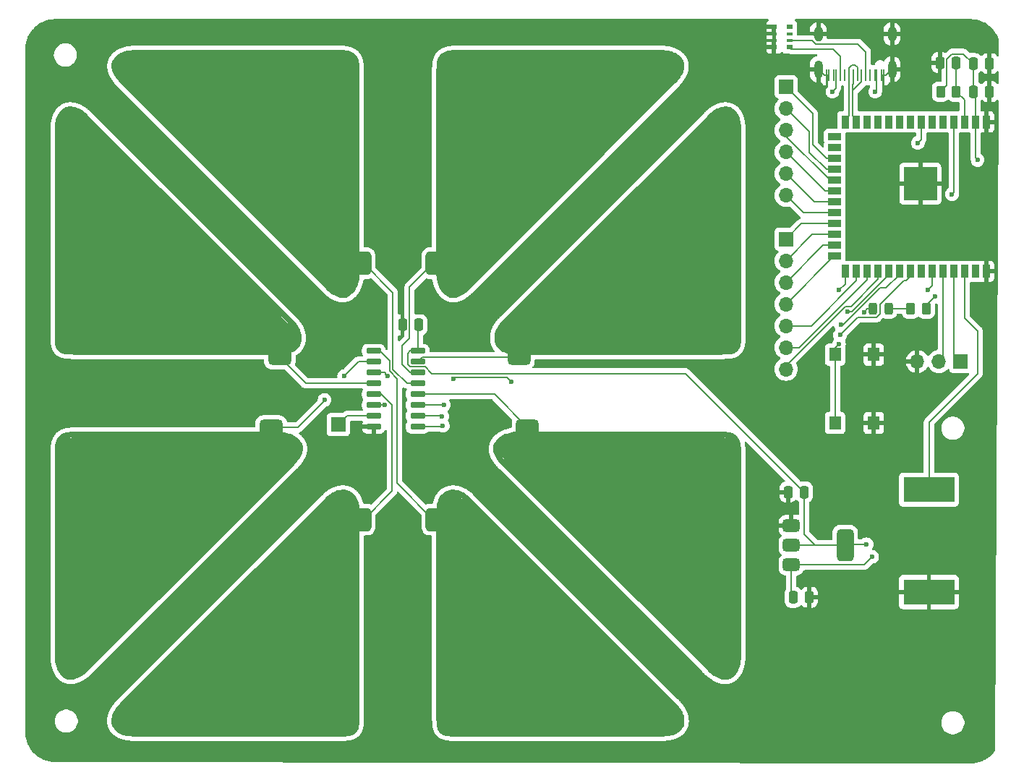
<source format=gbr>
%TF.GenerationSoftware,KiCad,Pcbnew,8.0.6*%
%TF.CreationDate,2025-01-01T18:17:32-06:00*%
%TF.ProjectId,AnalogMultiCapSense,416e616c-6f67-44d7-956c-746943617053,rev?*%
%TF.SameCoordinates,Original*%
%TF.FileFunction,Copper,L1,Top*%
%TF.FilePolarity,Positive*%
%FSLAX46Y46*%
G04 Gerber Fmt 4.6, Leading zero omitted, Abs format (unit mm)*
G04 Created by KiCad (PCBNEW 8.0.6) date 2025-01-01 18:17:32*
%MOMM*%
%LPD*%
G01*
G04 APERTURE LIST*
G04 Aperture macros list*
%AMRoundRect*
0 Rectangle with rounded corners*
0 $1 Rounding radius*
0 $2 $3 $4 $5 $6 $7 $8 $9 X,Y pos of 4 corners*
0 Add a 4 corners polygon primitive as box body*
4,1,4,$2,$3,$4,$5,$6,$7,$8,$9,$2,$3,0*
0 Add four circle primitives for the rounded corners*
1,1,$1+$1,$2,$3*
1,1,$1+$1,$4,$5*
1,1,$1+$1,$6,$7*
1,1,$1+$1,$8,$9*
0 Add four rect primitives between the rounded corners*
20,1,$1+$1,$2,$3,$4,$5,0*
20,1,$1+$1,$4,$5,$6,$7,0*
20,1,$1+$1,$6,$7,$8,$9,0*
20,1,$1+$1,$8,$9,$2,$3,0*%
G04 Aperture macros list end*
%TA.AperFunction,EtchedComponent*%
%ADD10C,1.000000*%
%TD*%
%TA.AperFunction,EtchedComponent*%
%ADD11C,0.699999*%
%TD*%
%TA.AperFunction,EtchedComponent*%
%ADD12C,0.200000*%
%TD*%
%TA.AperFunction,EtchedComponent*%
%ADD13C,0.333041*%
%TD*%
%TA.AperFunction,SMDPad,CuDef*%
%ADD14RoundRect,0.450000X0.450000X-0.900000X0.450000X0.900000X-0.450000X0.900000X-0.450000X-0.900000X0*%
%TD*%
%TA.AperFunction,SMDPad,CuDef*%
%ADD15RoundRect,0.450000X-0.900000X-0.450000X0.900000X-0.450000X0.900000X0.450000X-0.900000X0.450000X0*%
%TD*%
%TA.AperFunction,SMDPad,CuDef*%
%ADD16RoundRect,0.375000X-0.625000X-0.375000X0.625000X-0.375000X0.625000X0.375000X-0.625000X0.375000X0*%
%TD*%
%TA.AperFunction,SMDPad,CuDef*%
%ADD17RoundRect,0.500000X-0.500000X-1.400000X0.500000X-1.400000X0.500000X1.400000X-0.500000X1.400000X0*%
%TD*%
%TA.AperFunction,SMDPad,CuDef*%
%ADD18R,0.900000X1.500000*%
%TD*%
%TA.AperFunction,SMDPad,CuDef*%
%ADD19R,1.500000X0.900000*%
%TD*%
%TA.AperFunction,HeatsinkPad*%
%ADD20C,0.600000*%
%TD*%
%TA.AperFunction,SMDPad,CuDef*%
%ADD21R,3.900000X3.900000*%
%TD*%
%TA.AperFunction,SMDPad,CuDef*%
%ADD22RoundRect,0.150000X-0.725000X-0.150000X0.725000X-0.150000X0.725000X0.150000X-0.725000X0.150000X0*%
%TD*%
%TA.AperFunction,SMDPad,CuDef*%
%ADD23R,1.400000X1.600000*%
%TD*%
%TA.AperFunction,SMDPad,CuDef*%
%ADD24R,0.800000X0.500000*%
%TD*%
%TA.AperFunction,SMDPad,CuDef*%
%ADD25R,0.800000X0.400000*%
%TD*%
%TA.AperFunction,SMDPad,CuDef*%
%ADD26RoundRect,0.250000X-0.262500X-0.450000X0.262500X-0.450000X0.262500X0.450000X-0.262500X0.450000X0*%
%TD*%
%TA.AperFunction,SMDPad,CuDef*%
%ADD27R,6.000000X3.000000*%
%TD*%
%TA.AperFunction,ComponentPad*%
%ADD28O,1.700000X1.700000*%
%TD*%
%TA.AperFunction,ComponentPad*%
%ADD29R,1.700000X1.700000*%
%TD*%
%TA.AperFunction,SMDPad,CuDef*%
%ADD30R,0.250000X1.400000*%
%TD*%
%TA.AperFunction,ComponentPad*%
%ADD31O,1.000000X2.100000*%
%TD*%
%TA.AperFunction,ComponentPad*%
%ADD32O,1.000000X1.800000*%
%TD*%
%TA.AperFunction,SMDPad,CuDef*%
%ADD33RoundRect,0.243750X-0.243750X-0.456250X0.243750X-0.456250X0.243750X0.456250X-0.243750X0.456250X0*%
%TD*%
%TA.AperFunction,SMDPad,CuDef*%
%ADD34RoundRect,0.250000X-0.250000X-0.475000X0.250000X-0.475000X0.250000X0.475000X-0.250000X0.475000X0*%
%TD*%
%TA.AperFunction,SMDPad,CuDef*%
%ADD35RoundRect,0.250000X0.250000X0.475000X-0.250000X0.475000X-0.250000X-0.475000X0.250000X-0.475000X0*%
%TD*%
%TA.AperFunction,ViaPad*%
%ADD36C,0.600000*%
%TD*%
%TA.AperFunction,Conductor*%
%ADD37C,0.200000*%
%TD*%
G04 APERTURE END LIST*
D10*
%TO.C,J2*%
X90778977Y-148843943D02*
X90876657Y-150864308D01*
X94300000Y-150100000D02*
X92557828Y-151862977D01*
X95188084Y-89260330D02*
X92471357Y-86788901D01*
X99125052Y-155248497D02*
X97693034Y-156866498D01*
X100340966Y-84551164D02*
X97699291Y-81761582D01*
X101300000Y-125100000D02*
X115834890Y-124671383D01*
X102069899Y-158675303D02*
X98153384Y-158596818D01*
X115834890Y-124671383D02*
X101300000Y-125100000D01*
D11*
X116228931Y-124171068D02*
X92300000Y-124171068D01*
X117643148Y-111038354D02*
X93714216Y-87109427D01*
X121885783Y-131827924D02*
X97956852Y-155756853D01*
X125299998Y-105381504D02*
X125299998Y-81452574D01*
X134976672Y-105381504D02*
X134976672Y-81452573D01*
X138390887Y-131827924D02*
X162319812Y-155756845D01*
D10*
X142544856Y-111946180D02*
X148327546Y-105974485D01*
D11*
X142633525Y-111038358D02*
X166562450Y-87109427D01*
D10*
X143177467Y-124729841D02*
X156106339Y-124587661D01*
D11*
X144047740Y-124171068D02*
X167976665Y-124171068D01*
D10*
X158300000Y-86100000D02*
X159300000Y-85100000D01*
X159300000Y-85100000D02*
X162537407Y-81816201D01*
D12*
X162992264Y-82010252D02*
X158300000Y-86100000D01*
D10*
X164300000Y-90100000D02*
X167945670Y-86685606D01*
X167743823Y-151864381D02*
X164300000Y-148100000D01*
X169300000Y-109100000D02*
X169422604Y-113419380D01*
D11*
X116228933Y-114452569D02*
X92300003Y-114452569D01*
X91994858Y-114450112D01*
X91720857Y-114441077D01*
X91476471Y-114423371D01*
X91260176Y-114394903D01*
X91162085Y-114375980D01*
X91070443Y-114353582D01*
X90985061Y-114327448D01*
X90905748Y-114297316D01*
X90832312Y-114262925D01*
X90764563Y-114224014D01*
X90702310Y-114180321D01*
X90645362Y-114131585D01*
X90593528Y-114077543D01*
X90546618Y-114017936D01*
X90504441Y-113952500D01*
X90466806Y-113880976D01*
X90433522Y-113803101D01*
X90404398Y-113718614D01*
X90379244Y-113627254D01*
X90357868Y-113528759D01*
X90340081Y-113422867D01*
X90325691Y-113309318D01*
X90306338Y-113058200D01*
X90298284Y-112773315D01*
X90300003Y-112452569D01*
X116228933Y-114452569D01*
X125299995Y-157171068D02*
X125297538Y-157476212D01*
X125288502Y-157750213D01*
X125270796Y-157994598D01*
X125242328Y-158210894D01*
X125223405Y-158308985D01*
X125201007Y-158400626D01*
X125174873Y-158486008D01*
X125144741Y-158565321D01*
X125110351Y-158638757D01*
X125071439Y-158706506D01*
X125027746Y-158768759D01*
X124979010Y-158825707D01*
X124924968Y-158877540D01*
X124865361Y-158924450D01*
X124799926Y-158966628D01*
X124728401Y-159004263D01*
X124650526Y-159037547D01*
X124566039Y-159066671D01*
X124474679Y-159091825D01*
X124376184Y-159113200D01*
X124270292Y-159130988D01*
X124156743Y-159145379D01*
X123905626Y-159164732D01*
X123620740Y-159172786D01*
X123299995Y-159171068D01*
X125299995Y-133242135D01*
X125299995Y-157171068D01*
X136976668Y-159171060D02*
X136655923Y-159172778D01*
X136371037Y-159164724D01*
X136119920Y-159145371D01*
X136006371Y-159130980D01*
X135900479Y-159113193D01*
X135801984Y-159091817D01*
X135710624Y-159066663D01*
X135626137Y-159037539D01*
X135548262Y-159004255D01*
X135476737Y-158966620D01*
X135411302Y-158924443D01*
X135351695Y-158877533D01*
X135297653Y-158825699D01*
X135248917Y-158768751D01*
X135205224Y-158706498D01*
X135166312Y-158638749D01*
X135131922Y-158565313D01*
X135101790Y-158486000D01*
X135075656Y-158400618D01*
X135053258Y-158308977D01*
X135034335Y-158210886D01*
X135005867Y-157994591D01*
X134988161Y-157750205D01*
X134979126Y-157476204D01*
X134976668Y-157171060D01*
X134976668Y-133242135D01*
X136976668Y-159171060D01*
X169978383Y-112773315D02*
X169970329Y-113058200D01*
X169950976Y-113309318D01*
X169936585Y-113422867D01*
X169918798Y-113528759D01*
X169897422Y-113627254D01*
X169872268Y-113718614D01*
X169843144Y-113803101D01*
X169809860Y-113880976D01*
X169772225Y-113952500D01*
X169730047Y-114017936D01*
X169683137Y-114077543D01*
X169631304Y-114131585D01*
X169574356Y-114180321D01*
X169512103Y-114224014D01*
X169444354Y-114262925D01*
X169370918Y-114297316D01*
X169291605Y-114327448D01*
X169206223Y-114353582D01*
X169114582Y-114375980D01*
X169016491Y-114394903D01*
X168800195Y-114423371D01*
X168555810Y-114441077D01*
X168281809Y-114450112D01*
X167976665Y-114452569D01*
X144047736Y-114452569D01*
X169976665Y-112452569D01*
X169978383Y-112773315D01*
X116497920Y-124185400D02*
X116783223Y-124225298D01*
X117076183Y-124290969D01*
X117368145Y-124382624D01*
X117511046Y-124438260D01*
X117650452Y-124500470D01*
X117785281Y-124569281D01*
X117914450Y-124644718D01*
X118036878Y-124726808D01*
X118151482Y-124815577D01*
X118257182Y-124911050D01*
X118352894Y-125013255D01*
X118437537Y-125122217D01*
X118510028Y-125237962D01*
X118569287Y-125360516D01*
X118614230Y-125489907D01*
X118643777Y-125626159D01*
X118656844Y-125769298D01*
X118652351Y-125919352D01*
X118629215Y-126076346D01*
X118586353Y-126240307D01*
X118522685Y-126411260D01*
X118437128Y-126589231D01*
X118328601Y-126774247D01*
X118196021Y-126966335D01*
X118038306Y-127165519D01*
X117854374Y-127371826D01*
X117643144Y-127585283D01*
X116228931Y-124171068D01*
X116497920Y-124185400D01*
X125285669Y-105650495D02*
X125245771Y-105935798D01*
X125180099Y-106228758D01*
X125088444Y-106520719D01*
X125032808Y-106663621D01*
X124970598Y-106803027D01*
X124901787Y-106937856D01*
X124826350Y-107067025D01*
X124744260Y-107189453D01*
X124655491Y-107304057D01*
X124560018Y-107409757D01*
X124457813Y-107505469D01*
X124348852Y-107590111D01*
X124233107Y-107662603D01*
X124110552Y-107721862D01*
X123981162Y-107766805D01*
X123844910Y-107796352D01*
X123701771Y-107809419D01*
X123551717Y-107804926D01*
X123394723Y-107781789D01*
X123230763Y-107738928D01*
X123059810Y-107675260D01*
X122881839Y-107589703D01*
X122696822Y-107481176D01*
X122504735Y-107348595D01*
X122305551Y-107190880D01*
X122099244Y-107006949D01*
X121885787Y-106795719D01*
X125300002Y-105381505D01*
X125285669Y-105650495D01*
X138390884Y-106795719D02*
X138177427Y-107006949D01*
X137971120Y-107190880D01*
X137771935Y-107348595D01*
X137579848Y-107481176D01*
X137394832Y-107589703D01*
X137216861Y-107675260D01*
X137045908Y-107738928D01*
X136881948Y-107781789D01*
X136724954Y-107804926D01*
X136574900Y-107809419D01*
X136431760Y-107796352D01*
X136295509Y-107766805D01*
X136166118Y-107721862D01*
X136043564Y-107662603D01*
X135927819Y-107590111D01*
X135818857Y-107505469D01*
X135716653Y-107409757D01*
X135621179Y-107304057D01*
X135532411Y-107189453D01*
X135450321Y-107067025D01*
X135374884Y-106937856D01*
X135306073Y-106803027D01*
X135243863Y-106663621D01*
X135188226Y-106520720D01*
X135096572Y-106228758D01*
X135030900Y-105935798D01*
X134991002Y-105650495D01*
X134976668Y-105381505D01*
X138390884Y-106795719D01*
X142633529Y-127585283D02*
X142422299Y-127371826D01*
X142238367Y-127165519D01*
X142080652Y-126966335D01*
X141948072Y-126774248D01*
X141839544Y-126589231D01*
X141753987Y-126411260D01*
X141690319Y-126240307D01*
X141647458Y-126076347D01*
X141624322Y-125919353D01*
X141619828Y-125769299D01*
X141632896Y-125626159D01*
X141662442Y-125489908D01*
X141707386Y-125360518D01*
X141766644Y-125237963D01*
X141839136Y-125122218D01*
X141923779Y-125013256D01*
X142019491Y-124911052D01*
X142125190Y-124815579D01*
X142239794Y-124726810D01*
X142362222Y-124644720D01*
X142491391Y-124569283D01*
X142626220Y-124500472D01*
X142765626Y-124438262D01*
X142908527Y-124382625D01*
X143200489Y-124290971D01*
X143493448Y-124225299D01*
X143778751Y-124185401D01*
X144047740Y-124171068D01*
X142633529Y-127585283D01*
X90300000Y-150100000D02*
X90300000Y-126171068D01*
X90303107Y-126011959D01*
X90310013Y-125861396D01*
X90320722Y-125719146D01*
X90335236Y-125584980D01*
X90353559Y-125458665D01*
X90375695Y-125339971D01*
X90401646Y-125228665D01*
X90431416Y-125124518D01*
X90465009Y-125027297D01*
X90502426Y-124936771D01*
X90543672Y-124852710D01*
X90588750Y-124774881D01*
X90637663Y-124703054D01*
X90690414Y-124636997D01*
X90747007Y-124576479D01*
X90807445Y-124521269D01*
X90871730Y-124471136D01*
X90939867Y-124425848D01*
X91011859Y-124385174D01*
X91087709Y-124348882D01*
X91167419Y-124316743D01*
X91250994Y-124288523D01*
X91338437Y-124263993D01*
X91429750Y-124242920D01*
X91624003Y-124210223D01*
X91833778Y-124188582D01*
X92059102Y-124176147D01*
X92300000Y-124171068D01*
X90300000Y-150100000D01*
X93714214Y-151514215D02*
X93487041Y-151720272D01*
X93268626Y-151900379D01*
X93058872Y-152055517D01*
X92857678Y-152186667D01*
X92664948Y-152294809D01*
X92480581Y-152380923D01*
X92304480Y-152445990D01*
X92136547Y-152490990D01*
X91976681Y-152516903D01*
X91824786Y-152524710D01*
X91680762Y-152515392D01*
X91544510Y-152489929D01*
X91415933Y-152449300D01*
X91294932Y-152394488D01*
X91181408Y-152326471D01*
X91075262Y-152246231D01*
X90976397Y-152154747D01*
X90884713Y-152053001D01*
X90800112Y-151941973D01*
X90722495Y-151822642D01*
X90651764Y-151695990D01*
X90587820Y-151562997D01*
X90530565Y-151424644D01*
X90479900Y-151281910D01*
X90397947Y-150987223D01*
X90341171Y-150686780D01*
X90308785Y-150388425D01*
X90300000Y-150100000D01*
X117643144Y-127585283D01*
X93714214Y-151514215D01*
X121885787Y-106795719D02*
X97956856Y-82866787D01*
X97750799Y-82639615D01*
X97570692Y-82421200D01*
X97415553Y-82211446D01*
X97284403Y-82010252D01*
X97176261Y-81817522D01*
X97090147Y-81633155D01*
X97025080Y-81457055D01*
X96980080Y-81289121D01*
X96954167Y-81129255D01*
X96946360Y-80977360D01*
X96955678Y-80833336D01*
X96981141Y-80697085D01*
X97021770Y-80568508D01*
X97076582Y-80447507D01*
X97144599Y-80333982D01*
X97224839Y-80227837D01*
X97316323Y-80128971D01*
X97418069Y-80037287D01*
X97529097Y-79952686D01*
X97648428Y-79875070D01*
X97775080Y-79804339D01*
X97908072Y-79740395D01*
X98046426Y-79683140D01*
X98189160Y-79632475D01*
X98483847Y-79550521D01*
X98784290Y-79493746D01*
X99082645Y-79461359D01*
X99371070Y-79452574D01*
X121885787Y-106795719D01*
X123459107Y-79455681D02*
X123609670Y-79462587D01*
X123751920Y-79473295D01*
X123886086Y-79487810D01*
X124012401Y-79506133D01*
X124131095Y-79528269D01*
X124242401Y-79554220D01*
X124346548Y-79583990D01*
X124443769Y-79617582D01*
X124534295Y-79655000D01*
X124618356Y-79696246D01*
X124696185Y-79741324D01*
X124768012Y-79790237D01*
X124834069Y-79842988D01*
X124894587Y-79899581D01*
X124949797Y-79960018D01*
X124999930Y-80024304D01*
X125045218Y-80092441D01*
X125085892Y-80164433D01*
X125122184Y-80240282D01*
X125154324Y-80319993D01*
X125182543Y-80403568D01*
X125207074Y-80491011D01*
X125228146Y-80582324D01*
X125260843Y-80776577D01*
X125282484Y-80986352D01*
X125294919Y-81211675D01*
X125299998Y-81452574D01*
X99371070Y-79452574D01*
X123299998Y-79452574D01*
X123459107Y-79455681D01*
X134976672Y-81452573D02*
X134981751Y-81211675D01*
X134994186Y-80986352D01*
X135015827Y-80776576D01*
X135048525Y-80582324D01*
X135069597Y-80491010D01*
X135094128Y-80403568D01*
X135122347Y-80319993D01*
X135154487Y-80240282D01*
X135190778Y-80164433D01*
X135231452Y-80092441D01*
X135276740Y-80024304D01*
X135326874Y-79960018D01*
X135382084Y-79899580D01*
X135442602Y-79842988D01*
X135508659Y-79790236D01*
X135580486Y-79741324D01*
X135658314Y-79696246D01*
X135742376Y-79655000D01*
X135832902Y-79617582D01*
X135930123Y-79583990D01*
X136034270Y-79554220D01*
X136145575Y-79528269D01*
X136264270Y-79506133D01*
X136390585Y-79487810D01*
X136524751Y-79473295D01*
X136667000Y-79462586D01*
X136817564Y-79455680D01*
X136976672Y-79452574D01*
X160905597Y-79452574D01*
X134976672Y-81452573D01*
X161194022Y-79461359D02*
X161492377Y-79493745D01*
X161792820Y-79550521D01*
X162087507Y-79632475D01*
X162230241Y-79683139D01*
X162368594Y-79740394D01*
X162501587Y-79804338D01*
X162628239Y-79875069D01*
X162747570Y-79952686D01*
X162858598Y-80037287D01*
X162960344Y-80128971D01*
X163051828Y-80227837D01*
X163132068Y-80333982D01*
X163200085Y-80447506D01*
X163254897Y-80568507D01*
X163295526Y-80697084D01*
X163320989Y-80833336D01*
X163330307Y-80977360D01*
X163322500Y-81129255D01*
X163296587Y-81289120D01*
X163251587Y-81457054D01*
X163186520Y-81633155D01*
X163100406Y-81817521D01*
X162992264Y-82010252D01*
X162861114Y-82211445D01*
X162705976Y-82421200D01*
X162525869Y-82639614D01*
X162319812Y-82866787D01*
X138390884Y-106795719D01*
X160905597Y-79452574D01*
X161194022Y-79461359D01*
X168217563Y-124176147D02*
X168442887Y-124188582D01*
X168652662Y-124210223D01*
X168846915Y-124242920D01*
X168938229Y-124263993D01*
X169025671Y-124288523D01*
X169109246Y-124316743D01*
X169188957Y-124348882D01*
X169264807Y-124385174D01*
X169336798Y-124425848D01*
X169404935Y-124471136D01*
X169469221Y-124521269D01*
X169529659Y-124576479D01*
X169586252Y-124636997D01*
X169639003Y-124703054D01*
X169687916Y-124774881D01*
X169732994Y-124852710D01*
X169774240Y-124936771D01*
X169811657Y-125027297D01*
X169845249Y-125124518D01*
X169875019Y-125228665D01*
X169900970Y-125339971D01*
X169923106Y-125458665D01*
X169941429Y-125584980D01*
X169955944Y-125719146D01*
X169966652Y-125861396D01*
X169973558Y-126011959D01*
X169976665Y-126171068D01*
X169976665Y-150099992D01*
X167976665Y-124171068D01*
X168217563Y-124176147D01*
X169976665Y-150099992D02*
X169967879Y-150388417D01*
X169935493Y-150686773D01*
X169878717Y-150987215D01*
X169796763Y-151281902D01*
X169746099Y-151424636D01*
X169688843Y-151562990D01*
X169624900Y-151695983D01*
X169554169Y-151822635D01*
X169476552Y-151941965D01*
X169391951Y-152052993D01*
X169300266Y-152154739D01*
X169201401Y-152246223D01*
X169095255Y-152326463D01*
X168981731Y-152394480D01*
X168860730Y-152449293D01*
X168732153Y-152489921D01*
X168595901Y-152515384D01*
X168451877Y-152524703D01*
X168299982Y-152516895D01*
X168140116Y-152490982D01*
X167972183Y-152445982D01*
X167796082Y-152380915D01*
X167611715Y-152294801D01*
X167418985Y-152186660D01*
X167217791Y-152055510D01*
X167008037Y-151900371D01*
X166789622Y-151720264D01*
X166562450Y-151514207D01*
X142633529Y-127585283D01*
X169976665Y-150099992D01*
X117766367Y-111159840D02*
X117881052Y-111286165D01*
X117986976Y-111416750D01*
X118083911Y-111551015D01*
X118171630Y-111688380D01*
X118249908Y-111828268D01*
X118318517Y-111970098D01*
X118377232Y-112113290D01*
X118425825Y-112257267D01*
X118464070Y-112401448D01*
X118491741Y-112545254D01*
X118508611Y-112688105D01*
X118514453Y-112829423D01*
X118509041Y-112968628D01*
X118492149Y-113105141D01*
X118463549Y-113238382D01*
X118423016Y-113367772D01*
X118370323Y-113492732D01*
X118305242Y-113612682D01*
X118227549Y-113727043D01*
X118137016Y-113835237D01*
X118033416Y-113936682D01*
X117916524Y-114030801D01*
X117786112Y-114117013D01*
X117641954Y-114194740D01*
X117483823Y-114263402D01*
X117311494Y-114322420D01*
X117124739Y-114371214D01*
X116923332Y-114409206D01*
X116707046Y-114435815D01*
X116475655Y-114450463D01*
X116228933Y-114452569D01*
X117643146Y-111038354D01*
X117766367Y-111159840D01*
X123816053Y-130962028D02*
X123952566Y-130978920D01*
X124085807Y-131007520D01*
X124215197Y-131048053D01*
X124340157Y-131100746D01*
X124460107Y-131165826D01*
X124574469Y-131243520D01*
X124682662Y-131334053D01*
X124784107Y-131437652D01*
X124878226Y-131554545D01*
X124964438Y-131684957D01*
X125042165Y-131829114D01*
X125110827Y-131987245D01*
X125169845Y-132159574D01*
X125218639Y-132346329D01*
X125256631Y-132547736D01*
X125283240Y-132764022D01*
X125297888Y-132995413D01*
X125299995Y-133242135D01*
X121885780Y-131827924D01*
X122007265Y-131704703D01*
X122133590Y-131590017D01*
X122264175Y-131484094D01*
X122398440Y-131387159D01*
X122535806Y-131299440D01*
X122675693Y-131221162D01*
X122817523Y-131152552D01*
X122960716Y-131093838D01*
X123104692Y-131045245D01*
X123248873Y-131006999D01*
X123392679Y-130979328D01*
X123535530Y-130962459D01*
X123676848Y-130956616D01*
X123816053Y-130962028D01*
X136741133Y-130962459D02*
X136883984Y-130979328D01*
X137027790Y-131006999D01*
X137171971Y-131045245D01*
X137315947Y-131093838D01*
X137459140Y-131152552D01*
X137600970Y-131221162D01*
X137740858Y-131299440D01*
X137878223Y-131387159D01*
X138012488Y-131484094D01*
X138143073Y-131590017D01*
X138269398Y-131704703D01*
X138390884Y-131827924D01*
X134976668Y-133242135D01*
X134978775Y-132995413D01*
X134993423Y-132764022D01*
X135020032Y-132547736D01*
X135058024Y-132346329D01*
X135106818Y-132159574D01*
X135165836Y-131987245D01*
X135234498Y-131829114D01*
X135312225Y-131684957D01*
X135398437Y-131554545D01*
X135492556Y-131437652D01*
X135594001Y-131334053D01*
X135702194Y-131243520D01*
X135816556Y-131165826D01*
X135936506Y-131100746D01*
X136061466Y-131048053D01*
X136190856Y-131007520D01*
X136324097Y-130978920D01*
X136460610Y-130962028D01*
X136599815Y-130956616D01*
X136741133Y-130962459D01*
X144047736Y-114452569D02*
X143801014Y-114450463D01*
X143569623Y-114435815D01*
X143353337Y-114409206D01*
X143151930Y-114371214D01*
X142965175Y-114322420D01*
X142792846Y-114263402D01*
X142634715Y-114194740D01*
X142490557Y-114117013D01*
X142360146Y-114030801D01*
X142243253Y-113936682D01*
X142139654Y-113835237D01*
X142049120Y-113727043D01*
X141971427Y-113612682D01*
X141906347Y-113492732D01*
X141853654Y-113367772D01*
X141813121Y-113238382D01*
X141784521Y-113105141D01*
X141767629Y-112968628D01*
X141762217Y-112829423D01*
X141768059Y-112688105D01*
X141784929Y-112545254D01*
X141812600Y-112401448D01*
X141850845Y-112257267D01*
X141899439Y-112113290D01*
X141958153Y-111970098D01*
X142026763Y-111828268D01*
X142105041Y-111688380D01*
X142192760Y-111551015D01*
X142289695Y-111416750D01*
X142395618Y-111286165D01*
X142510304Y-111159840D01*
X142633525Y-111038354D01*
X144047736Y-114452569D01*
X91984447Y-86096577D02*
X92125384Y-86119597D01*
X92268411Y-86154587D01*
X92413075Y-86201304D01*
X92558924Y-86259505D01*
X92705509Y-86328948D01*
X92852375Y-86409390D01*
X92999073Y-86500588D01*
X93145150Y-86602300D01*
X93290154Y-86714282D01*
X93433634Y-86836293D01*
X93575139Y-86968089D01*
X93714216Y-87109427D01*
X90300003Y-112452569D01*
X90300003Y-88523641D01*
X90304306Y-88256292D01*
X90319732Y-88005767D01*
X90345829Y-87771824D01*
X90382145Y-87554219D01*
X90428228Y-87352711D01*
X90483628Y-87167056D01*
X90547891Y-86997012D01*
X90620567Y-86842336D01*
X90701204Y-86702786D01*
X90789349Y-86578117D01*
X90884553Y-86468089D01*
X90986362Y-86372458D01*
X91094325Y-86290981D01*
X91207991Y-86223416D01*
X91326908Y-86169520D01*
X91450624Y-86129050D01*
X91578688Y-86101763D01*
X91710647Y-86087417D01*
X91846051Y-86085769D01*
X91984447Y-86096577D01*
X123299995Y-159171068D02*
X99371067Y-159171068D01*
X99103718Y-159166764D01*
X98853193Y-159151338D01*
X98619250Y-159125242D01*
X98401645Y-159088926D01*
X98200137Y-159042842D01*
X98014482Y-158987443D01*
X97844438Y-158923180D01*
X97689762Y-158850504D01*
X97550212Y-158769867D01*
X97425544Y-158681721D01*
X97315515Y-158586518D01*
X97219884Y-158484709D01*
X97138407Y-158376745D01*
X97070842Y-158263079D01*
X97016946Y-158144162D01*
X96976476Y-158020446D01*
X96949189Y-157892383D01*
X96934843Y-157760423D01*
X96933195Y-157625019D01*
X96944003Y-157486623D01*
X96967023Y-157345686D01*
X97002013Y-157202659D01*
X97048730Y-157057995D01*
X97106931Y-156912146D01*
X97176374Y-156765561D01*
X97256816Y-156618695D01*
X97348014Y-156471997D01*
X97449726Y-156325920D01*
X97561708Y-156180915D01*
X97683718Y-156037435D01*
X97815514Y-155895930D01*
X97956852Y-155756853D01*
X123299995Y-159171068D01*
X162461150Y-155895922D02*
X162592946Y-156037427D01*
X162714957Y-156180908D01*
X162826939Y-156325912D01*
X162928651Y-156471989D01*
X163019849Y-156618687D01*
X163100291Y-156765554D01*
X163169734Y-156912138D01*
X163227936Y-157057988D01*
X163274653Y-157202652D01*
X163309643Y-157345678D01*
X163332663Y-157486615D01*
X163343470Y-157625012D01*
X163341822Y-157760415D01*
X163327477Y-157892375D01*
X163300190Y-158020439D01*
X163259720Y-158144155D01*
X163205824Y-158263072D01*
X163138259Y-158376738D01*
X163056782Y-158484701D01*
X162961150Y-158586510D01*
X162851122Y-158681714D01*
X162726454Y-158769860D01*
X162586903Y-158850496D01*
X162432227Y-158923172D01*
X162262183Y-158987435D01*
X162076528Y-159042835D01*
X161875020Y-159088918D01*
X161657415Y-159125234D01*
X161423472Y-159151331D01*
X161172946Y-159166757D01*
X160905597Y-159171060D01*
X136976668Y-159171060D01*
X162319812Y-155756845D01*
X162461150Y-155895922D01*
X168566020Y-86087417D02*
X168697980Y-86101763D01*
X168826043Y-86129050D01*
X168949759Y-86169520D01*
X169068676Y-86223416D01*
X169182342Y-86290981D01*
X169290306Y-86372458D01*
X169392115Y-86468089D01*
X169487318Y-86578117D01*
X169575464Y-86702786D01*
X169656101Y-86842336D01*
X169728777Y-86997012D01*
X169793040Y-87167056D01*
X169848439Y-87352711D01*
X169894523Y-87554219D01*
X169930839Y-87771824D01*
X169956935Y-88005767D01*
X169972361Y-88256292D01*
X169976665Y-88523641D01*
X169976665Y-112452569D01*
X166562450Y-87109427D01*
X166701527Y-86968089D01*
X166843032Y-86836293D01*
X166986512Y-86714282D01*
X167131517Y-86602300D01*
X167277594Y-86500588D01*
X167424292Y-86409390D01*
X167571158Y-86328948D01*
X167717743Y-86259505D01*
X167863593Y-86201304D01*
X168008257Y-86154587D01*
X168151283Y-86119597D01*
X168292220Y-86096577D01*
X168430616Y-86085769D01*
X168566020Y-86087417D01*
D13*
X112883263Y-124627884D02*
X115834890Y-124671383D01*
X117091113Y-124729825D01*
X117205042Y-124767820D01*
X117315708Y-124812306D01*
X117422546Y-124862736D01*
X117524992Y-124918562D01*
X117622480Y-124979237D01*
X117714447Y-125044213D01*
X117800326Y-125112944D01*
X117879552Y-125184882D01*
X117951562Y-125259480D01*
X118015790Y-125336189D01*
X118071671Y-125414464D01*
X118118640Y-125493757D01*
X118156132Y-125573519D01*
X118171148Y-125613406D01*
X118183583Y-125653205D01*
X118193366Y-125692848D01*
X118200427Y-125732266D01*
X118204695Y-125771391D01*
X118206100Y-125810155D01*
X118204822Y-125845352D01*
X118201157Y-125883628D01*
X118195227Y-125924612D01*
X118187154Y-125967933D01*
X118177060Y-126013219D01*
X118165068Y-126060098D01*
X118151300Y-126108200D01*
X118135879Y-126157153D01*
X118118925Y-126206584D01*
X118100563Y-126256123D01*
X118080913Y-126305399D01*
X118060099Y-126354039D01*
X118038242Y-126401672D01*
X118015465Y-126447926D01*
X117991890Y-126492431D01*
X117967639Y-126534814D01*
X116783084Y-127805320D01*
X113905203Y-130738064D01*
X105318018Y-139348945D01*
X96703191Y-147884801D01*
X93790758Y-150723765D01*
X92557828Y-151862977D01*
X92445219Y-151916993D01*
X92338659Y-151963682D01*
X92237829Y-152003042D01*
X92142411Y-152035067D01*
X92052084Y-152059752D01*
X91966531Y-152077094D01*
X91885433Y-152087089D01*
X91808469Y-152089731D01*
X91735322Y-152085016D01*
X91700080Y-152079898D01*
X91665672Y-152072940D01*
X91632059Y-152064140D01*
X91599200Y-152053498D01*
X91567057Y-152041014D01*
X91535588Y-152026687D01*
X91474516Y-151992501D01*
X91415665Y-151950935D01*
X91358717Y-151901987D01*
X91303352Y-151845651D01*
X91202607Y-151738843D01*
X91157226Y-151689711D01*
X91115010Y-151639639D01*
X91095051Y-151613362D01*
X91075838Y-151585785D01*
X91057356Y-151556552D01*
X91039589Y-151525309D01*
X91022522Y-151491701D01*
X91006141Y-151455371D01*
X90990429Y-151415966D01*
X90975372Y-151373129D01*
X90960954Y-151326507D01*
X90947160Y-151275743D01*
X90933976Y-151220483D01*
X90921385Y-151160371D01*
X90909373Y-151095053D01*
X90897925Y-151024173D01*
X90887025Y-150947376D01*
X90876657Y-150864308D01*
X90857461Y-150677935D01*
X90840215Y-150462213D01*
X90824797Y-150214302D01*
X90811086Y-149931360D01*
X90798960Y-149610547D01*
X90788297Y-149249022D01*
X90778977Y-148843943D01*
X90770877Y-148392471D01*
X90763875Y-147891764D01*
X90757851Y-147338981D01*
X90748249Y-146065825D01*
X90741097Y-144550276D01*
X90735423Y-142769608D01*
X90724617Y-138322004D01*
X90711982Y-130384439D01*
X90726943Y-127991317D01*
X90766545Y-126412819D01*
X90838628Y-125472084D01*
X90889300Y-125185608D01*
X90951033Y-124992251D01*
X91024807Y-124869903D01*
X91111601Y-124796457D01*
X91328173Y-124707841D01*
X92542917Y-124651504D01*
X95464916Y-124613016D01*
X104162238Y-124587655D01*
X112883263Y-124627884D01*
%TA.AperFunction,EtchedComponent*%
G36*
X112883263Y-124627884D02*
G01*
X115834890Y-124671383D01*
X117091113Y-124729825D01*
X117205042Y-124767820D01*
X117315708Y-124812306D01*
X117422546Y-124862736D01*
X117524992Y-124918562D01*
X117622480Y-124979237D01*
X117714447Y-125044213D01*
X117800326Y-125112944D01*
X117879552Y-125184882D01*
X117951562Y-125259480D01*
X118015790Y-125336189D01*
X118071671Y-125414464D01*
X118118640Y-125493757D01*
X118156132Y-125573519D01*
X118171148Y-125613406D01*
X118183583Y-125653205D01*
X118193366Y-125692848D01*
X118200427Y-125732266D01*
X118204695Y-125771391D01*
X118206100Y-125810155D01*
X118204822Y-125845352D01*
X118201157Y-125883628D01*
X118195227Y-125924612D01*
X118187154Y-125967933D01*
X118177060Y-126013219D01*
X118165068Y-126060098D01*
X118151300Y-126108200D01*
X118135879Y-126157153D01*
X118118925Y-126206584D01*
X118100563Y-126256123D01*
X118080913Y-126305399D01*
X118060099Y-126354039D01*
X118038242Y-126401672D01*
X118015465Y-126447926D01*
X117991890Y-126492431D01*
X117967639Y-126534814D01*
X116783084Y-127805320D01*
X113905203Y-130738064D01*
X105318018Y-139348945D01*
X96703191Y-147884801D01*
X93790758Y-150723765D01*
X92557828Y-151862977D01*
X92445219Y-151916993D01*
X92338659Y-151963682D01*
X92237829Y-152003042D01*
X92142411Y-152035067D01*
X92052084Y-152059752D01*
X91966531Y-152077094D01*
X91885433Y-152087089D01*
X91808469Y-152089731D01*
X91735322Y-152085016D01*
X91700080Y-152079898D01*
X91665672Y-152072940D01*
X91632059Y-152064140D01*
X91599200Y-152053498D01*
X91567057Y-152041014D01*
X91535588Y-152026687D01*
X91474516Y-151992501D01*
X91415665Y-151950935D01*
X91358717Y-151901987D01*
X91303352Y-151845651D01*
X91202607Y-151738843D01*
X91157226Y-151689711D01*
X91115010Y-151639639D01*
X91095051Y-151613362D01*
X91075838Y-151585785D01*
X91057356Y-151556552D01*
X91039589Y-151525309D01*
X91022522Y-151491701D01*
X91006141Y-151455371D01*
X90990429Y-151415966D01*
X90975372Y-151373129D01*
X90960954Y-151326507D01*
X90947160Y-151275743D01*
X90933976Y-151220483D01*
X90921385Y-151160371D01*
X90909373Y-151095053D01*
X90897925Y-151024173D01*
X90887025Y-150947376D01*
X90876657Y-150864308D01*
X90857461Y-150677935D01*
X90840215Y-150462213D01*
X90824797Y-150214302D01*
X90811086Y-149931360D01*
X90798960Y-149610547D01*
X90788297Y-149249022D01*
X90778977Y-148843943D01*
X90770877Y-148392471D01*
X90763875Y-147891764D01*
X90757851Y-147338981D01*
X90748249Y-146065825D01*
X90741097Y-144550276D01*
X90735423Y-142769608D01*
X90724617Y-138322004D01*
X90711982Y-130384439D01*
X90726943Y-127991317D01*
X90766545Y-126412819D01*
X90838628Y-125472084D01*
X90889300Y-125185608D01*
X90951033Y-124992251D01*
X91024807Y-124869903D01*
X91111601Y-124796457D01*
X91328173Y-124707841D01*
X92542917Y-124651504D01*
X95464916Y-124613016D01*
X104162238Y-124587655D01*
X112883263Y-124627884D01*
G37*
%TD.AperFunction*%
X136627397Y-131367435D02*
X136681622Y-131372987D01*
X136739737Y-131381736D01*
X136802498Y-131393641D01*
X136870663Y-131408661D01*
X136944988Y-131426754D01*
X137026229Y-131447877D01*
X137073686Y-131462618D01*
X137125496Y-131483585D01*
X137183505Y-131512565D01*
X137249559Y-131551346D01*
X137325505Y-131601713D01*
X137413188Y-131665455D01*
X137514455Y-131744358D01*
X137631152Y-131840210D01*
X137765125Y-131954797D01*
X137918220Y-132089906D01*
X138289162Y-132428840D01*
X138758746Y-132871307D01*
X139341743Y-133431604D01*
X140052921Y-134124027D01*
X140907049Y-134962872D01*
X141918897Y-135962435D01*
X143103235Y-137137013D01*
X146048454Y-140068397D01*
X149860862Y-143871393D01*
X158653255Y-152689767D01*
X161405991Y-155483982D01*
X162509700Y-156642801D01*
X162568673Y-156730109D01*
X162622794Y-156816357D01*
X162672075Y-156901484D01*
X162716531Y-156985427D01*
X162756177Y-157068126D01*
X162791026Y-157149517D01*
X162821093Y-157229539D01*
X162846393Y-157308130D01*
X162866938Y-157385227D01*
X162882744Y-157460770D01*
X162893824Y-157534696D01*
X162900194Y-157606943D01*
X162901866Y-157677450D01*
X162898856Y-157746154D01*
X162891177Y-157812993D01*
X162878843Y-157877905D01*
X162861870Y-157940829D01*
X162840271Y-158001703D01*
X162814059Y-158060464D01*
X162783251Y-158117052D01*
X162747859Y-158171402D01*
X162707897Y-158223455D01*
X162663381Y-158273148D01*
X162614324Y-158320418D01*
X162560741Y-158365205D01*
X162502645Y-158407446D01*
X162440051Y-158447079D01*
X162372974Y-158484042D01*
X162301426Y-158518274D01*
X162225423Y-158549712D01*
X162144979Y-158578294D01*
X162060107Y-158603959D01*
X161957861Y-158618017D01*
X161755808Y-158631205D01*
X161054292Y-158654954D01*
X158475668Y-158691821D01*
X154356352Y-158714274D01*
X148728461Y-158722032D01*
X135819659Y-158722558D01*
X135602225Y-158482393D01*
X135583028Y-158459726D01*
X135564993Y-158434005D01*
X135548086Y-158403040D01*
X135532270Y-158364644D01*
X135517508Y-158316626D01*
X135503765Y-158256798D01*
X135491003Y-158182971D01*
X135479187Y-158092956D01*
X135468280Y-157984564D01*
X135458246Y-157855605D01*
X135449049Y-157703891D01*
X135440651Y-157527233D01*
X135433018Y-157323442D01*
X135426112Y-157090328D01*
X135419897Y-156825703D01*
X135414337Y-156527378D01*
X135405037Y-155820870D01*
X135397919Y-154953292D01*
X135392694Y-153907134D01*
X135389071Y-152664881D01*
X135386760Y-151209022D01*
X135385468Y-149522046D01*
X135384784Y-145384691D01*
X135390364Y-137245849D01*
X135412774Y-134820881D01*
X135461986Y-133237426D01*
X135548288Y-132304393D01*
X135608564Y-132022068D01*
X135681972Y-131830689D01*
X135769797Y-131706370D01*
X135873327Y-131625223D01*
X136132644Y-131496904D01*
X136189582Y-131468199D01*
X136242844Y-131443107D01*
X136293187Y-131421585D01*
X136341367Y-131403593D01*
X136388141Y-131389089D01*
X136434265Y-131378031D01*
X136480496Y-131370379D01*
X136527590Y-131366089D01*
X136576305Y-131365122D01*
X136627397Y-131367435D01*
%TA.AperFunction,EtchedComponent*%
G36*
X136627397Y-131367435D02*
G01*
X136681622Y-131372987D01*
X136739737Y-131381736D01*
X136802498Y-131393641D01*
X136870663Y-131408661D01*
X136944988Y-131426754D01*
X137026229Y-131447877D01*
X137073686Y-131462618D01*
X137125496Y-131483585D01*
X137183505Y-131512565D01*
X137249559Y-131551346D01*
X137325505Y-131601713D01*
X137413188Y-131665455D01*
X137514455Y-131744358D01*
X137631152Y-131840210D01*
X137765125Y-131954797D01*
X137918220Y-132089906D01*
X138289162Y-132428840D01*
X138758746Y-132871307D01*
X139341743Y-133431604D01*
X140052921Y-134124027D01*
X140907049Y-134962872D01*
X141918897Y-135962435D01*
X143103235Y-137137013D01*
X146048454Y-140068397D01*
X149860862Y-143871393D01*
X158653255Y-152689767D01*
X161405991Y-155483982D01*
X162509700Y-156642801D01*
X162568673Y-156730109D01*
X162622794Y-156816357D01*
X162672075Y-156901484D01*
X162716531Y-156985427D01*
X162756177Y-157068126D01*
X162791026Y-157149517D01*
X162821093Y-157229539D01*
X162846393Y-157308130D01*
X162866938Y-157385227D01*
X162882744Y-157460770D01*
X162893824Y-157534696D01*
X162900194Y-157606943D01*
X162901866Y-157677450D01*
X162898856Y-157746154D01*
X162891177Y-157812993D01*
X162878843Y-157877905D01*
X162861870Y-157940829D01*
X162840271Y-158001703D01*
X162814059Y-158060464D01*
X162783251Y-158117052D01*
X162747859Y-158171402D01*
X162707897Y-158223455D01*
X162663381Y-158273148D01*
X162614324Y-158320418D01*
X162560741Y-158365205D01*
X162502645Y-158407446D01*
X162440051Y-158447079D01*
X162372974Y-158484042D01*
X162301426Y-158518274D01*
X162225423Y-158549712D01*
X162144979Y-158578294D01*
X162060107Y-158603959D01*
X161957861Y-158618017D01*
X161755808Y-158631205D01*
X161054292Y-158654954D01*
X158475668Y-158691821D01*
X154356352Y-158714274D01*
X148728461Y-158722032D01*
X135819659Y-158722558D01*
X135602225Y-158482393D01*
X135583028Y-158459726D01*
X135564993Y-158434005D01*
X135548086Y-158403040D01*
X135532270Y-158364644D01*
X135517508Y-158316626D01*
X135503765Y-158256798D01*
X135491003Y-158182971D01*
X135479187Y-158092956D01*
X135468280Y-157984564D01*
X135458246Y-157855605D01*
X135449049Y-157703891D01*
X135440651Y-157527233D01*
X135433018Y-157323442D01*
X135426112Y-157090328D01*
X135419897Y-156825703D01*
X135414337Y-156527378D01*
X135405037Y-155820870D01*
X135397919Y-154953292D01*
X135392694Y-153907134D01*
X135389071Y-152664881D01*
X135386760Y-151209022D01*
X135385468Y-149522046D01*
X135384784Y-145384691D01*
X135390364Y-137245849D01*
X135412774Y-134820881D01*
X135461986Y-133237426D01*
X135548288Y-132304393D01*
X135608564Y-132022068D01*
X135681972Y-131830689D01*
X135769797Y-131706370D01*
X135873327Y-131625223D01*
X136132644Y-131496904D01*
X136189582Y-131468199D01*
X136242844Y-131443107D01*
X136293187Y-131421585D01*
X136341367Y-131403593D01*
X136388141Y-131389089D01*
X136434265Y-131378031D01*
X136480496Y-131370379D01*
X136527590Y-131366089D01*
X136576305Y-131365122D01*
X136627397Y-131367435D01*
G37*
%TD.AperFunction*%
X123720363Y-131352580D02*
X123765960Y-131357992D01*
X123811971Y-131367591D01*
X123859482Y-131381355D01*
X123909576Y-131399263D01*
X123963339Y-131421295D01*
X124021855Y-131447430D01*
X124086208Y-131477647D01*
X124126772Y-131498431D01*
X124168284Y-131522452D01*
X124210442Y-131549423D01*
X124252940Y-131579057D01*
X124295475Y-131611067D01*
X124337743Y-131645165D01*
X124379441Y-131681064D01*
X124420263Y-131718478D01*
X124459907Y-131757118D01*
X124498069Y-131796698D01*
X124534444Y-131836931D01*
X124568728Y-131877529D01*
X124600619Y-131918206D01*
X124629811Y-131958673D01*
X124656001Y-131998644D01*
X124678886Y-132037832D01*
X124696515Y-132072518D01*
X124713107Y-132111420D01*
X124728693Y-132156572D01*
X124743303Y-132210008D01*
X124756969Y-132273762D01*
X124769723Y-132349868D01*
X124781596Y-132440360D01*
X124792619Y-132547272D01*
X124802824Y-132672638D01*
X124812241Y-132818492D01*
X124828841Y-133179801D01*
X124842669Y-133647470D01*
X124853976Y-134237771D01*
X124863013Y-134966978D01*
X124870031Y-135851360D01*
X124875281Y-136907192D01*
X124879014Y-138150745D01*
X124882932Y-141266102D01*
X124883792Y-145327608D01*
X124879505Y-152640399D01*
X124854241Y-156519885D01*
X124827927Y-157523970D01*
X124789392Y-158091928D01*
X124736310Y-158364491D01*
X124666354Y-158482393D01*
X124448913Y-158722658D01*
X111483039Y-158712366D01*
X102069899Y-158675303D01*
X99265026Y-158639855D01*
X98153384Y-158596818D01*
X98153383Y-158596818D01*
X98116413Y-158585121D01*
X98079246Y-158571414D01*
X98004685Y-158538350D01*
X97930420Y-158498398D01*
X97857167Y-158452327D01*
X97785647Y-158400907D01*
X97716576Y-158344907D01*
X97650674Y-158285098D01*
X97588659Y-158222248D01*
X97531250Y-158157130D01*
X97479164Y-158090510D01*
X97433120Y-158023161D01*
X97393837Y-157955851D01*
X97362033Y-157889350D01*
X97349160Y-157856644D01*
X97338426Y-157824428D01*
X97329922Y-157792800D01*
X97323736Y-157761856D01*
X97319958Y-157731691D01*
X97318679Y-157702402D01*
X97320518Y-157634538D01*
X97327428Y-157565568D01*
X97341494Y-157493286D01*
X97364803Y-157415485D01*
X97399442Y-157329960D01*
X97447499Y-157234504D01*
X97511058Y-157126913D01*
X97592208Y-157004979D01*
X97693034Y-156866498D01*
X97815624Y-156709263D01*
X97962064Y-156531069D01*
X98134441Y-156329709D01*
X98334842Y-156102978D01*
X98565352Y-155848669D01*
X98828060Y-155564578D01*
X99125052Y-155248497D01*
X99458413Y-154898222D01*
X99830232Y-154511546D01*
X100697588Y-153620169D01*
X101743812Y-152556719D01*
X102985598Y-151303549D01*
X104439640Y-149843011D01*
X106122631Y-148157460D01*
X110242234Y-144040727D01*
X116774678Y-137528368D01*
X120589281Y-133766431D01*
X121718388Y-132682644D01*
X122457227Y-132005390D01*
X122902197Y-131640978D01*
X123149696Y-131495717D01*
X123321691Y-131433676D01*
X123394753Y-131409197D01*
X123460638Y-131389051D01*
X123520430Y-131373216D01*
X123575214Y-131361673D01*
X123626075Y-131354400D01*
X123674096Y-131351376D01*
X123720363Y-131352580D01*
%TA.AperFunction,EtchedComponent*%
G36*
X123720363Y-131352580D02*
G01*
X123765960Y-131357992D01*
X123811971Y-131367591D01*
X123859482Y-131381355D01*
X123909576Y-131399263D01*
X123963339Y-131421295D01*
X124021855Y-131447430D01*
X124086208Y-131477647D01*
X124126772Y-131498431D01*
X124168284Y-131522452D01*
X124210442Y-131549423D01*
X124252940Y-131579057D01*
X124295475Y-131611067D01*
X124337743Y-131645165D01*
X124379441Y-131681064D01*
X124420263Y-131718478D01*
X124459907Y-131757118D01*
X124498069Y-131796698D01*
X124534444Y-131836931D01*
X124568728Y-131877529D01*
X124600619Y-131918206D01*
X124629811Y-131958673D01*
X124656001Y-131998644D01*
X124678886Y-132037832D01*
X124696515Y-132072518D01*
X124713107Y-132111420D01*
X124728693Y-132156572D01*
X124743303Y-132210008D01*
X124756969Y-132273762D01*
X124769723Y-132349868D01*
X124781596Y-132440360D01*
X124792619Y-132547272D01*
X124802824Y-132672638D01*
X124812241Y-132818492D01*
X124828841Y-133179801D01*
X124842669Y-133647470D01*
X124853976Y-134237771D01*
X124863013Y-134966978D01*
X124870031Y-135851360D01*
X124875281Y-136907192D01*
X124879014Y-138150745D01*
X124882932Y-141266102D01*
X124883792Y-145327608D01*
X124879505Y-152640399D01*
X124854241Y-156519885D01*
X124827927Y-157523970D01*
X124789392Y-158091928D01*
X124736310Y-158364491D01*
X124666354Y-158482393D01*
X124448913Y-158722658D01*
X111483039Y-158712366D01*
X102069899Y-158675303D01*
X99265026Y-158639855D01*
X98153384Y-158596818D01*
X98153383Y-158596818D01*
X98116413Y-158585121D01*
X98079246Y-158571414D01*
X98004685Y-158538350D01*
X97930420Y-158498398D01*
X97857167Y-158452327D01*
X97785647Y-158400907D01*
X97716576Y-158344907D01*
X97650674Y-158285098D01*
X97588659Y-158222248D01*
X97531250Y-158157130D01*
X97479164Y-158090510D01*
X97433120Y-158023161D01*
X97393837Y-157955851D01*
X97362033Y-157889350D01*
X97349160Y-157856644D01*
X97338426Y-157824428D01*
X97329922Y-157792800D01*
X97323736Y-157761856D01*
X97319958Y-157731691D01*
X97318679Y-157702402D01*
X97320518Y-157634538D01*
X97327428Y-157565568D01*
X97341494Y-157493286D01*
X97364803Y-157415485D01*
X97399442Y-157329960D01*
X97447499Y-157234504D01*
X97511058Y-157126913D01*
X97592208Y-157004979D01*
X97693034Y-156866498D01*
X97815624Y-156709263D01*
X97962064Y-156531069D01*
X98134441Y-156329709D01*
X98334842Y-156102978D01*
X98565352Y-155848669D01*
X98828060Y-155564578D01*
X99125052Y-155248497D01*
X99458413Y-154898222D01*
X99830232Y-154511546D01*
X100697588Y-153620169D01*
X101743812Y-152556719D01*
X102985598Y-151303549D01*
X104439640Y-149843011D01*
X106122631Y-148157460D01*
X110242234Y-144040727D01*
X116774678Y-137528368D01*
X120589281Y-133766431D01*
X121718388Y-132682644D01*
X122457227Y-132005390D01*
X122902197Y-131640978D01*
X123149696Y-131495717D01*
X123321691Y-131433676D01*
X123394753Y-131409197D01*
X123460638Y-131389051D01*
X123520430Y-131373216D01*
X123575214Y-131361673D01*
X123626075Y-131354400D01*
X123674096Y-131351376D01*
X123720363Y-131352580D01*
G37*
%TD.AperFunction*%
X164803661Y-124613024D02*
X167725659Y-124651514D01*
X168940402Y-124707857D01*
X169054758Y-124749660D01*
X169106345Y-124771155D01*
X169130796Y-124783232D01*
X169154373Y-124796644D01*
X169177092Y-124811730D01*
X169198969Y-124828826D01*
X169220020Y-124848269D01*
X169240261Y-124870398D01*
X169259707Y-124895549D01*
X169278374Y-124924060D01*
X169296279Y-124956267D01*
X169313437Y-124992509D01*
X169329863Y-125033123D01*
X169345575Y-125078446D01*
X169360587Y-125128815D01*
X169374915Y-125184567D01*
X169388576Y-125246040D01*
X169401586Y-125313572D01*
X169413959Y-125387499D01*
X169425712Y-125468160D01*
X169436861Y-125555890D01*
X169447422Y-125651028D01*
X169466842Y-125864875D01*
X169484099Y-126112401D01*
X169499319Y-126396303D01*
X169512631Y-126719280D01*
X169524159Y-127084031D01*
X169534033Y-127493254D01*
X169542377Y-127949648D01*
X169549320Y-128455912D01*
X169554988Y-129014743D01*
X169559508Y-129628841D01*
X169563006Y-130300903D01*
X169567447Y-131829718D01*
X169569325Y-133622777D01*
X169569453Y-138087976D01*
X169539150Y-147517587D01*
X169502176Y-150009695D01*
X169450923Y-150986062D01*
X169416246Y-151097635D01*
X169375179Y-151206576D01*
X169328289Y-151312253D01*
X169276143Y-151414037D01*
X169219310Y-151511295D01*
X169158356Y-151603398D01*
X169093849Y-151689714D01*
X169026358Y-151769612D01*
X168956448Y-151842461D01*
X168884689Y-151907632D01*
X168811647Y-151964491D01*
X168737890Y-152012410D01*
X168663986Y-152050756D01*
X168627155Y-152066142D01*
X168590501Y-152078899D01*
X168554094Y-152088947D01*
X168518004Y-152096208D01*
X168482304Y-152100603D01*
X168447063Y-152102052D01*
X168414048Y-152100778D01*
X168377893Y-152097124D01*
X168338957Y-152091213D01*
X168297602Y-152083166D01*
X168254187Y-152073105D01*
X168209074Y-152061153D01*
X168162622Y-152047431D01*
X168115193Y-152032060D01*
X168067146Y-152015163D01*
X168018843Y-151996862D01*
X167970643Y-151977278D01*
X167922909Y-151956533D01*
X167875999Y-151934749D01*
X167830274Y-151912048D01*
X167786095Y-151888551D01*
X167743823Y-151864381D01*
X167743823Y-151864374D01*
X163579749Y-147821175D01*
X154884284Y-139180700D01*
X146239119Y-130515424D01*
X142225944Y-126397821D01*
X142192836Y-126331472D01*
X142164161Y-126265377D01*
X142139881Y-126199603D01*
X142119959Y-126134216D01*
X142104355Y-126069281D01*
X142093034Y-126004867D01*
X142085956Y-125941038D01*
X142083083Y-125877861D01*
X142084379Y-125815403D01*
X142089805Y-125753730D01*
X142099323Y-125692908D01*
X142112895Y-125633004D01*
X142130484Y-125574084D01*
X142152052Y-125516215D01*
X142177560Y-125459462D01*
X142206971Y-125403892D01*
X142240248Y-125349572D01*
X142277351Y-125296568D01*
X142318245Y-125244946D01*
X142362889Y-125194773D01*
X142411248Y-125146115D01*
X142463282Y-125099038D01*
X142518954Y-125053608D01*
X142578226Y-125009893D01*
X142641061Y-124967958D01*
X142707420Y-124927870D01*
X142777265Y-124889695D01*
X142850559Y-124853500D01*
X142927265Y-124819350D01*
X143007343Y-124787313D01*
X143090756Y-124757454D01*
X143177467Y-124729841D01*
X144433688Y-124671394D01*
X147385314Y-124627892D01*
X156106339Y-124587661D01*
X164803661Y-124613024D01*
%TA.AperFunction,EtchedComponent*%
G36*
X164803661Y-124613024D02*
G01*
X167725659Y-124651514D01*
X168940402Y-124707857D01*
X169054758Y-124749660D01*
X169106345Y-124771155D01*
X169130796Y-124783232D01*
X169154373Y-124796644D01*
X169177092Y-124811730D01*
X169198969Y-124828826D01*
X169220020Y-124848269D01*
X169240261Y-124870398D01*
X169259707Y-124895549D01*
X169278374Y-124924060D01*
X169296279Y-124956267D01*
X169313437Y-124992509D01*
X169329863Y-125033123D01*
X169345575Y-125078446D01*
X169360587Y-125128815D01*
X169374915Y-125184567D01*
X169388576Y-125246040D01*
X169401586Y-125313572D01*
X169413959Y-125387499D01*
X169425712Y-125468160D01*
X169436861Y-125555890D01*
X169447422Y-125651028D01*
X169466842Y-125864875D01*
X169484099Y-126112401D01*
X169499319Y-126396303D01*
X169512631Y-126719280D01*
X169524159Y-127084031D01*
X169534033Y-127493254D01*
X169542377Y-127949648D01*
X169549320Y-128455912D01*
X169554988Y-129014743D01*
X169559508Y-129628841D01*
X169563006Y-130300903D01*
X169567447Y-131829718D01*
X169569325Y-133622777D01*
X169569453Y-138087976D01*
X169539150Y-147517587D01*
X169502176Y-150009695D01*
X169450923Y-150986062D01*
X169416246Y-151097635D01*
X169375179Y-151206576D01*
X169328289Y-151312253D01*
X169276143Y-151414037D01*
X169219310Y-151511295D01*
X169158356Y-151603398D01*
X169093849Y-151689714D01*
X169026358Y-151769612D01*
X168956448Y-151842461D01*
X168884689Y-151907632D01*
X168811647Y-151964491D01*
X168737890Y-152012410D01*
X168663986Y-152050756D01*
X168627155Y-152066142D01*
X168590501Y-152078899D01*
X168554094Y-152088947D01*
X168518004Y-152096208D01*
X168482304Y-152100603D01*
X168447063Y-152102052D01*
X168414048Y-152100778D01*
X168377893Y-152097124D01*
X168338957Y-152091213D01*
X168297602Y-152083166D01*
X168254187Y-152073105D01*
X168209074Y-152061153D01*
X168162622Y-152047431D01*
X168115193Y-152032060D01*
X168067146Y-152015163D01*
X168018843Y-151996862D01*
X167970643Y-151977278D01*
X167922909Y-151956533D01*
X167875999Y-151934749D01*
X167830274Y-151912048D01*
X167786095Y-151888551D01*
X167743823Y-151864381D01*
X167743823Y-151864374D01*
X163579749Y-147821175D01*
X154884284Y-139180700D01*
X146239119Y-130515424D01*
X142225944Y-126397821D01*
X142192836Y-126331472D01*
X142164161Y-126265377D01*
X142139881Y-126199603D01*
X142119959Y-126134216D01*
X142104355Y-126069281D01*
X142093034Y-126004867D01*
X142085956Y-125941038D01*
X142083083Y-125877861D01*
X142084379Y-125815403D01*
X142089805Y-125753730D01*
X142099323Y-125692908D01*
X142112895Y-125633004D01*
X142130484Y-125574084D01*
X142152052Y-125516215D01*
X142177560Y-125459462D01*
X142206971Y-125403892D01*
X142240248Y-125349572D01*
X142277351Y-125296568D01*
X142318245Y-125244946D01*
X142362889Y-125194773D01*
X142411248Y-125146115D01*
X142463282Y-125099038D01*
X142518954Y-125053608D01*
X142578226Y-125009893D01*
X142641061Y-124967958D01*
X142707420Y-124927870D01*
X142777265Y-124889695D01*
X142850559Y-124853500D01*
X142927265Y-124819350D01*
X143007343Y-124787313D01*
X143090756Y-124757454D01*
X143177467Y-124729841D01*
X144433688Y-124671394D01*
X147385314Y-124627892D01*
X156106339Y-124587661D01*
X164803661Y-124613024D01*
G37*
%TD.AperFunction*%
X168516664Y-86491553D02*
X168783199Y-86590400D01*
X168818954Y-86606634D01*
X168855686Y-86626024D01*
X168893118Y-86648318D01*
X168930978Y-86673261D01*
X168968989Y-86700597D01*
X169006879Y-86730074D01*
X169044372Y-86761436D01*
X169081193Y-86794429D01*
X169117069Y-86828799D01*
X169151724Y-86864291D01*
X169184885Y-86900651D01*
X169216277Y-86937625D01*
X169245624Y-86974958D01*
X169272654Y-87012395D01*
X169297090Y-87049683D01*
X169318660Y-87086567D01*
X169335042Y-87119651D01*
X169350483Y-87158600D01*
X169365010Y-87205325D01*
X169378652Y-87261738D01*
X169391434Y-87329751D01*
X169403386Y-87411274D01*
X169424908Y-87622498D01*
X169443438Y-87910704D01*
X169459198Y-88291181D01*
X169472407Y-88779222D01*
X169483288Y-89390118D01*
X169492061Y-90139161D01*
X169498947Y-91041643D01*
X169507943Y-93368088D01*
X169512045Y-96491786D01*
X169513019Y-100535070D01*
X169508354Y-107824001D01*
X169483597Y-111767654D01*
X169458639Y-112814174D01*
X169422604Y-113419380D01*
X169373473Y-113714942D01*
X169309230Y-113832529D01*
X169289378Y-113850099D01*
X169264689Y-113866641D01*
X169233186Y-113882188D01*
X169192893Y-113896775D01*
X169141832Y-113910436D01*
X169078026Y-113923204D01*
X168999497Y-113935113D01*
X168904269Y-113946198D01*
X168790364Y-113956493D01*
X168655806Y-113966030D01*
X168498616Y-113974846D01*
X168316819Y-113982972D01*
X167871490Y-113997295D01*
X167304004Y-114009271D01*
X166598542Y-114019172D01*
X165739286Y-114027270D01*
X164710421Y-114033837D01*
X163496128Y-114039144D01*
X160447990Y-114047068D01*
X156468333Y-114053216D01*
X147415480Y-114039958D01*
X144562028Y-114016330D01*
X143395816Y-113984380D01*
X143308932Y-113965752D01*
X143225162Y-113944700D01*
X143144531Y-113921260D01*
X143067063Y-113895466D01*
X142992780Y-113867352D01*
X142921709Y-113836955D01*
X142853871Y-113804308D01*
X142789291Y-113769447D01*
X142727993Y-113732406D01*
X142670001Y-113693220D01*
X142615339Y-113651923D01*
X142564031Y-113608551D01*
X142516100Y-113563139D01*
X142471571Y-113515721D01*
X142430468Y-113466332D01*
X142392813Y-113415006D01*
X142358632Y-113361779D01*
X142327948Y-113306686D01*
X142300786Y-113249760D01*
X142277168Y-113191038D01*
X142257119Y-113130553D01*
X142240663Y-113068341D01*
X142227824Y-113004437D01*
X142218625Y-112938874D01*
X142213091Y-112871689D01*
X142211245Y-112802915D01*
X142213112Y-112732588D01*
X142218715Y-112660742D01*
X142228078Y-112587413D01*
X142241225Y-112512634D01*
X142258181Y-112436441D01*
X142278968Y-112358869D01*
X142294945Y-112314720D01*
X142320214Y-112262815D01*
X142356308Y-112201583D01*
X142404759Y-112129448D01*
X142544856Y-111946180D01*
X142752760Y-111700425D01*
X143040726Y-111379597D01*
X143421006Y-110971109D01*
X143905857Y-110462374D01*
X144507530Y-109840808D01*
X145238282Y-109093822D01*
X146110366Y-108208830D01*
X148327546Y-105974485D01*
X151257104Y-103037080D01*
X154997073Y-99295925D01*
X162713074Y-91594177D01*
X165060653Y-89282971D01*
X166637580Y-87780435D01*
X167621076Y-86923241D01*
X167945670Y-86685606D01*
X168188364Y-86548057D01*
X168371311Y-86490178D01*
X168516664Y-86491553D01*
%TA.AperFunction,EtchedComponent*%
G36*
X168516664Y-86491553D02*
G01*
X168783199Y-86590400D01*
X168818954Y-86606634D01*
X168855686Y-86626024D01*
X168893118Y-86648318D01*
X168930978Y-86673261D01*
X168968989Y-86700597D01*
X169006879Y-86730074D01*
X169044372Y-86761436D01*
X169081193Y-86794429D01*
X169117069Y-86828799D01*
X169151724Y-86864291D01*
X169184885Y-86900651D01*
X169216277Y-86937625D01*
X169245624Y-86974958D01*
X169272654Y-87012395D01*
X169297090Y-87049683D01*
X169318660Y-87086567D01*
X169335042Y-87119651D01*
X169350483Y-87158600D01*
X169365010Y-87205325D01*
X169378652Y-87261738D01*
X169391434Y-87329751D01*
X169403386Y-87411274D01*
X169424908Y-87622498D01*
X169443438Y-87910704D01*
X169459198Y-88291181D01*
X169472407Y-88779222D01*
X169483288Y-89390118D01*
X169492061Y-90139161D01*
X169498947Y-91041643D01*
X169507943Y-93368088D01*
X169512045Y-96491786D01*
X169513019Y-100535070D01*
X169508354Y-107824001D01*
X169483597Y-111767654D01*
X169458639Y-112814174D01*
X169422604Y-113419380D01*
X169373473Y-113714942D01*
X169309230Y-113832529D01*
X169289378Y-113850099D01*
X169264689Y-113866641D01*
X169233186Y-113882188D01*
X169192893Y-113896775D01*
X169141832Y-113910436D01*
X169078026Y-113923204D01*
X168999497Y-113935113D01*
X168904269Y-113946198D01*
X168790364Y-113956493D01*
X168655806Y-113966030D01*
X168498616Y-113974846D01*
X168316819Y-113982972D01*
X167871490Y-113997295D01*
X167304004Y-114009271D01*
X166598542Y-114019172D01*
X165739286Y-114027270D01*
X164710421Y-114033837D01*
X163496128Y-114039144D01*
X160447990Y-114047068D01*
X156468333Y-114053216D01*
X147415480Y-114039958D01*
X144562028Y-114016330D01*
X143395816Y-113984380D01*
X143308932Y-113965752D01*
X143225162Y-113944700D01*
X143144531Y-113921260D01*
X143067063Y-113895466D01*
X142992780Y-113867352D01*
X142921709Y-113836955D01*
X142853871Y-113804308D01*
X142789291Y-113769447D01*
X142727993Y-113732406D01*
X142670001Y-113693220D01*
X142615339Y-113651923D01*
X142564031Y-113608551D01*
X142516100Y-113563139D01*
X142471571Y-113515721D01*
X142430468Y-113466332D01*
X142392813Y-113415006D01*
X142358632Y-113361779D01*
X142327948Y-113306686D01*
X142300786Y-113249760D01*
X142277168Y-113191038D01*
X142257119Y-113130553D01*
X142240663Y-113068341D01*
X142227824Y-113004437D01*
X142218625Y-112938874D01*
X142213091Y-112871689D01*
X142211245Y-112802915D01*
X142213112Y-112732588D01*
X142218715Y-112660742D01*
X142228078Y-112587413D01*
X142241225Y-112512634D01*
X142258181Y-112436441D01*
X142278968Y-112358869D01*
X142294945Y-112314720D01*
X142320214Y-112262815D01*
X142356308Y-112201583D01*
X142404759Y-112129448D01*
X142544856Y-111946180D01*
X142752760Y-111700425D01*
X143040726Y-111379597D01*
X143421006Y-110971109D01*
X143905857Y-110462374D01*
X144507530Y-109840808D01*
X145238282Y-109093822D01*
X146110366Y-108208830D01*
X148327546Y-105974485D01*
X151257104Y-103037080D01*
X154997073Y-99295925D01*
X162713074Y-91594177D01*
X165060653Y-89282971D01*
X166637580Y-87780435D01*
X167621076Y-86923241D01*
X167945670Y-86685606D01*
X168188364Y-86548057D01*
X168371311Y-86490178D01*
X168516664Y-86491553D01*
G37*
%TD.AperFunction*%
X91858060Y-86486207D02*
X91897009Y-86490598D01*
X91938289Y-86498668D01*
X91982244Y-86510731D01*
X92029218Y-86527104D01*
X92079552Y-86548103D01*
X92133590Y-86574042D01*
X92191676Y-86605238D01*
X92254153Y-86642006D01*
X92321363Y-86684662D01*
X92393650Y-86733522D01*
X92471357Y-86788901D01*
X92554828Y-86851114D01*
X92644404Y-86920478D01*
X92740430Y-86997308D01*
X92843248Y-87081920D01*
X93070635Y-87275752D01*
X93329310Y-87504498D01*
X93622018Y-87770684D01*
X93951505Y-88076835D01*
X94320514Y-88425476D01*
X94731792Y-88819133D01*
X95188084Y-89260330D01*
X95692134Y-89751593D01*
X96246688Y-90295447D01*
X96854491Y-90894417D01*
X97518288Y-91551028D01*
X99024846Y-93047274D01*
X100788321Y-94804388D01*
X105173870Y-99182020D01*
X114129073Y-108180979D01*
X116830145Y-110942164D01*
X117580761Y-111730154D01*
X117872083Y-112062875D01*
X117915452Y-112150787D01*
X117953578Y-112237612D01*
X117986500Y-112323277D01*
X118014256Y-112407712D01*
X118036883Y-112490843D01*
X118054422Y-112572600D01*
X118066909Y-112652909D01*
X118074384Y-112731700D01*
X118076884Y-112808899D01*
X118074449Y-112884436D01*
X118067116Y-112958238D01*
X118054924Y-113030232D01*
X118037911Y-113100348D01*
X118016116Y-113168513D01*
X117989577Y-113234656D01*
X117958333Y-113298703D01*
X117922421Y-113360584D01*
X117881881Y-113420226D01*
X117836750Y-113477557D01*
X117787067Y-113532505D01*
X117732870Y-113584999D01*
X117674199Y-113634966D01*
X117611090Y-113682334D01*
X117543583Y-113727032D01*
X117471716Y-113768987D01*
X117395527Y-113808128D01*
X117315055Y-113844381D01*
X117230338Y-113877677D01*
X117141414Y-113907942D01*
X117048322Y-113935104D01*
X116951101Y-113959092D01*
X116849788Y-113979833D01*
X112685762Y-114051374D01*
X104126123Y-114078871D01*
X95562456Y-114060090D01*
X91386344Y-113992795D01*
X91386345Y-113992799D01*
X91337594Y-113983115D01*
X91290859Y-113971776D01*
X91246132Y-113958777D01*
X91203407Y-113944114D01*
X91162679Y-113927784D01*
X91123939Y-113909781D01*
X91087183Y-113890102D01*
X91052403Y-113868743D01*
X91019594Y-113845699D01*
X90988748Y-113820966D01*
X90959860Y-113794540D01*
X90932923Y-113766417D01*
X90907931Y-113736593D01*
X90884876Y-113705062D01*
X90863754Y-113671823D01*
X90844557Y-113636869D01*
X90823942Y-113564003D01*
X90805410Y-113425546D01*
X90788894Y-113213989D01*
X90774327Y-112921828D01*
X90750775Y-112065667D01*
X90734225Y-110797014D01*
X90724144Y-109055818D01*
X90720001Y-106782030D01*
X90727404Y-100396482D01*
X90747911Y-93319641D01*
X90781148Y-89381466D01*
X90843143Y-87623321D01*
X90889932Y-87262185D01*
X90949921Y-87086568D01*
X90971490Y-87049684D01*
X90995927Y-87012396D01*
X91022956Y-86974959D01*
X91052304Y-86937626D01*
X91083695Y-86900652D01*
X91116856Y-86864292D01*
X91151512Y-86828800D01*
X91187388Y-86794430D01*
X91224209Y-86761437D01*
X91261702Y-86730075D01*
X91299591Y-86700598D01*
X91337603Y-86673262D01*
X91375462Y-86648319D01*
X91412894Y-86626025D01*
X91449625Y-86606635D01*
X91485380Y-86590401D01*
X91621884Y-86531949D01*
X91686283Y-86508379D01*
X91718720Y-86499113D01*
X91751773Y-86491947D01*
X91785786Y-86487197D01*
X91821100Y-86485179D01*
X91858060Y-86486207D01*
X91858060Y-86486207D02*
X91897009Y-86490598D01*
X91938289Y-86498668D01*
X91982244Y-86510731D01*
X92029218Y-86527104D01*
X92079552Y-86548103D01*
X92133590Y-86574042D01*
X92191676Y-86605238D01*
X92254153Y-86642006D01*
X92321363Y-86684662D01*
X92393650Y-86733522D01*
X92471357Y-86788901D01*
X92554828Y-86851114D01*
X92644404Y-86920478D01*
X92740430Y-86997308D01*
X92843248Y-87081920D01*
X93070635Y-87275752D01*
X93329310Y-87504498D01*
X93622018Y-87770684D01*
X93951505Y-88076835D01*
X94320514Y-88425476D01*
X94731792Y-88819133D01*
X95188084Y-89260330D01*
X95692134Y-89751593D01*
X96246688Y-90295447D01*
X96854491Y-90894417D01*
X97518288Y-91551028D01*
X99024846Y-93047274D01*
X100788321Y-94804388D01*
X105173870Y-99182020D01*
X114129073Y-108180979D01*
X116830145Y-110942164D01*
X117580761Y-111730154D01*
X117872083Y-112062875D01*
X117915452Y-112150787D01*
X117953578Y-112237612D01*
X117986500Y-112323277D01*
X118014256Y-112407712D01*
X118036883Y-112490843D01*
X118054422Y-112572600D01*
X118066909Y-112652909D01*
X118074384Y-112731700D01*
X118076884Y-112808899D01*
X118074449Y-112884436D01*
X118067116Y-112958238D01*
X118054924Y-113030232D01*
X118037911Y-113100348D01*
X118016116Y-113168513D01*
X117989577Y-113234656D01*
X117958333Y-113298703D01*
X117922421Y-113360584D01*
X117881881Y-113420226D01*
X117836750Y-113477557D01*
X117787067Y-113532505D01*
X117732870Y-113584999D01*
X117674199Y-113634966D01*
X117611090Y-113682334D01*
X117543583Y-113727032D01*
X117471716Y-113768987D01*
X117395527Y-113808128D01*
X117315055Y-113844381D01*
X117230338Y-113877677D01*
X117141414Y-113907942D01*
X117048322Y-113935104D01*
X116951101Y-113959092D01*
X116849788Y-113979833D01*
X112685762Y-114051374D01*
X104126123Y-114078871D01*
X95562456Y-114060090D01*
X91386344Y-113992795D01*
X91386345Y-113992799D01*
X91337594Y-113983115D01*
X91290859Y-113971776D01*
X91246132Y-113958777D01*
X91203407Y-113944114D01*
X91162679Y-113927784D01*
X91123939Y-113909781D01*
X91087183Y-113890102D01*
X91052403Y-113868743D01*
X91019594Y-113845699D01*
X90988748Y-113820966D01*
X90959860Y-113794540D01*
X90932923Y-113766417D01*
X90907931Y-113736593D01*
X90884876Y-113705062D01*
X90863754Y-113671823D01*
X90844557Y-113636869D01*
X90823942Y-113564003D01*
X90805410Y-113425546D01*
X90788894Y-113213989D01*
X90774327Y-112921828D01*
X90750775Y-112065667D01*
X90734225Y-110797014D01*
X90724144Y-109055818D01*
X90720001Y-106782030D01*
X90727404Y-100396482D01*
X90747911Y-93319641D01*
X90781148Y-89381466D01*
X90843143Y-87623321D01*
X90889932Y-87262185D01*
X90949921Y-87086568D01*
X90971490Y-87049684D01*
X90995927Y-87012396D01*
X91022956Y-86974959D01*
X91052304Y-86937626D01*
X91083695Y-86900652D01*
X91116856Y-86864292D01*
X91151512Y-86828800D01*
X91187388Y-86794430D01*
X91224209Y-86761437D01*
X91261702Y-86730075D01*
X91299591Y-86700598D01*
X91337603Y-86673262D01*
X91375462Y-86648319D01*
X91412894Y-86626025D01*
X91449625Y-86606635D01*
X91485380Y-86590401D01*
X91621884Y-86531949D01*
X91686283Y-86508379D01*
X91718720Y-86499113D01*
X91751773Y-86491947D01*
X91785786Y-86487197D01*
X91821100Y-86485179D01*
X91858060Y-86486207D01*
%TA.AperFunction,EtchedComponent*%
G36*
X91858060Y-86486207D02*
G01*
X91897009Y-86490598D01*
X91938289Y-86498668D01*
X91982244Y-86510731D01*
X92029218Y-86527104D01*
X92079552Y-86548103D01*
X92133590Y-86574042D01*
X92191676Y-86605238D01*
X92254153Y-86642006D01*
X92321363Y-86684662D01*
X92393650Y-86733522D01*
X92471357Y-86788901D01*
X92554828Y-86851114D01*
X92644404Y-86920478D01*
X92740430Y-86997308D01*
X92843248Y-87081920D01*
X93070635Y-87275752D01*
X93329310Y-87504498D01*
X93622018Y-87770684D01*
X93951505Y-88076835D01*
X94320514Y-88425476D01*
X94731792Y-88819133D01*
X95188084Y-89260330D01*
X95692134Y-89751593D01*
X96246688Y-90295447D01*
X96854491Y-90894417D01*
X97518288Y-91551028D01*
X99024846Y-93047274D01*
X100788321Y-94804388D01*
X105173870Y-99182020D01*
X114129073Y-108180979D01*
X116830145Y-110942164D01*
X117580761Y-111730154D01*
X117872083Y-112062875D01*
X117915452Y-112150787D01*
X117953578Y-112237612D01*
X117986500Y-112323277D01*
X118014256Y-112407712D01*
X118036883Y-112490843D01*
X118054422Y-112572600D01*
X118066909Y-112652909D01*
X118074384Y-112731700D01*
X118076884Y-112808899D01*
X118074449Y-112884436D01*
X118067116Y-112958238D01*
X118054924Y-113030232D01*
X118037911Y-113100348D01*
X118016116Y-113168513D01*
X117989577Y-113234656D01*
X117958333Y-113298703D01*
X117922421Y-113360584D01*
X117881881Y-113420226D01*
X117836750Y-113477557D01*
X117787067Y-113532505D01*
X117732870Y-113584999D01*
X117674199Y-113634966D01*
X117611090Y-113682334D01*
X117543583Y-113727032D01*
X117471716Y-113768987D01*
X117395527Y-113808128D01*
X117315055Y-113844381D01*
X117230338Y-113877677D01*
X117141414Y-113907942D01*
X117048322Y-113935104D01*
X116951101Y-113959092D01*
X116849788Y-113979833D01*
X112685762Y-114051374D01*
X104126123Y-114078871D01*
X95562456Y-114060090D01*
X91386344Y-113992795D01*
X91386345Y-113992799D01*
X91337594Y-113983115D01*
X91290859Y-113971776D01*
X91246132Y-113958777D01*
X91203407Y-113944114D01*
X91162679Y-113927784D01*
X91123939Y-113909781D01*
X91087183Y-113890102D01*
X91052403Y-113868743D01*
X91019594Y-113845699D01*
X90988748Y-113820966D01*
X90959860Y-113794540D01*
X90932923Y-113766417D01*
X90907931Y-113736593D01*
X90884876Y-113705062D01*
X90863754Y-113671823D01*
X90844557Y-113636869D01*
X90823942Y-113564003D01*
X90805410Y-113425546D01*
X90788894Y-113213989D01*
X90774327Y-112921828D01*
X90750775Y-112065667D01*
X90734225Y-110797014D01*
X90724144Y-109055818D01*
X90720001Y-106782030D01*
X90727404Y-100396482D01*
X90747911Y-93319641D01*
X90781148Y-89381466D01*
X90843143Y-87623321D01*
X90889932Y-87262185D01*
X90949921Y-87086568D01*
X90971490Y-87049684D01*
X90995927Y-87012396D01*
X91022956Y-86974959D01*
X91052304Y-86937626D01*
X91083695Y-86900652D01*
X91116856Y-86864292D01*
X91151512Y-86828800D01*
X91187388Y-86794430D01*
X91224209Y-86761437D01*
X91261702Y-86730075D01*
X91299591Y-86700598D01*
X91337603Y-86673262D01*
X91375462Y-86648319D01*
X91412894Y-86626025D01*
X91449625Y-86606635D01*
X91485380Y-86590401D01*
X91621884Y-86531949D01*
X91686283Y-86508379D01*
X91718720Y-86499113D01*
X91751773Y-86491947D01*
X91785786Y-86487197D01*
X91821100Y-86485179D01*
X91858060Y-86486207D01*
G37*
%TD.AperFunction*%
X157605663Y-79895768D02*
X161751414Y-79978788D01*
X161862302Y-80011957D01*
X161969716Y-80048961D01*
X162073289Y-80089532D01*
X162172651Y-80133401D01*
X162267435Y-80180299D01*
X162357272Y-80229957D01*
X162441793Y-80282106D01*
X162520631Y-80336477D01*
X162593416Y-80392802D01*
X162659781Y-80450810D01*
X162719356Y-80510233D01*
X162771774Y-80570803D01*
X162816666Y-80632249D01*
X162853663Y-80694304D01*
X162882397Y-80756698D01*
X162902499Y-80819162D01*
X162908494Y-80849251D01*
X162912318Y-80882711D01*
X162914029Y-80919222D01*
X162913688Y-80958462D01*
X162911354Y-81000108D01*
X162907088Y-81043838D01*
X162900949Y-81089331D01*
X162892998Y-81136265D01*
X162883293Y-81184317D01*
X162871896Y-81233167D01*
X162858865Y-81282491D01*
X162844260Y-81331968D01*
X162828142Y-81381276D01*
X162810570Y-81430093D01*
X162791604Y-81478097D01*
X162771304Y-81524967D01*
X162700311Y-81625513D01*
X162537407Y-81816201D01*
X161933209Y-82470712D01*
X160953400Y-83493924D01*
X159592672Y-84891260D01*
X155707213Y-88830000D01*
X150234355Y-94330319D01*
X141389547Y-103162073D01*
X138597159Y-105924295D01*
X137450732Y-107028533D01*
X137339408Y-107106862D01*
X137230570Y-107174671D01*
X137124232Y-107231962D01*
X137020407Y-107278733D01*
X136969442Y-107298175D01*
X136919109Y-107314987D01*
X136869412Y-107329169D01*
X136820351Y-107340722D01*
X136771929Y-107349644D01*
X136724146Y-107355938D01*
X136677006Y-107359602D01*
X136630509Y-107360636D01*
X136584657Y-107359040D01*
X136539452Y-107354815D01*
X136494896Y-107347961D01*
X136450990Y-107338477D01*
X136407735Y-107326363D01*
X136365134Y-107311620D01*
X136323189Y-107294247D01*
X136281900Y-107274245D01*
X136241270Y-107251613D01*
X136201301Y-107226352D01*
X136161993Y-107198461D01*
X136123349Y-107167941D01*
X136085371Y-107134791D01*
X136048059Y-107099012D01*
X136011416Y-107060603D01*
X135975444Y-107019565D01*
X135975448Y-107019573D01*
X135868061Y-106893799D01*
X135819625Y-106834575D01*
X135774533Y-106774077D01*
X135732667Y-106709515D01*
X135712906Y-106674839D01*
X135693907Y-106638101D01*
X135675655Y-106598954D01*
X135658134Y-106557048D01*
X135641330Y-106512035D01*
X135625228Y-106463567D01*
X135609812Y-106411295D01*
X135595069Y-106354870D01*
X135580982Y-106293944D01*
X135567538Y-106228169D01*
X135554721Y-106157195D01*
X135542515Y-106080675D01*
X135519882Y-105909601D01*
X135499517Y-105712159D01*
X135481303Y-105485559D01*
X135465118Y-105227015D01*
X135450844Y-104933738D01*
X135438362Y-104602939D01*
X135427551Y-104231831D01*
X135418292Y-103817625D01*
X135410466Y-103357534D01*
X135403953Y-102848769D01*
X135398633Y-102288542D01*
X135391096Y-101002549D01*
X135386898Y-99477250D01*
X135385084Y-97690341D01*
X135384780Y-93242466D01*
X135384780Y-80666742D01*
X135623351Y-80347223D01*
X135649081Y-80314275D01*
X135676889Y-80281467D01*
X135706513Y-80249004D01*
X135737689Y-80217088D01*
X135770153Y-80185922D01*
X135803643Y-80155710D01*
X135837894Y-80126654D01*
X135872644Y-80098959D01*
X135907629Y-80072828D01*
X135942586Y-80048463D01*
X135977252Y-80026068D01*
X136011362Y-80005846D01*
X136044655Y-79988001D01*
X136076865Y-79972736D01*
X136107731Y-79960253D01*
X136136989Y-79950758D01*
X140277721Y-79876806D01*
X148940856Y-79860125D01*
X157605663Y-79895768D01*
%TA.AperFunction,EtchedComponent*%
G36*
X157605663Y-79895768D02*
G01*
X161751414Y-79978788D01*
X161862302Y-80011957D01*
X161969716Y-80048961D01*
X162073289Y-80089532D01*
X162172651Y-80133401D01*
X162267435Y-80180299D01*
X162357272Y-80229957D01*
X162441793Y-80282106D01*
X162520631Y-80336477D01*
X162593416Y-80392802D01*
X162659781Y-80450810D01*
X162719356Y-80510233D01*
X162771774Y-80570803D01*
X162816666Y-80632249D01*
X162853663Y-80694304D01*
X162882397Y-80756698D01*
X162902499Y-80819162D01*
X162908494Y-80849251D01*
X162912318Y-80882711D01*
X162914029Y-80919222D01*
X162913688Y-80958462D01*
X162911354Y-81000108D01*
X162907088Y-81043838D01*
X162900949Y-81089331D01*
X162892998Y-81136265D01*
X162883293Y-81184317D01*
X162871896Y-81233167D01*
X162858865Y-81282491D01*
X162844260Y-81331968D01*
X162828142Y-81381276D01*
X162810570Y-81430093D01*
X162791604Y-81478097D01*
X162771304Y-81524967D01*
X162700311Y-81625513D01*
X162537407Y-81816201D01*
X161933209Y-82470712D01*
X160953400Y-83493924D01*
X159592672Y-84891260D01*
X155707213Y-88830000D01*
X150234355Y-94330319D01*
X141389547Y-103162073D01*
X138597159Y-105924295D01*
X137450732Y-107028533D01*
X137339408Y-107106862D01*
X137230570Y-107174671D01*
X137124232Y-107231962D01*
X137020407Y-107278733D01*
X136969442Y-107298175D01*
X136919109Y-107314987D01*
X136869412Y-107329169D01*
X136820351Y-107340722D01*
X136771929Y-107349644D01*
X136724146Y-107355938D01*
X136677006Y-107359602D01*
X136630509Y-107360636D01*
X136584657Y-107359040D01*
X136539452Y-107354815D01*
X136494896Y-107347961D01*
X136450990Y-107338477D01*
X136407735Y-107326363D01*
X136365134Y-107311620D01*
X136323189Y-107294247D01*
X136281900Y-107274245D01*
X136241270Y-107251613D01*
X136201301Y-107226352D01*
X136161993Y-107198461D01*
X136123349Y-107167941D01*
X136085371Y-107134791D01*
X136048059Y-107099012D01*
X136011416Y-107060603D01*
X135975444Y-107019565D01*
X135975448Y-107019573D01*
X135868061Y-106893799D01*
X135819625Y-106834575D01*
X135774533Y-106774077D01*
X135732667Y-106709515D01*
X135712906Y-106674839D01*
X135693907Y-106638101D01*
X135675655Y-106598954D01*
X135658134Y-106557048D01*
X135641330Y-106512035D01*
X135625228Y-106463567D01*
X135609812Y-106411295D01*
X135595069Y-106354870D01*
X135580982Y-106293944D01*
X135567538Y-106228169D01*
X135554721Y-106157195D01*
X135542515Y-106080675D01*
X135519882Y-105909601D01*
X135499517Y-105712159D01*
X135481303Y-105485559D01*
X135465118Y-105227015D01*
X135450844Y-104933738D01*
X135438362Y-104602939D01*
X135427551Y-104231831D01*
X135418292Y-103817625D01*
X135410466Y-103357534D01*
X135403953Y-102848769D01*
X135398633Y-102288542D01*
X135391096Y-101002549D01*
X135386898Y-99477250D01*
X135385084Y-97690341D01*
X135384780Y-93242466D01*
X135384780Y-80666742D01*
X135623351Y-80347223D01*
X135649081Y-80314275D01*
X135676889Y-80281467D01*
X135706513Y-80249004D01*
X135737689Y-80217088D01*
X135770153Y-80185922D01*
X135803643Y-80155710D01*
X135837894Y-80126654D01*
X135872644Y-80098959D01*
X135907629Y-80072828D01*
X135942586Y-80048463D01*
X135977252Y-80026068D01*
X136011362Y-80005846D01*
X136044655Y-79988001D01*
X136076865Y-79972736D01*
X136107731Y-79960253D01*
X136136989Y-79950758D01*
X140277721Y-79876806D01*
X148940856Y-79860125D01*
X157605663Y-79895768D01*
G37*
%TD.AperFunction*%
X124541648Y-80217223D02*
X124576245Y-80259575D01*
X124608711Y-80303805D01*
X124639120Y-80350134D01*
X124667545Y-80398784D01*
X124694059Y-80449978D01*
X124718737Y-80503937D01*
X124741650Y-80560884D01*
X124762872Y-80621040D01*
X124782477Y-80684629D01*
X124800537Y-80751871D01*
X124817126Y-80822989D01*
X124832318Y-80898205D01*
X124846185Y-80977742D01*
X124858801Y-81061821D01*
X124870239Y-81150664D01*
X124880572Y-81244494D01*
X124906183Y-82469026D01*
X124921909Y-85272250D01*
X124918704Y-93947503D01*
X124894444Y-100576003D01*
X124858574Y-104224919D01*
X124830550Y-105229169D01*
X124792742Y-105845086D01*
X124742855Y-106191526D01*
X124678596Y-106387342D01*
X124634560Y-106481732D01*
X124589764Y-106571274D01*
X124544194Y-106655972D01*
X124497835Y-106735831D01*
X124450670Y-106810856D01*
X124402686Y-106881054D01*
X124353867Y-106946428D01*
X124304198Y-107006984D01*
X124253664Y-107062728D01*
X124202249Y-107113665D01*
X124149939Y-107159799D01*
X124096719Y-107201136D01*
X124042573Y-107237682D01*
X123987486Y-107269441D01*
X123931443Y-107296418D01*
X123874430Y-107318619D01*
X123816430Y-107336050D01*
X123757429Y-107348715D01*
X123697412Y-107356619D01*
X123636364Y-107359768D01*
X123574269Y-107358166D01*
X123511113Y-107351820D01*
X123446880Y-107340734D01*
X123381554Y-107324914D01*
X123315123Y-107304364D01*
X123247569Y-107279090D01*
X123178878Y-107249098D01*
X123109034Y-107214391D01*
X123038023Y-107174976D01*
X122965830Y-107130858D01*
X122892439Y-107082042D01*
X122817836Y-107028533D01*
X122817836Y-107028531D01*
X122476633Y-106709702D01*
X121671597Y-105924294D01*
X118879722Y-103162072D01*
X114861596Y-99158527D01*
X110036601Y-94330318D01*
X104179995Y-88445140D01*
X100340966Y-84551164D01*
X98215016Y-82336563D01*
X97699291Y-81761582D01*
X97497649Y-81489510D01*
X97466573Y-81415893D01*
X97439439Y-81348791D01*
X97416203Y-81287503D01*
X97396824Y-81231325D01*
X97381257Y-81179556D01*
X97369461Y-81131494D01*
X97361392Y-81086435D01*
X97357006Y-81043677D01*
X97356262Y-81002518D01*
X97359117Y-80962256D01*
X97365527Y-80922189D01*
X97375449Y-80881613D01*
X97388841Y-80839827D01*
X97405659Y-80796128D01*
X97425861Y-80749813D01*
X97449404Y-80700182D01*
X97467525Y-80666740D01*
X97489784Y-80631814D01*
X97515870Y-80595687D01*
X97545469Y-80558644D01*
X97578267Y-80520969D01*
X97613952Y-80482946D01*
X97652209Y-80444859D01*
X97692726Y-80406992D01*
X97735189Y-80369630D01*
X97779284Y-80333055D01*
X97824699Y-80297553D01*
X97871120Y-80263407D01*
X97918233Y-80230902D01*
X97965726Y-80200322D01*
X98013285Y-80171950D01*
X98060597Y-80146071D01*
X98102456Y-80124531D01*
X98144354Y-80104332D01*
X98188706Y-80085431D01*
X98237928Y-80067785D01*
X98294433Y-80051350D01*
X98360636Y-80036083D01*
X98438951Y-80021942D01*
X98531795Y-80008883D01*
X98641580Y-79996863D01*
X98770723Y-79985839D01*
X98921637Y-79975768D01*
X99096737Y-79966607D01*
X99298439Y-79958313D01*
X99529156Y-79950843D01*
X99791303Y-79944154D01*
X100087295Y-79938202D01*
X100419547Y-79932944D01*
X100790473Y-79928338D01*
X101658008Y-79920908D01*
X102709215Y-79915567D01*
X103963414Y-79911970D01*
X105439921Y-79909772D01*
X107158055Y-79908629D01*
X111396468Y-79908128D01*
X124275779Y-79908128D01*
X124541648Y-80217223D01*
%TA.AperFunction,EtchedComponent*%
G36*
X124541648Y-80217223D02*
G01*
X124576245Y-80259575D01*
X124608711Y-80303805D01*
X124639120Y-80350134D01*
X124667545Y-80398784D01*
X124694059Y-80449978D01*
X124718737Y-80503937D01*
X124741650Y-80560884D01*
X124762872Y-80621040D01*
X124782477Y-80684629D01*
X124800537Y-80751871D01*
X124817126Y-80822989D01*
X124832318Y-80898205D01*
X124846185Y-80977742D01*
X124858801Y-81061821D01*
X124870239Y-81150664D01*
X124880572Y-81244494D01*
X124906183Y-82469026D01*
X124921909Y-85272250D01*
X124918704Y-93947503D01*
X124894444Y-100576003D01*
X124858574Y-104224919D01*
X124830550Y-105229169D01*
X124792742Y-105845086D01*
X124742855Y-106191526D01*
X124678596Y-106387342D01*
X124634560Y-106481732D01*
X124589764Y-106571274D01*
X124544194Y-106655972D01*
X124497835Y-106735831D01*
X124450670Y-106810856D01*
X124402686Y-106881054D01*
X124353867Y-106946428D01*
X124304198Y-107006984D01*
X124253664Y-107062728D01*
X124202249Y-107113665D01*
X124149939Y-107159799D01*
X124096719Y-107201136D01*
X124042573Y-107237682D01*
X123987486Y-107269441D01*
X123931443Y-107296418D01*
X123874430Y-107318619D01*
X123816430Y-107336050D01*
X123757429Y-107348715D01*
X123697412Y-107356619D01*
X123636364Y-107359768D01*
X123574269Y-107358166D01*
X123511113Y-107351820D01*
X123446880Y-107340734D01*
X123381554Y-107324914D01*
X123315123Y-107304364D01*
X123247569Y-107279090D01*
X123178878Y-107249098D01*
X123109034Y-107214391D01*
X123038023Y-107174976D01*
X122965830Y-107130858D01*
X122892439Y-107082042D01*
X122817836Y-107028533D01*
X122817836Y-107028531D01*
X122476633Y-106709702D01*
X121671597Y-105924294D01*
X118879722Y-103162072D01*
X114861596Y-99158527D01*
X110036601Y-94330318D01*
X104179995Y-88445140D01*
X100340966Y-84551164D01*
X98215016Y-82336563D01*
X97699291Y-81761582D01*
X97497649Y-81489510D01*
X97466573Y-81415893D01*
X97439439Y-81348791D01*
X97416203Y-81287503D01*
X97396824Y-81231325D01*
X97381257Y-81179556D01*
X97369461Y-81131494D01*
X97361392Y-81086435D01*
X97357006Y-81043677D01*
X97356262Y-81002518D01*
X97359117Y-80962256D01*
X97365527Y-80922189D01*
X97375449Y-80881613D01*
X97388841Y-80839827D01*
X97405659Y-80796128D01*
X97425861Y-80749813D01*
X97449404Y-80700182D01*
X97467525Y-80666740D01*
X97489784Y-80631814D01*
X97515870Y-80595687D01*
X97545469Y-80558644D01*
X97578267Y-80520969D01*
X97613952Y-80482946D01*
X97652209Y-80444859D01*
X97692726Y-80406992D01*
X97735189Y-80369630D01*
X97779284Y-80333055D01*
X97824699Y-80297553D01*
X97871120Y-80263407D01*
X97918233Y-80230902D01*
X97965726Y-80200322D01*
X98013285Y-80171950D01*
X98060597Y-80146071D01*
X98102456Y-80124531D01*
X98144354Y-80104332D01*
X98188706Y-80085431D01*
X98237928Y-80067785D01*
X98294433Y-80051350D01*
X98360636Y-80036083D01*
X98438951Y-80021942D01*
X98531795Y-80008883D01*
X98641580Y-79996863D01*
X98770723Y-79985839D01*
X98921637Y-79975768D01*
X99096737Y-79966607D01*
X99298439Y-79958313D01*
X99529156Y-79950843D01*
X99791303Y-79944154D01*
X100087295Y-79938202D01*
X100419547Y-79932944D01*
X100790473Y-79928338D01*
X101658008Y-79920908D01*
X102709215Y-79915567D01*
X103963414Y-79911970D01*
X105439921Y-79909772D01*
X107158055Y-79908629D01*
X111396468Y-79908128D01*
X124275779Y-79908128D01*
X124541648Y-80217223D01*
G37*
%TD.AperFunction*%
X124541648Y-80217223D02*
X124576245Y-80259575D01*
X124608711Y-80303805D01*
X124639120Y-80350134D01*
X124667545Y-80398784D01*
X124694059Y-80449978D01*
X124718737Y-80503937D01*
X124741650Y-80560884D01*
X124762872Y-80621040D01*
X124782477Y-80684629D01*
X124800537Y-80751871D01*
X124817126Y-80822989D01*
X124832318Y-80898205D01*
X124846185Y-80977742D01*
X124858801Y-81061821D01*
X124870239Y-81150664D01*
X124880572Y-81244494D01*
X124906183Y-82469026D01*
X124921909Y-85272250D01*
X124918704Y-93947503D01*
X124894444Y-100576003D01*
X124858574Y-104224919D01*
X124830550Y-105229169D01*
X124792742Y-105845086D01*
X124742855Y-106191526D01*
X124678596Y-106387342D01*
X124634560Y-106481732D01*
X124589764Y-106571274D01*
X124544194Y-106655972D01*
X124497835Y-106735831D01*
X124450670Y-106810856D01*
X124402686Y-106881054D01*
X124353867Y-106946428D01*
X124304198Y-107006984D01*
X124253664Y-107062728D01*
X124202249Y-107113665D01*
X124149939Y-107159799D01*
X124096719Y-107201136D01*
X124042573Y-107237682D01*
X123987486Y-107269441D01*
X123931443Y-107296418D01*
X123874430Y-107318619D01*
X123816430Y-107336050D01*
X123757429Y-107348715D01*
X123697412Y-107356619D01*
X123636364Y-107359768D01*
X123574269Y-107358166D01*
X123511113Y-107351820D01*
X123446880Y-107340734D01*
X123381554Y-107324914D01*
X123315123Y-107304364D01*
X123247569Y-107279090D01*
X123178878Y-107249098D01*
X123109034Y-107214391D01*
X123038023Y-107174976D01*
X122965830Y-107130858D01*
X122892439Y-107082042D01*
X122817836Y-107028533D01*
X122817836Y-107028531D01*
X122476633Y-106709702D01*
X121671597Y-105924294D01*
X118879722Y-103162072D01*
X114861596Y-99158527D01*
X110036601Y-94330318D01*
X104179995Y-88445140D01*
X100340966Y-84551164D01*
X98215016Y-82336563D01*
X97699291Y-81761582D01*
X97497649Y-81489510D01*
X97466573Y-81415893D01*
X97439439Y-81348791D01*
X97416203Y-81287503D01*
X97396824Y-81231325D01*
X97381257Y-81179556D01*
X97369461Y-81131494D01*
X97361392Y-81086435D01*
X97357006Y-81043677D01*
X97356262Y-81002518D01*
X97359117Y-80962256D01*
X97365527Y-80922189D01*
X97375449Y-80881613D01*
X97388841Y-80839827D01*
X97405659Y-80796128D01*
X97425861Y-80749813D01*
X97449404Y-80700182D01*
X97467525Y-80666740D01*
X97489784Y-80631814D01*
X97515870Y-80595687D01*
X97545469Y-80558644D01*
X97578267Y-80520969D01*
X97613952Y-80482946D01*
X97652209Y-80444859D01*
X97692726Y-80406992D01*
X97735189Y-80369630D01*
X97779284Y-80333055D01*
X97824699Y-80297553D01*
X97871120Y-80263407D01*
X97918233Y-80230902D01*
X97965726Y-80200322D01*
X98013285Y-80171950D01*
X98060597Y-80146071D01*
X98102456Y-80124531D01*
X98144354Y-80104332D01*
X98188706Y-80085431D01*
X98237928Y-80067785D01*
X98294433Y-80051350D01*
X98360636Y-80036083D01*
X98438951Y-80021942D01*
X98531795Y-80008883D01*
X98641580Y-79996863D01*
X98770723Y-79985839D01*
X98921637Y-79975768D01*
X99096737Y-79966607D01*
X99298439Y-79958313D01*
X99529156Y-79950843D01*
X99791303Y-79944154D01*
X100087295Y-79938202D01*
X100419547Y-79932944D01*
X100790473Y-79928338D01*
X101658008Y-79920908D01*
X102709215Y-79915567D01*
X103963414Y-79911970D01*
X105439921Y-79909772D01*
X107158055Y-79908629D01*
X111396468Y-79908128D01*
X124275779Y-79908128D01*
X124541648Y-80217223D01*
X124541648Y-80217223D02*
X124576245Y-80259575D01*
X124608711Y-80303805D01*
X124639120Y-80350134D01*
X124667545Y-80398784D01*
X124694059Y-80449978D01*
X124718737Y-80503937D01*
X124741650Y-80560884D01*
X124762872Y-80621040D01*
X124782477Y-80684629D01*
X124800537Y-80751871D01*
X124817126Y-80822989D01*
X124832318Y-80898205D01*
X124846185Y-80977742D01*
X124858801Y-81061821D01*
X124870239Y-81150664D01*
X124880572Y-81244494D01*
X124906183Y-82469026D01*
X124921909Y-85272250D01*
X124918704Y-93947503D01*
X124894444Y-100576003D01*
X124858574Y-104224919D01*
X124830550Y-105229169D01*
X124792742Y-105845086D01*
X124742855Y-106191526D01*
X124678596Y-106387342D01*
X124634560Y-106481732D01*
X124589764Y-106571274D01*
X124544194Y-106655972D01*
X124497835Y-106735831D01*
X124450670Y-106810856D01*
X124402686Y-106881054D01*
X124353867Y-106946428D01*
X124304198Y-107006984D01*
X124253664Y-107062728D01*
X124202249Y-107113665D01*
X124149939Y-107159799D01*
X124096719Y-107201136D01*
X124042573Y-107237682D01*
X123987486Y-107269441D01*
X123931443Y-107296418D01*
X123874430Y-107318619D01*
X123816430Y-107336050D01*
X123757429Y-107348715D01*
X123697412Y-107356619D01*
X123636364Y-107359768D01*
X123574269Y-107358166D01*
X123511113Y-107351820D01*
X123446880Y-107340734D01*
X123381554Y-107324914D01*
X123315123Y-107304364D01*
X123247569Y-107279090D01*
X123178878Y-107249098D01*
X123109034Y-107214391D01*
X123038023Y-107174976D01*
X122965830Y-107130858D01*
X122892439Y-107082042D01*
X122817836Y-107028533D01*
X122817836Y-107028531D01*
X122476633Y-106709702D01*
X121671597Y-105924294D01*
X118879722Y-103162072D01*
X114861596Y-99158527D01*
X110036601Y-94330318D01*
X104179995Y-88445140D01*
X100340966Y-84551164D01*
X98215016Y-82336563D01*
X97699291Y-81761582D01*
X97497649Y-81489510D01*
X97466573Y-81415893D01*
X97439439Y-81348791D01*
X97416203Y-81287503D01*
X97396824Y-81231325D01*
X97381257Y-81179556D01*
X97369461Y-81131494D01*
X97361392Y-81086435D01*
X97357006Y-81043677D01*
X97356262Y-81002518D01*
X97359117Y-80962256D01*
X97365527Y-80922189D01*
X97375449Y-80881613D01*
X97388841Y-80839827D01*
X97405659Y-80796128D01*
X97425861Y-80749813D01*
X97449404Y-80700182D01*
X97467525Y-80666740D01*
X97489784Y-80631814D01*
X97515870Y-80595687D01*
X97545469Y-80558644D01*
X97578267Y-80520969D01*
X97613952Y-80482946D01*
X97652209Y-80444859D01*
X97692726Y-80406992D01*
X97735189Y-80369630D01*
X97779284Y-80333055D01*
X97824699Y-80297553D01*
X97871120Y-80263407D01*
X97918233Y-80230902D01*
X97965726Y-80200322D01*
X98013285Y-80171950D01*
X98060597Y-80146071D01*
X98102456Y-80124531D01*
X98144354Y-80104332D01*
X98188706Y-80085431D01*
X98237928Y-80067785D01*
X98294433Y-80051350D01*
X98360636Y-80036083D01*
X98438951Y-80021942D01*
X98531795Y-80008883D01*
X98641580Y-79996863D01*
X98770723Y-79985839D01*
X98921637Y-79975768D01*
X99096737Y-79966607D01*
X99298439Y-79958313D01*
X99529156Y-79950843D01*
X99791303Y-79944154D01*
X100087295Y-79938202D01*
X100419547Y-79932944D01*
X100790473Y-79928338D01*
X101658008Y-79920908D01*
X102709215Y-79915567D01*
X103963414Y-79911970D01*
X105439921Y-79909772D01*
X107158055Y-79908629D01*
X111396468Y-79908128D01*
X124275779Y-79908128D01*
X124541648Y-80217223D01*
X124541648Y-80217223D02*
X124576245Y-80259575D01*
X124608711Y-80303805D01*
X124639120Y-80350134D01*
X124667545Y-80398784D01*
X124694059Y-80449978D01*
X124718737Y-80503937D01*
X124741650Y-80560884D01*
X124762872Y-80621040D01*
X124782477Y-80684629D01*
X124800537Y-80751871D01*
X124817126Y-80822989D01*
X124832318Y-80898205D01*
X124846185Y-80977742D01*
X124858801Y-81061821D01*
X124870239Y-81150664D01*
X124880572Y-81244494D01*
X124906183Y-82469026D01*
X124921909Y-85272250D01*
X124918704Y-93947503D01*
X124894444Y-100576003D01*
X124858574Y-104224919D01*
X124830550Y-105229169D01*
X124792742Y-105845086D01*
X124742855Y-106191526D01*
X124678596Y-106387342D01*
X124634560Y-106481732D01*
X124589764Y-106571274D01*
X124544194Y-106655972D01*
X124497835Y-106735831D01*
X124450670Y-106810856D01*
X124402686Y-106881054D01*
X124353867Y-106946428D01*
X124304198Y-107006984D01*
X124253664Y-107062728D01*
X124202249Y-107113665D01*
X124149939Y-107159799D01*
X124096719Y-107201136D01*
X124042573Y-107237682D01*
X123987486Y-107269441D01*
X123931443Y-107296418D01*
X123874430Y-107318619D01*
X123816430Y-107336050D01*
X123757429Y-107348715D01*
X123697412Y-107356619D01*
X123636364Y-107359768D01*
X123574269Y-107358166D01*
X123511113Y-107351820D01*
X123446880Y-107340734D01*
X123381554Y-107324914D01*
X123315123Y-107304364D01*
X123247569Y-107279090D01*
X123178878Y-107249098D01*
X123109034Y-107214391D01*
X123038023Y-107174976D01*
X122965830Y-107130858D01*
X122892439Y-107082042D01*
X122817836Y-107028533D01*
X122817836Y-107028531D01*
X122476633Y-106709702D01*
X121671597Y-105924294D01*
X118879722Y-103162072D01*
X114861596Y-99158527D01*
X110036601Y-94330318D01*
X104179995Y-88445140D01*
X100340966Y-84551164D01*
X98215016Y-82336563D01*
X97699291Y-81761582D01*
X97497649Y-81489510D01*
X97466573Y-81415893D01*
X97439439Y-81348791D01*
X97416203Y-81287503D01*
X97396824Y-81231325D01*
X97381257Y-81179556D01*
X97369461Y-81131494D01*
X97361392Y-81086435D01*
X97357006Y-81043677D01*
X97356262Y-81002518D01*
X97359117Y-80962256D01*
X97365527Y-80922189D01*
X97375449Y-80881613D01*
X97388841Y-80839827D01*
X97405659Y-80796128D01*
X97425861Y-80749813D01*
X97449404Y-80700182D01*
X97467525Y-80666740D01*
X97489784Y-80631814D01*
X97515870Y-80595687D01*
X97545469Y-80558644D01*
X97578267Y-80520969D01*
X97613952Y-80482946D01*
X97652209Y-80444859D01*
X97692726Y-80406992D01*
X97735189Y-80369630D01*
X97779284Y-80333055D01*
X97824699Y-80297553D01*
X97871120Y-80263407D01*
X97918233Y-80230902D01*
X97965726Y-80200322D01*
X98013285Y-80171950D01*
X98060597Y-80146071D01*
X98102456Y-80124531D01*
X98144354Y-80104332D01*
X98188706Y-80085431D01*
X98237928Y-80067785D01*
X98294433Y-80051350D01*
X98360636Y-80036083D01*
X98438951Y-80021942D01*
X98531795Y-80008883D01*
X98641580Y-79996863D01*
X98770723Y-79985839D01*
X98921637Y-79975768D01*
X99096737Y-79966607D01*
X99298439Y-79958313D01*
X99529156Y-79950843D01*
X99791303Y-79944154D01*
X100087295Y-79938202D01*
X100419547Y-79932944D01*
X100790473Y-79928338D01*
X101658008Y-79920908D01*
X102709215Y-79915567D01*
X103963414Y-79911970D01*
X105439921Y-79909772D01*
X107158055Y-79908629D01*
X111396468Y-79908128D01*
X124275779Y-79908128D01*
X124541648Y-80217223D01*
%TD*%
D14*
%TO.P,J2,1,Pin_1*%
%TO.N,Net-(J2-Pin_1)*%
X126100000Y-104100000D03*
%TO.P,J2,2,Pin_2*%
%TO.N,Net-(J2-Pin_2)*%
X134300000Y-104100000D03*
D15*
%TO.P,J2,3,Pin_3*%
%TO.N,Net-(J2-Pin_3)*%
X144300000Y-115100000D03*
%TO.P,J2,4,Pin_4*%
%TO.N,Net-(J2-Pin_4)*%
X145300000Y-123300000D03*
D14*
%TO.P,J2,5,Pin_5*%
%TO.N,Net-(J2-Pin_5)*%
X134300000Y-134100000D03*
%TO.P,J2,6,Pin_6*%
%TO.N,Net-(J2-Pin_6)*%
X126100000Y-134100000D03*
D15*
%TO.P,J2,7,Pin_7*%
%TO.N,Net-(J2-Pin_7)*%
X115300000Y-123300000D03*
%TO.P,J2,8,Pin_8*%
%TO.N,Net-(J2-Pin_8)*%
X116300000Y-115100000D03*
%TD*%
D16*
%TO.P,U3,1,GND*%
%TO.N,VSS*%
X176200000Y-134800000D03*
%TO.P,U3,2,VO*%
%TO.N,VCC*%
X176200000Y-137100000D03*
D17*
X182500000Y-137100000D03*
D16*
%TO.P,U3,3,VI*%
%TO.N,+5V*%
X176200000Y-139400000D03*
%TD*%
D18*
%TO.P,U2,1,GND*%
%TO.N,VSS*%
X199015000Y-87535000D03*
%TO.P,U2,2,3V3*%
%TO.N,VCC*%
X197745000Y-87535000D03*
%TO.P,U2,3,EN*%
%TO.N,Net-(U2-EN)*%
X196475000Y-87535000D03*
%TO.P,U2,4,IO4*%
%TO.N,Common*%
X195205000Y-87535000D03*
%TO.P,U2,5,IO5*%
%TO.N,unconnected-(U2-IO5-Pad5)*%
X193935000Y-87535000D03*
%TO.P,U2,6,IO6*%
%TO.N,unconnected-(U2-IO6-Pad6)*%
X192665000Y-87535000D03*
%TO.P,U2,7,IO7*%
%TO.N,Net-(U2-IO7)*%
X191395000Y-87535000D03*
%TO.P,U2,8,IO15*%
%TO.N,unconnected-(U2-IO15-Pad8)*%
X190125000Y-87535000D03*
%TO.P,U2,9,IO16*%
%TO.N,unconnected-(U2-IO16-Pad9)*%
X188855000Y-87535000D03*
%TO.P,U2,10,IO17*%
%TO.N,unconnected-(U2-IO17-Pad10)*%
X187585000Y-87535000D03*
%TO.P,U2,11,IO18*%
%TO.N,unconnected-(U2-IO18-Pad11)*%
X186315000Y-87535000D03*
%TO.P,U2,12,IO8*%
%TO.N,unconnected-(U2-IO8-Pad12)*%
X185045000Y-87535000D03*
%TO.P,U2,13,IO19*%
%TO.N,D-*%
X183775000Y-87535000D03*
%TO.P,U2,14,IO20*%
%TO.N,D+*%
X182505000Y-87535000D03*
D19*
%TO.P,U2,15,IO3*%
%TO.N,unconnected-(U2-IO3-Pad15)*%
X181255000Y-89300000D03*
%TO.P,U2,16,IO46*%
%TO.N,unconnected-(U2-IO46-Pad16)*%
X181255000Y-90570000D03*
%TO.P,U2,17,IO9*%
%TO.N,Net-(J11-Pin_1)*%
X181255000Y-91840000D03*
%TO.P,U2,18,IO10*%
%TO.N,Net-(J11-Pin_2)*%
X181255000Y-93110000D03*
%TO.P,U2,19,IO11*%
%TO.N,Net-(J11-Pin_3)*%
X181255000Y-94380000D03*
%TO.P,U2,20,IO12*%
%TO.N,Net-(J11-Pin_4)*%
X181255000Y-95650000D03*
%TO.P,U2,21,IO13*%
%TO.N,Net-(J11-Pin_5)*%
X181255000Y-96920000D03*
%TO.P,U2,22,IO14*%
%TO.N,Net-(J11-Pin_6)*%
X181255000Y-98190000D03*
%TO.P,U2,23,IO21*%
%TO.N,1*%
X181255000Y-99460000D03*
%TO.P,U2,24,IO47*%
%TO.N,2*%
X181255000Y-100730000D03*
%TO.P,U2,25,IO48*%
%TO.N,3*%
X181255000Y-102000000D03*
%TO.P,U2,26,IO45*%
%TO.N,4*%
X181255000Y-103270000D03*
D18*
%TO.P,U2,27,IO0*%
%TO.N,Net-(SW1-B)*%
X182505000Y-105035000D03*
%TO.P,U2,28,IO35*%
%TO.N,5*%
X183775000Y-105035000D03*
%TO.P,U2,29,IO36*%
%TO.N,6*%
X185045000Y-105035000D03*
%TO.P,U2,30,IO37*%
%TO.N,7*%
X186315000Y-105035000D03*
%TO.P,U2,31,IO38*%
%TO.N,A*%
X187585000Y-105035000D03*
%TO.P,U2,32,IO39*%
%TO.N,B*%
X188855000Y-105035000D03*
%TO.P,U2,33,IO40*%
%TO.N,C*%
X190125000Y-105035000D03*
%TO.P,U2,34,IO41*%
%TO.N,unconnected-(U2-IO41-Pad34)*%
X191395000Y-105035000D03*
%TO.P,U2,35,IO42*%
%TO.N,Inhibit*%
X192665000Y-105035000D03*
%TO.P,U2,36,RXD0*%
%TO.N,RX*%
X193935000Y-105035000D03*
%TO.P,U2,37,TXD0*%
%TO.N,TX*%
X195205000Y-105035000D03*
%TO.P,U2,38,IO2*%
%TO.N,Piezo*%
X196475000Y-105035000D03*
%TO.P,U2,39,IO1*%
%TO.N,unconnected-(U2-IO1-Pad39)*%
X197745000Y-105035000D03*
%TO.P,U2,40,GND*%
%TO.N,VSS*%
X199015000Y-105035000D03*
D20*
%TO.P,U2,41,GND*%
X191995000Y-93385000D03*
X190595000Y-93385000D03*
X192695000Y-94085000D03*
X191295000Y-94085000D03*
X189895000Y-94085000D03*
X191995000Y-94785000D03*
D21*
X191295000Y-94785000D03*
D20*
X190595000Y-94785000D03*
X192695000Y-95485000D03*
X191295000Y-95485000D03*
X189895000Y-95485000D03*
X191995000Y-96185000D03*
X190595000Y-96185000D03*
%TD*%
D22*
%TO.P,U1,1,X4*%
%TO.N,Net-(J2-Pin_5)*%
X127295785Y-114337575D03*
%TO.P,U1,2,X6*%
%TO.N,Net-(J2-Pin_7)*%
X127295785Y-115607575D03*
%TO.P,U1,3,X*%
%TO.N,Common*%
X127295785Y-116877575D03*
%TO.P,U1,4,X7*%
%TO.N,Net-(J2-Pin_8)*%
X127295785Y-118147575D03*
%TO.P,U1,5,X5*%
%TO.N,Net-(J2-Pin_6)*%
X127295785Y-119417575D03*
%TO.P,U1,6,INH*%
%TO.N,Inhibit*%
X127295785Y-120687575D03*
%TO.P,U1,7,VEE*%
%TO.N,Net-(J10-Pin_1)*%
X127295785Y-121957575D03*
%TO.P,U1,8,VSS*%
%TO.N,VSS*%
X127295785Y-123227575D03*
%TO.P,U1,9,C*%
%TO.N,C*%
X132445785Y-123227575D03*
%TO.P,U1,10,B*%
%TO.N,B*%
X132445785Y-121957575D03*
%TO.P,U1,11,A*%
%TO.N,A*%
X132445785Y-120687575D03*
%TO.P,U1,12,X3*%
%TO.N,Net-(J2-Pin_4)*%
X132445785Y-119417575D03*
%TO.P,U1,13,X0*%
%TO.N,Net-(J2-Pin_1)*%
X132445785Y-118147575D03*
%TO.P,U1,14,X1*%
%TO.N,Net-(J2-Pin_2)*%
X132445785Y-116877575D03*
%TO.P,U1,15,X2*%
%TO.N,Net-(J2-Pin_3)*%
X132445785Y-115607575D03*
%TO.P,U1,16,VDD*%
%TO.N,VCC*%
X132445785Y-114337575D03*
%TD*%
D23*
%TO.P,SW1,1,A*%
%TO.N,VSS*%
X185825000Y-114785000D03*
X185825000Y-122785000D03*
%TO.P,SW1,2,B*%
%TO.N,Net-(SW1-B)*%
X181325000Y-114785000D03*
X181325000Y-122785000D03*
%TD*%
D24*
%TO.P,RN1,1,R1.1*%
%TO.N,VSS*%
X174175000Y-76400000D03*
D25*
%TO.P,RN1,2,R2.1*%
X174175000Y-77200000D03*
%TO.P,RN1,3,R3.1*%
X174175000Y-78000000D03*
D24*
%TO.P,RN1,4,R4.1*%
X174175000Y-78800000D03*
%TO.P,RN1,5,R4.2*%
%TO.N,Net-(J1-CC2)*%
X175975000Y-78800000D03*
D25*
%TO.P,RN1,6,R3.2*%
%TO.N,Net-(J1-CC1)*%
X175975000Y-78000000D03*
%TO.P,RN1,7,R2.2*%
%TO.N,unconnected-(RN1-R2.2-Pad7)*%
X175975000Y-77200000D03*
D24*
%TO.P,RN1,8,R1.2*%
%TO.N,unconnected-(RN1-R1.2-Pad8)*%
X175975000Y-76400000D03*
%TD*%
D26*
%TO.P,R2,2*%
%TO.N,Net-(U2-IO7)*%
X191975000Y-109400000D03*
%TO.P,R2,1*%
%TO.N,Net-(D1-A)*%
X190150000Y-109400000D03*
%TD*%
%TO.P,R1,2*%
%TO.N,Net-(U2-EN)*%
X195487500Y-84000000D03*
%TO.P,R1,1*%
%TO.N,VCC*%
X193662500Y-84000000D03*
%TD*%
D27*
%TO.P,LS1,1,1*%
%TO.N,Piezo*%
X192300000Y-130600000D03*
%TO.P,LS1,2,2*%
%TO.N,VSS*%
X192300000Y-142600000D03*
%TD*%
D28*
%TO.P,J14,3,Pin_3*%
%TO.N,VSS*%
X190935000Y-115585000D03*
%TO.P,J14,2,Pin_2*%
%TO.N,RX*%
X193475000Y-115585000D03*
D29*
%TO.P,J14,1,Pin_1*%
%TO.N,TX*%
X196015000Y-115585000D03*
%TD*%
D28*
%TO.P,J13,7,Pin_7*%
%TO.N,7*%
X175575000Y-116500000D03*
%TO.P,J13,6,Pin_6*%
%TO.N,6*%
X175575000Y-113960000D03*
%TO.P,J13,5,Pin_5*%
%TO.N,5*%
X175575000Y-111420000D03*
%TO.P,J13,4,Pin_4*%
%TO.N,4*%
X175575000Y-108880000D03*
%TO.P,J13,3,Pin_3*%
%TO.N,3*%
X175575000Y-106340000D03*
%TO.P,J13,2,Pin_2*%
%TO.N,2*%
X175575000Y-103800000D03*
D29*
%TO.P,J13,1,Pin_1*%
%TO.N,1*%
X175575000Y-101260000D03*
%TD*%
D28*
%TO.P,J11,6,Pin_6*%
%TO.N,Net-(J11-Pin_6)*%
X175575000Y-96135000D03*
%TO.P,J11,5,Pin_5*%
%TO.N,Net-(J11-Pin_5)*%
X175575000Y-93595000D03*
%TO.P,J11,4,Pin_4*%
%TO.N,Net-(J11-Pin_4)*%
X175575000Y-91055000D03*
%TO.P,J11,3,Pin_3*%
%TO.N,Net-(J11-Pin_3)*%
X175575000Y-88515000D03*
%TO.P,J11,2,Pin_2*%
%TO.N,Net-(J11-Pin_2)*%
X175575000Y-85975000D03*
D29*
%TO.P,J11,1,Pin_1*%
%TO.N,Net-(J11-Pin_1)*%
X175575000Y-83435000D03*
%TD*%
%TO.P,J10,1,Pin_1*%
%TO.N,Net-(J10-Pin_1)*%
X123145785Y-122987575D03*
%TD*%
D30*
%TO.P,J1,A1,GND*%
%TO.N,VSS*%
X187000000Y-82072500D03*
%TO.P,J1,A4,VBUS*%
%TO.N,+5V*%
X186200000Y-82072500D03*
%TO.P,J1,A5,CC1*%
%TO.N,Net-(J1-CC1)*%
X184925000Y-82072500D03*
%TO.P,J1,A6,D+*%
%TO.N,D+*%
X183925000Y-82072500D03*
%TO.P,J1,A7,D-*%
%TO.N,D-*%
X183425000Y-82072500D03*
%TO.P,J1,A8,SBU1*%
%TO.N,unconnected-(J1-SBU1-PadA8)*%
X185425000Y-82072500D03*
%TO.P,J1,A9,VBUS*%
%TO.N,+5V*%
X181150000Y-82072500D03*
%TO.P,J1,A12,GND*%
%TO.N,VSS*%
X180350000Y-82072500D03*
%TO.P,J1,B1,GND*%
X180600000Y-82072500D03*
%TO.P,J1,B4,VBUS*%
%TO.N,+5V*%
X181400000Y-82072500D03*
%TO.P,J1,B5,CC2*%
%TO.N,Net-(J1-CC2)*%
X181925000Y-82072500D03*
%TO.P,J1,B6,D+*%
%TO.N,D+*%
X182925000Y-82072500D03*
%TO.P,J1,B7,D-*%
%TO.N,D-*%
X184425000Y-82072500D03*
%TO.P,J1,B8,SBU2*%
%TO.N,unconnected-(J1-SBU2-PadB8)*%
X182425000Y-82072500D03*
%TO.P,J1,B9,VBUS*%
%TO.N,+5V*%
X185950000Y-82072500D03*
%TO.P,J1,B12,GND*%
%TO.N,VSS*%
X186750000Y-82072500D03*
D31*
%TO.P,J1,S1,SHIELD*%
X187995000Y-81372500D03*
D32*
X187995000Y-77222500D03*
D31*
X179355000Y-81372500D03*
D32*
X179355000Y-77222500D03*
%TD*%
D33*
%TO.P,D1,2,A*%
%TO.N,Net-(D1-A)*%
X187575000Y-109400000D03*
%TO.P,D1,1,K*%
%TO.N,VSS*%
X185700000Y-109400000D03*
%TD*%
D34*
%TO.P,C6,2*%
%TO.N,Net-(U2-EN)*%
X195475000Y-80600000D03*
%TO.P,C6,1*%
%TO.N,VSS*%
X193575000Y-80600000D03*
%TD*%
D35*
%TO.P,C5,2*%
%TO.N,VCC*%
X197475000Y-84000000D03*
%TO.P,C5,1*%
%TO.N,VSS*%
X199375000Y-84000000D03*
%TD*%
%TO.P,C4,1*%
%TO.N,VSS*%
X199375000Y-80700000D03*
%TO.P,C4,2*%
%TO.N,VCC*%
X197475000Y-80700000D03*
%TD*%
%TO.P,C3,1*%
%TO.N,VCC*%
X177700000Y-130900000D03*
%TO.P,C3,2*%
%TO.N,VSS*%
X175800000Y-130900000D03*
%TD*%
D34*
%TO.P,C2,1*%
%TO.N,+5V*%
X176400000Y-143200000D03*
%TO.P,C2,2*%
%TO.N,VSS*%
X178300000Y-143200000D03*
%TD*%
%TO.P,C1,1*%
%TO.N,VSS*%
X130695785Y-111287575D03*
%TO.P,C1,2*%
%TO.N,VCC*%
X132595785Y-111287575D03*
%TD*%
D36*
%TO.N,Common*%
X195000000Y-96000000D03*
%TO.N,Net-(U2-IO7)*%
X191000000Y-90000000D03*
X193000000Y-108000000D03*
%TO.N,VCC*%
X185000000Y-137000000D03*
X198000000Y-92000000D03*
%TO.N,+5V*%
X185650000Y-138459171D03*
X186000000Y-84000000D03*
X181000000Y-84000000D03*
%TO.N,Inhibit*%
X192200000Y-107200000D03*
X128600000Y-120700000D03*
%TO.N,Common*%
X128900000Y-117300000D03*
X136600000Y-117650000D03*
X143400000Y-118000000D03*
%TO.N,VSS*%
X184700000Y-109800000D03*
%TO.N,C*%
X135400000Y-123100000D03*
X181900000Y-112500000D03*
%TO.N,B*%
X182000000Y-111300000D03*
X135300000Y-122000000D03*
%TO.N,A*%
X182790380Y-109790380D03*
X135500000Y-120700000D03*
%TO.N,Net-(SW1-B)*%
X181750000Y-107250000D03*
X181772257Y-113546982D03*
%TO.N,Net-(J2-Pin_7)*%
X121545785Y-120087575D03*
X123845785Y-117287575D03*
%TD*%
D37*
%TO.N,Net-(SW1-B)*%
X182505000Y-105035000D02*
X182505000Y-106495000D01*
X182505000Y-106495000D02*
X181750000Y-107250000D01*
%TO.N,5*%
X175575000Y-111420000D02*
X178499239Y-111420000D01*
X178499239Y-111420000D02*
X183775000Y-106144239D01*
X183775000Y-106144239D02*
X183775000Y-105035000D01*
%TO.N,B*%
X182000000Y-111300000D02*
X182300000Y-111300000D01*
X182300000Y-111300000D02*
X186600000Y-107000000D01*
X186600000Y-107000000D02*
X187300000Y-107000000D01*
X187300000Y-107000000D02*
X188855000Y-105445000D01*
X188855000Y-105445000D02*
X188855000Y-105035000D01*
%TO.N,C*%
X181900000Y-112500000D02*
X184000000Y-110400000D01*
X184000000Y-110400000D02*
X186175732Y-110400000D01*
X189400000Y-106085000D02*
X189605000Y-106085000D01*
X186175732Y-110400000D02*
X186600000Y-109975732D01*
X186600000Y-109975732D02*
X186600000Y-108885000D01*
X186600000Y-108885000D02*
X189400000Y-106085000D01*
X189605000Y-106085000D02*
X190125000Y-105565000D01*
X190125000Y-105565000D02*
X190125000Y-105035000D01*
%TO.N,Common*%
X195205000Y-95795000D02*
X195205000Y-87535000D01*
X195000000Y-96000000D02*
X195205000Y-95795000D01*
%TO.N,Net-(SW1-B)*%
X181325000Y-114785000D02*
X181325000Y-122785000D01*
%TO.N,VCC*%
X197475000Y-80700000D02*
X196350000Y-79575000D01*
X194375000Y-83287500D02*
X193662500Y-84000000D01*
X196350000Y-79575000D02*
X194990256Y-79575000D01*
X194990256Y-79575000D02*
X194375000Y-80190256D01*
X194375000Y-80190256D02*
X194375000Y-83287500D01*
%TO.N,RX*%
X193935000Y-115125000D02*
X193935000Y-105035000D01*
%TO.N,Net-(U2-IO7)*%
X191395000Y-89605000D02*
X191395000Y-87535000D01*
X191975000Y-109400000D02*
X191975000Y-109025000D01*
%TO.N,RX*%
X193475000Y-115585000D02*
X193935000Y-115125000D01*
%TO.N,Net-(U2-IO7)*%
X191975000Y-109025000D02*
X193000000Y-108000000D01*
X191000000Y-90000000D02*
X191395000Y-89605000D01*
%TO.N,Net-(J2-Pin_3)*%
X132445785Y-115607575D02*
X132950791Y-115102569D01*
%TO.N,Net-(J2-Pin_2)*%
X131570786Y-116877575D02*
X132445785Y-116877575D01*
%TO.N,Common*%
X142900000Y-117500000D02*
X136750000Y-117500000D01*
%TO.N,Net-(J2-Pin_3)*%
X132950791Y-115102569D02*
X144300000Y-115102569D01*
%TO.N,VCC*%
X134083762Y-117000000D02*
X133291337Y-116207575D01*
%TO.N,Net-(J2-Pin_2)*%
X130645785Y-115952574D02*
X131570786Y-116877575D01*
%TO.N,Common*%
X143400000Y-118000000D02*
X142900000Y-117500000D01*
%TO.N,VCC*%
X177700000Y-130900000D02*
X163800000Y-117000000D01*
%TO.N,Net-(J2-Pin_2)*%
X134300000Y-104100000D02*
X131495785Y-106904215D01*
X131495785Y-106904215D02*
X131495785Y-112887575D01*
%TO.N,VCC*%
X133291337Y-116207575D02*
X131530233Y-116207575D01*
%TO.N,Common*%
X136750000Y-117500000D02*
X136600000Y-117650000D01*
%TO.N,VCC*%
X163800000Y-117000000D02*
X134083762Y-117000000D01*
%TO.N,Net-(J2-Pin_2)*%
X131495785Y-112887575D02*
X130645785Y-113737575D01*
X130645785Y-113737575D02*
X130645785Y-115952574D01*
%TO.N,VCC*%
X131530233Y-116207575D02*
X131270785Y-115948127D01*
X131570786Y-114337575D02*
X132445785Y-114337575D01*
X131270785Y-115948127D02*
X131270785Y-114637576D01*
X131270785Y-114637576D02*
X131570786Y-114337575D01*
%TO.N,+5V*%
X184709171Y-139400000D02*
X185650000Y-138459171D01*
X176200000Y-139400000D02*
X184709171Y-139400000D01*
%TO.N,VCC*%
X197745000Y-87535000D02*
X197745000Y-91745000D01*
X197745000Y-91745000D02*
X198000000Y-92000000D01*
X185000000Y-137000000D02*
X182600000Y-137000000D01*
X182600000Y-137000000D02*
X182500000Y-137100000D01*
%TO.N,+5V*%
X186200000Y-82072500D02*
X186200000Y-83800000D01*
X181400000Y-83600000D02*
X181400000Y-82072500D01*
X186200000Y-83800000D02*
X186000000Y-84000000D01*
X181000000Y-84000000D02*
X181400000Y-83600000D01*
%TO.N,Piezo*%
X192300000Y-130600000D02*
X192300000Y-122700000D01*
X198000000Y-112000000D02*
X196475000Y-110475000D01*
X192300000Y-122700000D02*
X198000000Y-117000000D01*
X198000000Y-117000000D02*
X198000000Y-112000000D01*
X196475000Y-110475000D02*
X196475000Y-105035000D01*
%TO.N,+5V*%
X176200000Y-139400000D02*
X176200000Y-143000000D01*
X176200000Y-143000000D02*
X176400000Y-143200000D01*
%TO.N,VCC*%
X176200000Y-137100000D02*
X179000000Y-137100000D01*
X179000000Y-137100000D02*
X182500000Y-137100000D01*
X177700000Y-130900000D02*
X177700000Y-135800000D01*
X177700000Y-135800000D02*
X179000000Y-137100000D01*
%TO.N,Inhibit*%
X127295785Y-120687575D02*
X128587575Y-120687575D01*
X128587575Y-120687575D02*
X128600000Y-120700000D01*
X192200000Y-107200000D02*
X192665000Y-106735000D01*
X192665000Y-106735000D02*
X192665000Y-105035000D01*
%TO.N,Common*%
X127295785Y-116877575D02*
X128677575Y-116877575D01*
X128677575Y-116877575D02*
X128700000Y-116900000D01*
X128700000Y-116900000D02*
X128700000Y-117100000D01*
X128700000Y-117100000D02*
X128900000Y-117300000D01*
%TO.N,VSS*%
X185100000Y-109400000D02*
X184700000Y-109800000D01*
X185700000Y-109400000D02*
X185100000Y-109400000D01*
%TO.N,C*%
X132445785Y-123227575D02*
X135272425Y-123227575D01*
%TO.N,Net-(SW1-B)*%
X181325000Y-114785000D02*
X181325000Y-113994239D01*
%TO.N,C*%
X135272425Y-123227575D02*
X135400000Y-123100000D01*
%TO.N,Net-(SW1-B)*%
X181325000Y-113994239D02*
X181772257Y-113546982D01*
%TO.N,B*%
X132445785Y-121957575D02*
X135257575Y-121957575D01*
%TO.N,7*%
X175575000Y-116086521D02*
X182521141Y-109140380D01*
%TO.N,6*%
X175575000Y-113960000D02*
X177135835Y-113960000D01*
%TO.N,A*%
X183243934Y-109790380D02*
X182790380Y-109790380D01*
%TO.N,7*%
X175575000Y-116500000D02*
X175575000Y-116086521D01*
X182521141Y-109140380D02*
X183159620Y-109140380D01*
%TO.N,A*%
X187585000Y-105449314D02*
X183243934Y-109790380D01*
%TO.N,6*%
X177135835Y-113960000D02*
X185045000Y-106050835D01*
X185045000Y-106050835D02*
X185045000Y-105035000D01*
%TO.N,A*%
X187585000Y-105035000D02*
X187585000Y-105449314D01*
%TO.N,B*%
X135257575Y-121957575D02*
X135300000Y-122000000D01*
%TO.N,7*%
X183159620Y-109140380D02*
X186315000Y-105985000D01*
X186315000Y-105985000D02*
X186315000Y-105035000D01*
%TO.N,A*%
X132445785Y-120687575D02*
X135487575Y-120687575D01*
X135487575Y-120687575D02*
X135500000Y-120700000D01*
%TO.N,4*%
X175575000Y-108880000D02*
X181185000Y-103270000D01*
X181185000Y-103270000D02*
X181255000Y-103270000D01*
%TO.N,3*%
X175575000Y-106340000D02*
X179915000Y-102000000D01*
X179915000Y-102000000D02*
X181255000Y-102000000D01*
%TO.N,2*%
X175575000Y-103800000D02*
X178645000Y-100730000D01*
X178645000Y-100730000D02*
X181255000Y-100730000D01*
%TO.N,1*%
X175575000Y-101260000D02*
X177375000Y-99460000D01*
X177375000Y-99460000D02*
X181255000Y-99460000D01*
%TO.N,Net-(J11-Pin_6)*%
X175575000Y-96135000D02*
X177630000Y-98190000D01*
X177630000Y-98190000D02*
X181255000Y-98190000D01*
%TO.N,Net-(J11-Pin_5)*%
X175575000Y-93595000D02*
X178900000Y-96920000D01*
X178900000Y-96920000D02*
X181255000Y-96920000D01*
%TO.N,Net-(J11-Pin_4)*%
X175575000Y-91055000D02*
X180170000Y-95650000D01*
X180170000Y-95650000D02*
X181255000Y-95650000D01*
%TO.N,Net-(J11-Pin_3)*%
X175575000Y-88515000D02*
X175575000Y-89230000D01*
X175575000Y-89230000D02*
X180725000Y-94380000D01*
X180725000Y-94380000D02*
X181255000Y-94380000D01*
%TO.N,Net-(J11-Pin_1)*%
X180305000Y-91840000D02*
X181255000Y-91840000D01*
%TO.N,Net-(J11-Pin_2)*%
X178300000Y-91105000D02*
X180305000Y-93110000D01*
%TO.N,Net-(J11-Pin_1)*%
X178700000Y-90235000D02*
X180305000Y-91840000D01*
%TO.N,Net-(J11-Pin_2)*%
X175575000Y-85975000D02*
X178300000Y-88700000D01*
%TO.N,Net-(J11-Pin_1)*%
X178700000Y-86560000D02*
X178700000Y-90235000D01*
X175575000Y-83435000D02*
X178700000Y-86560000D01*
%TO.N,Net-(J11-Pin_2)*%
X178300000Y-88700000D02*
X178300000Y-91105000D01*
X180305000Y-93110000D02*
X181255000Y-93110000D01*
%TO.N,TX*%
X196015000Y-115585000D02*
X195205000Y-114775000D01*
X195205000Y-114775000D02*
X195205000Y-105035000D01*
%TO.N,Net-(D1-A)*%
X187575000Y-109400000D02*
X190150000Y-109400000D01*
%TO.N,VCC*%
X197475000Y-84000000D02*
X197475000Y-84275000D01*
X197745000Y-84545000D02*
X197745000Y-87535000D01*
X197475000Y-84275000D02*
X197745000Y-84545000D01*
X197475000Y-80700000D02*
X197475000Y-84000000D01*
%TO.N,Net-(U2-EN)*%
X195487500Y-84000000D02*
X196475000Y-84987500D01*
X196475000Y-84987500D02*
X196475000Y-87535000D01*
X195475000Y-80600000D02*
X195475000Y-83987500D01*
X195475000Y-83987500D02*
X195487500Y-84000000D01*
%TO.N,VSS*%
X186750000Y-82072500D02*
X187295000Y-82072500D01*
X187295000Y-82072500D02*
X187995000Y-81372500D01*
X180600000Y-82072500D02*
X180055000Y-82072500D01*
X180055000Y-82072500D02*
X179355000Y-81372500D01*
%TO.N,Net-(J1-CC1)*%
X179686371Y-78422500D02*
X179708871Y-78400000D01*
X179023629Y-78422500D02*
X179686371Y-78422500D01*
X184925000Y-79325000D02*
X184925000Y-82072500D01*
X175975000Y-78000000D02*
X178601129Y-78000000D01*
X178601129Y-78000000D02*
X179023629Y-78422500D01*
X184000000Y-78400000D02*
X184925000Y-79325000D01*
X179708871Y-78400000D02*
X184000000Y-78400000D01*
%TO.N,Net-(J1-CC2)*%
X176175000Y-79000000D02*
X181100000Y-79000000D01*
X175975000Y-78800000D02*
X176175000Y-79000000D01*
X181100000Y-79000000D02*
X181925000Y-79825000D01*
X181925000Y-79825000D02*
X181925000Y-82072500D01*
%TO.N,Net-(J10-Pin_1)*%
X127295785Y-121957575D02*
X124175785Y-121957575D01*
X124175785Y-121957575D02*
X123145785Y-122987575D01*
%TO.N,Net-(J2-Pin_6)*%
X127295785Y-119417575D02*
X128170784Y-119417575D01*
X128170784Y-119417575D02*
X129445785Y-120692576D01*
X129445785Y-130754215D02*
X126100000Y-134100000D01*
X129445785Y-120692576D02*
X129445785Y-130754215D01*
%TO.N,Net-(J2-Pin_5)*%
X134300000Y-134100000D02*
X130045785Y-129845785D01*
X130045785Y-129845785D02*
X130045785Y-117587575D01*
X129145785Y-115487575D02*
X127995785Y-114337575D01*
X130045785Y-117587575D02*
X129145785Y-116687575D01*
X129145785Y-116687575D02*
X129145785Y-115487575D01*
X127995785Y-114337575D02*
X127295785Y-114337575D01*
%TO.N,Net-(J2-Pin_1)*%
X126100000Y-104100000D02*
X129545785Y-107545785D01*
X129545785Y-116487575D02*
X131205785Y-118147575D01*
X129545785Y-107545785D02*
X129545785Y-116487575D01*
X131205785Y-118147575D02*
X132445785Y-118147575D01*
%TO.N,VCC*%
X132445785Y-114337575D02*
X132445785Y-111437575D01*
X132445785Y-111437575D02*
X132595785Y-111287575D01*
%TO.N,Net-(J2-Pin_7)*%
X121345785Y-120387575D02*
X121545785Y-120187575D01*
X121545785Y-120187575D02*
X121545785Y-120087575D01*
X123845785Y-117287575D02*
X125525785Y-115607575D01*
X125525785Y-115607575D02*
X127295785Y-115607575D01*
X118433360Y-123300000D02*
X121345785Y-120387575D01*
X115300000Y-123300000D02*
X118433360Y-123300000D01*
%TO.N,Net-(J2-Pin_4)*%
X145300000Y-123300000D02*
X141417575Y-119417575D01*
X141417575Y-119417575D02*
X132445785Y-119417575D01*
%TO.N,Net-(J2-Pin_8)*%
X127295785Y-118147575D02*
X119345606Y-118147575D01*
X119345606Y-118147575D02*
X116300017Y-115101986D01*
%TO.N,D+*%
X182925000Y-82072500D02*
X182925000Y-81235000D01*
X183275000Y-80885000D02*
X183662500Y-80885000D01*
X182925000Y-81235000D02*
X183275000Y-80885000D01*
X183662500Y-80885000D02*
X183925000Y-81147500D01*
X183925000Y-81147500D02*
X183925000Y-82072500D01*
%TO.N,D-*%
X183400000Y-83147501D02*
X183400000Y-83885000D01*
X183400000Y-83885000D02*
X183400000Y-86439348D01*
X184425000Y-82072500D02*
X184425000Y-82860000D01*
X184425000Y-82860000D02*
X183400000Y-83885000D01*
%TO.N,D+*%
X182950000Y-86267142D02*
X182915000Y-86302142D01*
X182915000Y-86302142D02*
X182915000Y-86825000D01*
%TO.N,D-*%
X183775000Y-87235000D02*
X183775000Y-87535000D01*
%TO.N,D+*%
X182915000Y-86825000D02*
X182505000Y-87235000D01*
X182505000Y-87235000D02*
X182505000Y-87535000D01*
%TO.N,D-*%
X183425000Y-82072500D02*
X183425000Y-83122501D01*
X183425000Y-83122501D02*
X183400000Y-83147501D01*
X183400000Y-86439348D02*
X183365000Y-86474348D01*
X183365000Y-86474348D02*
X183365000Y-86825000D01*
X183365000Y-86825000D02*
X183775000Y-87235000D01*
%TO.N,D+*%
X182925000Y-82072500D02*
X182925000Y-83122501D01*
X182925000Y-83122501D02*
X182950000Y-83147501D01*
X182950000Y-83147501D02*
X182950000Y-86267142D01*
%TD*%
%TA.AperFunction,Conductor*%
%TO.N,VSS*%
G36*
X173502770Y-75520185D02*
G01*
X173548525Y-75572989D01*
X173558469Y-75642147D01*
X173529444Y-75705703D01*
X173510042Y-75723766D01*
X173417812Y-75792809D01*
X173417809Y-75792812D01*
X173331649Y-75907906D01*
X173331645Y-75907913D01*
X173281403Y-76042620D01*
X173281401Y-76042627D01*
X173275000Y-76102155D01*
X173275000Y-76150000D01*
X174301000Y-76150000D01*
X174368039Y-76169685D01*
X174413794Y-76222489D01*
X174425000Y-76274000D01*
X174425000Y-77091638D01*
X174405315Y-77158677D01*
X174388681Y-77179319D01*
X174375000Y-77193000D01*
X174375000Y-78007000D01*
X174388681Y-78020681D01*
X174422166Y-78082004D01*
X174425000Y-78108362D01*
X174425000Y-79550000D01*
X174622828Y-79550000D01*
X174622844Y-79549999D01*
X174682372Y-79543598D01*
X174682379Y-79543596D01*
X174817086Y-79493354D01*
X174817093Y-79493350D01*
X174932187Y-79407190D01*
X174932188Y-79407189D01*
X174975420Y-79349439D01*
X175031353Y-79307567D01*
X175101045Y-79302583D01*
X175162368Y-79336068D01*
X175173953Y-79349437D01*
X175199648Y-79383760D01*
X175217187Y-79407190D01*
X175217455Y-79407547D01*
X175332664Y-79493793D01*
X175332671Y-79493797D01*
X175377618Y-79510561D01*
X175467517Y-79544091D01*
X175527127Y-79550500D01*
X175896634Y-79550499D01*
X175935179Y-79558165D01*
X175935365Y-79557473D01*
X175943215Y-79559576D01*
X175943216Y-79559577D01*
X176095943Y-79600501D01*
X176095945Y-79600501D01*
X176261654Y-79600501D01*
X176261670Y-79600500D01*
X179113583Y-79600500D01*
X179180622Y-79620185D01*
X179226377Y-79672989D01*
X179236321Y-79742147D01*
X179207296Y-79805703D01*
X179148518Y-79843477D01*
X179137774Y-79846117D01*
X179063318Y-79860927D01*
X179063306Y-79860930D01*
X178881328Y-79936307D01*
X178881315Y-79936314D01*
X178717537Y-80045748D01*
X178717533Y-80045751D01*
X178578251Y-80185033D01*
X178578248Y-80185037D01*
X178468814Y-80348815D01*
X178468807Y-80348828D01*
X178393430Y-80530806D01*
X178393427Y-80530818D01*
X178355000Y-80724004D01*
X178355000Y-81122500D01*
X179055000Y-81122500D01*
X179055000Y-81622500D01*
X178355000Y-81622500D01*
X178355000Y-82020995D01*
X178393427Y-82214181D01*
X178393430Y-82214193D01*
X178468807Y-82396171D01*
X178468814Y-82396184D01*
X178578248Y-82559962D01*
X178578251Y-82559966D01*
X178717533Y-82699248D01*
X178717537Y-82699251D01*
X178881315Y-82808685D01*
X178881328Y-82808692D01*
X179063308Y-82884069D01*
X179105000Y-82892362D01*
X179105000Y-82089488D01*
X179114940Y-82106705D01*
X179170795Y-82162560D01*
X179239204Y-82202056D01*
X179315504Y-82222500D01*
X179394496Y-82222500D01*
X179470796Y-82202056D01*
X179539205Y-82162560D01*
X179595060Y-82106705D01*
X179605000Y-82089488D01*
X179605000Y-82892362D01*
X179623511Y-82888681D01*
X179693102Y-82894908D01*
X179748280Y-82937771D01*
X179763884Y-82966965D01*
X179781645Y-83014586D01*
X179781649Y-83014593D01*
X179867809Y-83129687D01*
X179867812Y-83129690D01*
X179982906Y-83215850D01*
X179982913Y-83215854D01*
X180117620Y-83266096D01*
X180117627Y-83266098D01*
X180177155Y-83272499D01*
X180177172Y-83272500D01*
X180225000Y-83272500D01*
X180225000Y-82071500D01*
X180244685Y-82004461D01*
X180297489Y-81958706D01*
X180349000Y-81947500D01*
X180351000Y-81947500D01*
X180418039Y-81967185D01*
X180463794Y-82019989D01*
X180475000Y-82071500D01*
X180475000Y-83295337D01*
X180481015Y-83306353D01*
X180476031Y-83376045D01*
X180447530Y-83420392D01*
X180370184Y-83497737D01*
X180274211Y-83650476D01*
X180214631Y-83820745D01*
X180214630Y-83820750D01*
X180194435Y-83999996D01*
X180194435Y-84000003D01*
X180214630Y-84179249D01*
X180214631Y-84179254D01*
X180274211Y-84349523D01*
X180301205Y-84392483D01*
X180370184Y-84502262D01*
X180497738Y-84629816D01*
X180650478Y-84725789D01*
X180802806Y-84779091D01*
X180820745Y-84785368D01*
X180820750Y-84785369D01*
X180999996Y-84805565D01*
X181000000Y-84805565D01*
X181000004Y-84805565D01*
X181179249Y-84785369D01*
X181179252Y-84785368D01*
X181179255Y-84785368D01*
X181349522Y-84725789D01*
X181502262Y-84629816D01*
X181629816Y-84502262D01*
X181725789Y-84349522D01*
X181785368Y-84179255D01*
X181795161Y-84092331D01*
X181822226Y-84027921D01*
X181830701Y-84018535D01*
X181880517Y-83968719D01*
X181880517Y-83968718D01*
X181880520Y-83968716D01*
X181959577Y-83831784D01*
X182000500Y-83679057D01*
X182000500Y-83394851D01*
X182020185Y-83327812D01*
X182072989Y-83282057D01*
X182111242Y-83271561D01*
X182157483Y-83266591D01*
X182157486Y-83266589D01*
X182161743Y-83266132D01*
X182188254Y-83266133D01*
X182238756Y-83271563D01*
X182303307Y-83298301D01*
X182343155Y-83355694D01*
X182349500Y-83394852D01*
X182349500Y-86076135D01*
X182345275Y-86108228D01*
X182343845Y-86113567D01*
X182322669Y-86192594D01*
X182286303Y-86252254D01*
X182223456Y-86282783D01*
X182202895Y-86284500D01*
X182007130Y-86284500D01*
X182007123Y-86284501D01*
X181947516Y-86290908D01*
X181812671Y-86341202D01*
X181812664Y-86341206D01*
X181697455Y-86427452D01*
X181697452Y-86427455D01*
X181611206Y-86542664D01*
X181611202Y-86542671D01*
X181560908Y-86677517D01*
X181554501Y-86737116D01*
X181554500Y-86737135D01*
X181554500Y-88225500D01*
X181534815Y-88292539D01*
X181482011Y-88338294D01*
X181430500Y-88349500D01*
X180457129Y-88349500D01*
X180457123Y-88349501D01*
X180397516Y-88355908D01*
X180262671Y-88406202D01*
X180262664Y-88406206D01*
X180147455Y-88492452D01*
X180147452Y-88492455D01*
X180061206Y-88607664D01*
X180061202Y-88607671D01*
X180010908Y-88742517D01*
X180004501Y-88802116D01*
X180004500Y-88802135D01*
X180004500Y-89797870D01*
X180004501Y-89797876D01*
X180010908Y-89857481D01*
X180023659Y-89891669D01*
X180028642Y-89961361D01*
X180023659Y-89978331D01*
X180010908Y-90012518D01*
X180006963Y-90049216D01*
X180004501Y-90072123D01*
X180004500Y-90072135D01*
X180004500Y-90390902D01*
X179984815Y-90457941D01*
X179932011Y-90503696D01*
X179862853Y-90513640D01*
X179799297Y-90484615D01*
X179792819Y-90478583D01*
X179336819Y-90022583D01*
X179303334Y-89961260D01*
X179300500Y-89934902D01*
X179300500Y-86480942D01*
X179300094Y-86479429D01*
X179300087Y-86479403D01*
X179285528Y-86425066D01*
X179259577Y-86328216D01*
X179250132Y-86311856D01*
X179180524Y-86191290D01*
X179180521Y-86191286D01*
X179180520Y-86191284D01*
X179068716Y-86079480D01*
X179068715Y-86079479D01*
X179064385Y-86075149D01*
X179064374Y-86075139D01*
X176961818Y-83972583D01*
X176928333Y-83911260D01*
X176925499Y-83884902D01*
X176925499Y-82537129D01*
X176925498Y-82537123D01*
X176925497Y-82537116D01*
X176919091Y-82477517D01*
X176907932Y-82447599D01*
X176868797Y-82342671D01*
X176868793Y-82342664D01*
X176782547Y-82227455D01*
X176782544Y-82227452D01*
X176667335Y-82141206D01*
X176667328Y-82141202D01*
X176532482Y-82090908D01*
X176532483Y-82090908D01*
X176472883Y-82084501D01*
X176472881Y-82084500D01*
X176472873Y-82084500D01*
X176472864Y-82084500D01*
X174677129Y-82084500D01*
X174677123Y-82084501D01*
X174617516Y-82090908D01*
X174482671Y-82141202D01*
X174482664Y-82141206D01*
X174367455Y-82227452D01*
X174367452Y-82227455D01*
X174281206Y-82342664D01*
X174281202Y-82342671D01*
X174230908Y-82477517D01*
X174226885Y-82514942D01*
X174224501Y-82537123D01*
X174224500Y-82537135D01*
X174224500Y-84332870D01*
X174224501Y-84332876D01*
X174230908Y-84392483D01*
X174281202Y-84527328D01*
X174281206Y-84527335D01*
X174367452Y-84642544D01*
X174367455Y-84642547D01*
X174482664Y-84728793D01*
X174482671Y-84728797D01*
X174614081Y-84777810D01*
X174670015Y-84819681D01*
X174694432Y-84885145D01*
X174679580Y-84953418D01*
X174658430Y-84981673D01*
X174536503Y-85103600D01*
X174400965Y-85297169D01*
X174400964Y-85297171D01*
X174301098Y-85511335D01*
X174301094Y-85511344D01*
X174239938Y-85739586D01*
X174239936Y-85739596D01*
X174219341Y-85974999D01*
X174219341Y-85975000D01*
X174239936Y-86210403D01*
X174239938Y-86210413D01*
X174301094Y-86438655D01*
X174301096Y-86438659D01*
X174301097Y-86438663D01*
X174349710Y-86542913D01*
X174400965Y-86652830D01*
X174400967Y-86652834D01*
X174459990Y-86737127D01*
X174534537Y-86843591D01*
X174536501Y-86846395D01*
X174536506Y-86846402D01*
X174703597Y-87013493D01*
X174703603Y-87013498D01*
X174889158Y-87143425D01*
X174932783Y-87198002D01*
X174939977Y-87267500D01*
X174908454Y-87329855D01*
X174889158Y-87346575D01*
X174703597Y-87476505D01*
X174536505Y-87643597D01*
X174400965Y-87837169D01*
X174400964Y-87837171D01*
X174301098Y-88051335D01*
X174301094Y-88051344D01*
X174239938Y-88279586D01*
X174239936Y-88279596D01*
X174219341Y-88514999D01*
X174219341Y-88515000D01*
X174239936Y-88750403D01*
X174239938Y-88750413D01*
X174301094Y-88978655D01*
X174301096Y-88978659D01*
X174301097Y-88978663D01*
X174311092Y-89000097D01*
X174400965Y-89192830D01*
X174400967Y-89192834D01*
X174536501Y-89386395D01*
X174536506Y-89386402D01*
X174703597Y-89553493D01*
X174703603Y-89553498D01*
X174889158Y-89683425D01*
X174932783Y-89738002D01*
X174939977Y-89807500D01*
X174908454Y-89869855D01*
X174889158Y-89886575D01*
X174703597Y-90016505D01*
X174536505Y-90183597D01*
X174400965Y-90377169D01*
X174400964Y-90377171D01*
X174301098Y-90591335D01*
X174301094Y-90591344D01*
X174239938Y-90819586D01*
X174239936Y-90819596D01*
X174219341Y-91054999D01*
X174219341Y-91055000D01*
X174239936Y-91290403D01*
X174239938Y-91290413D01*
X174301094Y-91518655D01*
X174301096Y-91518659D01*
X174301097Y-91518663D01*
X174369773Y-91665939D01*
X174400965Y-91732830D01*
X174400967Y-91732834D01*
X174536501Y-91926395D01*
X174536506Y-91926402D01*
X174703597Y-92093493D01*
X174703603Y-92093498D01*
X174889158Y-92223425D01*
X174932783Y-92278002D01*
X174939977Y-92347500D01*
X174908454Y-92409855D01*
X174889158Y-92426575D01*
X174703597Y-92556505D01*
X174536505Y-92723597D01*
X174400965Y-92917169D01*
X174400964Y-92917171D01*
X174301098Y-93131335D01*
X174301094Y-93131344D01*
X174239938Y-93359586D01*
X174239936Y-93359596D01*
X174219341Y-93594999D01*
X174219341Y-93595000D01*
X174239936Y-93830403D01*
X174239938Y-93830413D01*
X174301094Y-94058655D01*
X174301096Y-94058659D01*
X174301097Y-94058663D01*
X174352910Y-94169776D01*
X174400965Y-94272830D01*
X174400967Y-94272834D01*
X174536501Y-94466395D01*
X174536506Y-94466402D01*
X174703597Y-94633493D01*
X174703603Y-94633498D01*
X174889158Y-94763425D01*
X174932783Y-94818002D01*
X174939977Y-94887500D01*
X174908454Y-94949855D01*
X174889158Y-94966575D01*
X174703597Y-95096505D01*
X174536505Y-95263597D01*
X174400965Y-95457169D01*
X174400964Y-95457171D01*
X174301098Y-95671335D01*
X174301094Y-95671344D01*
X174239938Y-95899586D01*
X174239936Y-95899596D01*
X174219341Y-96134999D01*
X174219341Y-96135000D01*
X174239936Y-96370403D01*
X174239938Y-96370413D01*
X174301094Y-96598655D01*
X174301096Y-96598659D01*
X174301097Y-96598663D01*
X174315624Y-96629816D01*
X174400965Y-96812830D01*
X174400967Y-96812834D01*
X174421655Y-96842379D01*
X174536505Y-97006401D01*
X174703599Y-97173495D01*
X174782291Y-97228596D01*
X174897165Y-97309032D01*
X174897167Y-97309033D01*
X174897170Y-97309035D01*
X175111337Y-97408903D01*
X175339592Y-97470063D01*
X175527918Y-97486539D01*
X175574999Y-97490659D01*
X175575000Y-97490659D01*
X175575001Y-97490659D01*
X175614234Y-97487226D01*
X175810408Y-97470063D01*
X175938757Y-97435672D01*
X176008606Y-97437335D01*
X176058531Y-97467766D01*
X177145139Y-98554374D01*
X177145149Y-98554385D01*
X177149479Y-98558715D01*
X177149480Y-98558716D01*
X177261284Y-98670520D01*
X177261286Y-98670521D01*
X177265783Y-98675018D01*
X177299268Y-98736341D01*
X177294284Y-98806033D01*
X177252413Y-98861967D01*
X177210198Y-98882474D01*
X177143218Y-98900422D01*
X177143209Y-98900426D01*
X177006290Y-98979475D01*
X177006282Y-98979481D01*
X176894478Y-99091286D01*
X176112582Y-99873181D01*
X176051259Y-99906666D01*
X176024901Y-99909500D01*
X174677129Y-99909500D01*
X174677123Y-99909501D01*
X174617516Y-99915908D01*
X174482671Y-99966202D01*
X174482664Y-99966206D01*
X174367455Y-100052452D01*
X174367452Y-100052455D01*
X174281206Y-100167664D01*
X174281202Y-100167671D01*
X174230908Y-100302517D01*
X174224501Y-100362116D01*
X174224500Y-100362135D01*
X174224500Y-102157870D01*
X174224501Y-102157876D01*
X174230908Y-102217483D01*
X174281202Y-102352328D01*
X174281206Y-102352335D01*
X174367452Y-102467544D01*
X174367455Y-102467547D01*
X174482664Y-102553793D01*
X174482671Y-102553797D01*
X174614081Y-102602810D01*
X174670015Y-102644681D01*
X174694432Y-102710145D01*
X174679580Y-102778418D01*
X174658430Y-102806673D01*
X174536503Y-102928600D01*
X174400965Y-103122169D01*
X174400964Y-103122171D01*
X174301098Y-103336335D01*
X174301094Y-103336344D01*
X174239938Y-103564586D01*
X174239936Y-103564596D01*
X174219341Y-103799999D01*
X174219341Y-103800000D01*
X174239936Y-104035403D01*
X174239938Y-104035413D01*
X174301094Y-104263655D01*
X174301096Y-104263659D01*
X174301097Y-104263663D01*
X174314772Y-104292988D01*
X174400965Y-104477830D01*
X174400967Y-104477834D01*
X174536501Y-104671395D01*
X174536506Y-104671402D01*
X174703597Y-104838493D01*
X174703603Y-104838498D01*
X174889158Y-104968425D01*
X174932783Y-105023002D01*
X174939977Y-105092500D01*
X174908454Y-105154855D01*
X174889158Y-105171575D01*
X174703597Y-105301505D01*
X174536505Y-105468597D01*
X174400965Y-105662169D01*
X174400964Y-105662171D01*
X174301098Y-105876335D01*
X174301094Y-105876344D01*
X174239938Y-106104586D01*
X174239936Y-106104596D01*
X174219341Y-106339999D01*
X174219341Y-106340000D01*
X174239936Y-106575403D01*
X174239938Y-106575413D01*
X174301094Y-106803655D01*
X174301096Y-106803659D01*
X174301097Y-106803663D01*
X174361743Y-106933719D01*
X174400965Y-107017830D01*
X174400967Y-107017834D01*
X174536501Y-107211395D01*
X174536506Y-107211402D01*
X174703597Y-107378493D01*
X174703603Y-107378498D01*
X174889158Y-107508425D01*
X174932783Y-107563002D01*
X174939977Y-107632500D01*
X174908454Y-107694855D01*
X174889158Y-107711575D01*
X174703597Y-107841505D01*
X174536505Y-108008597D01*
X174400965Y-108202169D01*
X174400964Y-108202171D01*
X174301098Y-108416335D01*
X174301094Y-108416344D01*
X174239939Y-108644583D01*
X174239936Y-108644596D01*
X174219341Y-108879999D01*
X174219341Y-108880000D01*
X174239936Y-109115403D01*
X174239938Y-109115413D01*
X174301094Y-109343655D01*
X174301096Y-109343659D01*
X174301097Y-109343663D01*
X174400965Y-109557830D01*
X174400967Y-109557834D01*
X174536501Y-109751395D01*
X174536506Y-109751402D01*
X174703597Y-109918493D01*
X174703603Y-109918498D01*
X174889158Y-110048425D01*
X174932783Y-110103002D01*
X174939977Y-110172500D01*
X174908454Y-110234855D01*
X174889158Y-110251575D01*
X174703597Y-110381505D01*
X174536505Y-110548597D01*
X174400965Y-110742169D01*
X174400964Y-110742171D01*
X174301098Y-110956335D01*
X174301094Y-110956344D01*
X174239938Y-111184586D01*
X174239936Y-111184596D01*
X174219341Y-111419999D01*
X174219341Y-111420000D01*
X174239936Y-111655403D01*
X174239938Y-111655413D01*
X174301094Y-111883655D01*
X174301096Y-111883659D01*
X174301097Y-111883663D01*
X174393541Y-112081909D01*
X174400965Y-112097830D01*
X174400967Y-112097834D01*
X174536501Y-112291395D01*
X174536506Y-112291402D01*
X174703597Y-112458493D01*
X174703603Y-112458498D01*
X174889158Y-112588425D01*
X174932783Y-112643002D01*
X174939977Y-112712500D01*
X174908454Y-112774855D01*
X174889158Y-112791575D01*
X174703597Y-112921505D01*
X174536505Y-113088597D01*
X174400965Y-113282169D01*
X174400964Y-113282171D01*
X174301098Y-113496335D01*
X174301094Y-113496344D01*
X174239938Y-113724586D01*
X174239936Y-113724596D01*
X174219341Y-113959999D01*
X174219341Y-113960000D01*
X174239936Y-114195403D01*
X174239938Y-114195413D01*
X174301094Y-114423655D01*
X174301096Y-114423659D01*
X174301097Y-114423663D01*
X174386032Y-114605806D01*
X174400965Y-114637830D01*
X174400967Y-114637834D01*
X174509281Y-114792521D01*
X174534364Y-114828344D01*
X174536501Y-114831395D01*
X174536506Y-114831402D01*
X174703597Y-114998493D01*
X174703603Y-114998498D01*
X174889158Y-115128425D01*
X174932783Y-115183002D01*
X174939977Y-115252500D01*
X174908454Y-115314855D01*
X174889158Y-115331575D01*
X174703597Y-115461505D01*
X174536505Y-115628597D01*
X174400965Y-115822169D01*
X174400964Y-115822171D01*
X174301098Y-116036335D01*
X174301094Y-116036344D01*
X174239938Y-116264586D01*
X174239936Y-116264596D01*
X174219341Y-116499999D01*
X174219341Y-116500000D01*
X174239936Y-116735403D01*
X174239938Y-116735413D01*
X174301094Y-116963655D01*
X174301096Y-116963659D01*
X174301097Y-116963663D01*
X174383652Y-117140702D01*
X174400965Y-117177830D01*
X174400967Y-117177834D01*
X174478088Y-117287973D01*
X174536505Y-117371401D01*
X174703599Y-117538495D01*
X174792151Y-117600500D01*
X174897165Y-117674032D01*
X174897167Y-117674033D01*
X174897170Y-117674035D01*
X175111337Y-117773903D01*
X175339592Y-117835063D01*
X175527918Y-117851539D01*
X175574999Y-117855659D01*
X175575000Y-117855659D01*
X175575001Y-117855659D01*
X175614234Y-117852226D01*
X175810408Y-117835063D01*
X176038663Y-117773903D01*
X176252830Y-117674035D01*
X176446401Y-117538495D01*
X176613495Y-117371401D01*
X176749035Y-117177830D01*
X176848903Y-116963663D01*
X176910063Y-116735408D01*
X176930659Y-116500000D01*
X176929160Y-116482872D01*
X176921866Y-116399499D01*
X176910063Y-116264592D01*
X176862076Y-116085499D01*
X176848905Y-116036344D01*
X176848902Y-116036335D01*
X176845387Y-116028797D01*
X176766503Y-115859632D01*
X176756012Y-115790558D01*
X176784531Y-115726774D01*
X176791192Y-115719562D01*
X181027620Y-111483134D01*
X181088941Y-111449651D01*
X181158633Y-111454635D01*
X181214566Y-111496507D01*
X181232339Y-111529860D01*
X181246360Y-111569929D01*
X181274210Y-111649521D01*
X181354415Y-111777166D01*
X181373415Y-111844403D01*
X181353047Y-111911238D01*
X181337103Y-111930819D01*
X181270183Y-111997739D01*
X181174211Y-112150476D01*
X181114631Y-112320745D01*
X181114630Y-112320750D01*
X181094435Y-112499996D01*
X181094435Y-112500003D01*
X181114630Y-112679249D01*
X181114631Y-112679254D01*
X181174210Y-112849521D01*
X181184662Y-112866154D01*
X181203663Y-112933391D01*
X181183296Y-113000226D01*
X181167352Y-113019808D01*
X181142442Y-113044718D01*
X181046467Y-113197460D01*
X180986887Y-113367732D01*
X180986138Y-113374386D01*
X180959070Y-113438799D01*
X180901475Y-113478353D01*
X180862918Y-113484500D01*
X180577130Y-113484500D01*
X180577123Y-113484501D01*
X180517516Y-113490908D01*
X180382671Y-113541202D01*
X180382664Y-113541206D01*
X180267455Y-113627452D01*
X180267452Y-113627455D01*
X180181206Y-113742664D01*
X180181202Y-113742671D01*
X180130908Y-113877517D01*
X180124718Y-113935095D01*
X180124501Y-113937125D01*
X180124500Y-113937135D01*
X180124500Y-115632870D01*
X180124501Y-115632876D01*
X180130908Y-115692483D01*
X180181202Y-115827328D01*
X180181206Y-115827335D01*
X180267452Y-115942544D01*
X180267455Y-115942547D01*
X180382664Y-116028793D01*
X180382671Y-116028797D01*
X180402882Y-116036335D01*
X180517517Y-116079091D01*
X180577127Y-116085500D01*
X180600497Y-116085499D01*
X180667536Y-116105181D01*
X180713292Y-116157983D01*
X180724500Y-116209499D01*
X180724500Y-121360500D01*
X180704815Y-121427539D01*
X180652011Y-121473294D01*
X180600505Y-121484500D01*
X180577132Y-121484500D01*
X180577123Y-121484501D01*
X180517516Y-121490908D01*
X180382671Y-121541202D01*
X180382664Y-121541206D01*
X180267455Y-121627452D01*
X180267452Y-121627455D01*
X180181206Y-121742664D01*
X180181202Y-121742671D01*
X180130908Y-121877517D01*
X180127461Y-121909583D01*
X180124501Y-121937123D01*
X180124500Y-121937135D01*
X180124500Y-123632870D01*
X180124501Y-123632876D01*
X180130908Y-123692483D01*
X180181202Y-123827328D01*
X180181206Y-123827335D01*
X180267452Y-123942544D01*
X180267455Y-123942547D01*
X180382664Y-124028793D01*
X180382671Y-124028797D01*
X180517517Y-124079091D01*
X180517516Y-124079091D01*
X180524444Y-124079835D01*
X180577127Y-124085500D01*
X182072872Y-124085499D01*
X182132483Y-124079091D01*
X182267331Y-124028796D01*
X182382546Y-123942546D01*
X182468796Y-123827331D01*
X182519091Y-123692483D01*
X182525500Y-123632873D01*
X182525500Y-123632844D01*
X184625000Y-123632844D01*
X184631401Y-123692372D01*
X184631403Y-123692379D01*
X184681645Y-123827086D01*
X184681649Y-123827093D01*
X184767809Y-123942187D01*
X184767812Y-123942190D01*
X184882906Y-124028350D01*
X184882913Y-124028354D01*
X185017620Y-124078596D01*
X185017627Y-124078598D01*
X185077155Y-124084999D01*
X185077172Y-124085000D01*
X185575000Y-124085000D01*
X186075000Y-124085000D01*
X186572828Y-124085000D01*
X186572844Y-124084999D01*
X186632372Y-124078598D01*
X186632379Y-124078596D01*
X186767086Y-124028354D01*
X186767093Y-124028350D01*
X186882187Y-123942190D01*
X186882190Y-123942187D01*
X186968350Y-123827093D01*
X186968354Y-123827086D01*
X187018596Y-123692379D01*
X187018598Y-123692372D01*
X187024999Y-123632844D01*
X187025000Y-123632827D01*
X187025000Y-123035000D01*
X186075000Y-123035000D01*
X186075000Y-124085000D01*
X185575000Y-124085000D01*
X185575000Y-123035000D01*
X184625000Y-123035000D01*
X184625000Y-123632844D01*
X182525500Y-123632844D01*
X182525499Y-121937155D01*
X184625000Y-121937155D01*
X184625000Y-122535000D01*
X185575000Y-122535000D01*
X186075000Y-122535000D01*
X187025000Y-122535000D01*
X187025000Y-121937172D01*
X187024999Y-121937155D01*
X187018598Y-121877627D01*
X187018596Y-121877620D01*
X186968354Y-121742913D01*
X186968350Y-121742906D01*
X186882190Y-121627812D01*
X186882187Y-121627809D01*
X186767093Y-121541649D01*
X186767086Y-121541645D01*
X186632379Y-121491403D01*
X186632372Y-121491401D01*
X186572844Y-121485000D01*
X186075000Y-121485000D01*
X186075000Y-122535000D01*
X185575000Y-122535000D01*
X185575000Y-121485000D01*
X185077155Y-121485000D01*
X185017627Y-121491401D01*
X185017620Y-121491403D01*
X184882913Y-121541645D01*
X184882906Y-121541649D01*
X184767812Y-121627809D01*
X184767809Y-121627812D01*
X184681649Y-121742906D01*
X184681645Y-121742913D01*
X184631403Y-121877620D01*
X184631401Y-121877627D01*
X184625000Y-121937155D01*
X182525499Y-121937155D01*
X182525499Y-121937128D01*
X182519091Y-121877517D01*
X182497918Y-121820750D01*
X182468797Y-121742671D01*
X182468793Y-121742664D01*
X182382547Y-121627455D01*
X182382544Y-121627452D01*
X182267335Y-121541206D01*
X182267328Y-121541202D01*
X182132482Y-121490908D01*
X182132483Y-121490908D01*
X182072883Y-121484501D01*
X182072881Y-121484500D01*
X182072873Y-121484500D01*
X182072865Y-121484500D01*
X182049500Y-121484500D01*
X181982461Y-121464815D01*
X181936706Y-121412011D01*
X181925500Y-121360500D01*
X181925500Y-116209499D01*
X181945185Y-116142460D01*
X181997989Y-116096705D01*
X182049500Y-116085499D01*
X182072871Y-116085499D01*
X182072872Y-116085499D01*
X182132483Y-116079091D01*
X182267331Y-116028796D01*
X182382546Y-115942546D01*
X182468796Y-115827331D01*
X182519091Y-115692483D01*
X182525500Y-115632873D01*
X182525500Y-115632844D01*
X184625000Y-115632844D01*
X184631401Y-115692372D01*
X184631403Y-115692379D01*
X184681645Y-115827086D01*
X184681649Y-115827093D01*
X184767809Y-115942187D01*
X184767812Y-115942190D01*
X184882906Y-116028350D01*
X184882913Y-116028354D01*
X185017620Y-116078596D01*
X185017627Y-116078598D01*
X185077155Y-116084999D01*
X185077172Y-116085000D01*
X185575000Y-116085000D01*
X186075000Y-116085000D01*
X186572828Y-116085000D01*
X186572844Y-116084999D01*
X186632372Y-116078598D01*
X186632379Y-116078596D01*
X186767086Y-116028354D01*
X186767093Y-116028350D01*
X186882187Y-115942190D01*
X186882190Y-115942187D01*
X186968350Y-115827093D01*
X186968354Y-115827086D01*
X187018596Y-115692379D01*
X187018598Y-115692372D01*
X187024999Y-115632844D01*
X187025000Y-115632827D01*
X187025000Y-115035000D01*
X186075000Y-115035000D01*
X186075000Y-116085000D01*
X185575000Y-116085000D01*
X185575000Y-115035000D01*
X184625000Y-115035000D01*
X184625000Y-115632844D01*
X182525500Y-115632844D01*
X182525499Y-113937155D01*
X184625000Y-113937155D01*
X184625000Y-114535000D01*
X185575000Y-114535000D01*
X186075000Y-114535000D01*
X187025000Y-114535000D01*
X187025000Y-113937172D01*
X187024999Y-113937155D01*
X187018598Y-113877627D01*
X187018596Y-113877620D01*
X186968354Y-113742913D01*
X186968350Y-113742906D01*
X186882190Y-113627812D01*
X186882187Y-113627809D01*
X186767093Y-113541649D01*
X186767086Y-113541645D01*
X186632379Y-113491403D01*
X186632372Y-113491401D01*
X186572844Y-113485000D01*
X186075000Y-113485000D01*
X186075000Y-114535000D01*
X185575000Y-114535000D01*
X185575000Y-113485000D01*
X185077155Y-113485000D01*
X185017627Y-113491401D01*
X185017620Y-113491403D01*
X184882913Y-113541645D01*
X184882906Y-113541649D01*
X184767812Y-113627809D01*
X184767809Y-113627812D01*
X184681649Y-113742906D01*
X184681645Y-113742913D01*
X184631403Y-113877620D01*
X184631401Y-113877627D01*
X184625000Y-113937155D01*
X182525499Y-113937155D01*
X182525499Y-113937128D01*
X182519091Y-113877517D01*
X182519090Y-113877514D01*
X182518695Y-113873839D01*
X182524943Y-113819633D01*
X182557625Y-113726237D01*
X182557810Y-113724596D01*
X182577822Y-113546985D01*
X182577822Y-113546978D01*
X182557626Y-113367732D01*
X182557625Y-113367727D01*
X182545525Y-113333148D01*
X182498046Y-113197460D01*
X182487594Y-113180827D01*
X182468593Y-113113592D01*
X182488959Y-113046756D01*
X182504903Y-113027173D01*
X182529816Y-113002262D01*
X182625789Y-112849522D01*
X182685368Y-112679255D01*
X182695161Y-112592329D01*
X182722226Y-112527918D01*
X182730690Y-112518543D01*
X184212416Y-111036819D01*
X184273739Y-111003334D01*
X184300097Y-111000500D01*
X186089063Y-111000500D01*
X186089079Y-111000501D01*
X186096675Y-111000501D01*
X186254786Y-111000501D01*
X186254789Y-111000501D01*
X186407517Y-110959577D01*
X186473132Y-110921694D01*
X186544448Y-110880520D01*
X186656252Y-110768716D01*
X186656253Y-110768714D01*
X186867954Y-110557012D01*
X186929275Y-110523529D01*
X186998967Y-110528513D01*
X187008040Y-110532314D01*
X187014568Y-110535357D01*
X187014575Y-110535362D01*
X187179725Y-110590087D01*
X187281652Y-110600500D01*
X187281657Y-110600500D01*
X187868343Y-110600500D01*
X187868348Y-110600500D01*
X187970275Y-110590087D01*
X188135425Y-110535362D01*
X188283503Y-110444026D01*
X188406526Y-110321003D01*
X188497862Y-110172925D01*
X188526833Y-110085496D01*
X188566606Y-110028051D01*
X188631122Y-110001228D01*
X188644539Y-110000500D01*
X189057199Y-110000500D01*
X189124238Y-110020185D01*
X189169993Y-110072989D01*
X189174903Y-110085492D01*
X189202686Y-110169334D01*
X189294788Y-110318656D01*
X189418844Y-110442712D01*
X189568166Y-110534814D01*
X189734703Y-110589999D01*
X189837491Y-110600500D01*
X190462508Y-110600499D01*
X190462516Y-110600498D01*
X190462519Y-110600498D01*
X190518802Y-110594748D01*
X190565297Y-110589999D01*
X190731834Y-110534814D01*
X190881156Y-110442712D01*
X190974819Y-110349049D01*
X191036142Y-110315564D01*
X191105834Y-110320548D01*
X191150181Y-110349049D01*
X191243844Y-110442712D01*
X191393166Y-110534814D01*
X191559703Y-110589999D01*
X191662491Y-110600500D01*
X192287508Y-110600499D01*
X192287516Y-110600498D01*
X192287519Y-110600498D01*
X192343802Y-110594748D01*
X192390297Y-110589999D01*
X192556834Y-110534814D01*
X192706156Y-110442712D01*
X192830212Y-110318656D01*
X192922314Y-110169334D01*
X192977499Y-110002797D01*
X192988000Y-109900009D01*
X192987999Y-108917728D01*
X193007683Y-108850690D01*
X193060487Y-108804935D01*
X193098109Y-108794510D01*
X193179255Y-108785368D01*
X193179258Y-108785367D01*
X193182900Y-108784536D01*
X193185322Y-108784684D01*
X193186177Y-108784588D01*
X193186193Y-108784737D01*
X193252639Y-108788805D01*
X193308999Y-108830100D01*
X193334087Y-108895310D01*
X193334500Y-108905425D01*
X193334500Y-114129357D01*
X193314815Y-114196396D01*
X193262011Y-114242151D01*
X193242593Y-114249132D01*
X193011344Y-114311094D01*
X193011335Y-114311098D01*
X192797171Y-114410964D01*
X192797169Y-114410965D01*
X192603597Y-114546505D01*
X192436508Y-114713594D01*
X192306269Y-114899595D01*
X192251692Y-114943219D01*
X192182193Y-114950412D01*
X192119839Y-114918890D01*
X192103119Y-114899594D01*
X191973113Y-114713926D01*
X191973108Y-114713920D01*
X191806082Y-114546894D01*
X191612578Y-114411399D01*
X191398492Y-114311570D01*
X191398486Y-114311567D01*
X191185000Y-114254364D01*
X191185000Y-115151988D01*
X191127993Y-115119075D01*
X191000826Y-115085000D01*
X190869174Y-115085000D01*
X190742007Y-115119075D01*
X190685000Y-115151988D01*
X190685000Y-114254364D01*
X190684999Y-114254364D01*
X190471513Y-114311567D01*
X190471507Y-114311570D01*
X190257422Y-114411399D01*
X190257420Y-114411400D01*
X190063926Y-114546886D01*
X190063920Y-114546891D01*
X189896891Y-114713920D01*
X189896886Y-114713926D01*
X189761400Y-114907420D01*
X189761399Y-114907422D01*
X189661570Y-115121507D01*
X189661567Y-115121513D01*
X189604364Y-115334999D01*
X189604364Y-115335000D01*
X190501988Y-115335000D01*
X190469075Y-115392007D01*
X190435000Y-115519174D01*
X190435000Y-115650826D01*
X190469075Y-115777993D01*
X190501988Y-115835000D01*
X189604364Y-115835000D01*
X189661567Y-116048486D01*
X189661570Y-116048492D01*
X189761399Y-116262578D01*
X189896894Y-116456082D01*
X190063917Y-116623105D01*
X190257421Y-116758600D01*
X190471507Y-116858429D01*
X190471516Y-116858433D01*
X190685000Y-116915634D01*
X190685000Y-116018012D01*
X190742007Y-116050925D01*
X190869174Y-116085000D01*
X191000826Y-116085000D01*
X191127993Y-116050925D01*
X191185000Y-116018012D01*
X191185000Y-116915633D01*
X191398483Y-116858433D01*
X191398492Y-116858429D01*
X191612578Y-116758600D01*
X191806082Y-116623105D01*
X191973105Y-116456082D01*
X192103119Y-116270405D01*
X192157696Y-116226781D01*
X192227195Y-116219588D01*
X192289549Y-116251110D01*
X192306269Y-116270405D01*
X192436505Y-116456401D01*
X192603599Y-116623495D01*
X192700384Y-116691265D01*
X192797165Y-116759032D01*
X192797167Y-116759033D01*
X192797170Y-116759035D01*
X193011337Y-116858903D01*
X193239592Y-116920063D01*
X193416034Y-116935500D01*
X193474999Y-116940659D01*
X193475000Y-116940659D01*
X193475001Y-116940659D01*
X193533966Y-116935500D01*
X193710408Y-116920063D01*
X193938663Y-116858903D01*
X194152830Y-116759035D01*
X194346401Y-116623495D01*
X194468329Y-116501566D01*
X194529648Y-116468084D01*
X194599340Y-116473068D01*
X194655274Y-116514939D01*
X194672189Y-116545917D01*
X194721202Y-116677328D01*
X194721206Y-116677335D01*
X194807452Y-116792544D01*
X194807455Y-116792547D01*
X194922664Y-116878793D01*
X194922671Y-116878797D01*
X195057517Y-116929091D01*
X195057516Y-116929091D01*
X195064444Y-116929835D01*
X195117127Y-116935500D01*
X196912872Y-116935499D01*
X196915903Y-116935499D01*
X196982942Y-116955184D01*
X197028697Y-117007987D01*
X197038641Y-117077146D01*
X197009616Y-117140702D01*
X197003584Y-117147180D01*
X191819481Y-122331282D01*
X191819479Y-122331285D01*
X191794420Y-122374689D01*
X191770714Y-122415751D01*
X191769361Y-122418094D01*
X191769359Y-122418096D01*
X191740425Y-122468209D01*
X191740424Y-122468210D01*
X191729740Y-122508083D01*
X191699499Y-122620943D01*
X191699499Y-122620945D01*
X191699499Y-122789046D01*
X191699500Y-122789059D01*
X191699500Y-128475500D01*
X191679815Y-128542539D01*
X191627011Y-128588294D01*
X191575500Y-128599500D01*
X189252129Y-128599500D01*
X189252123Y-128599501D01*
X189192516Y-128605908D01*
X189057671Y-128656202D01*
X189057664Y-128656206D01*
X188942455Y-128742452D01*
X188942452Y-128742455D01*
X188856206Y-128857664D01*
X188856202Y-128857671D01*
X188805908Y-128992517D01*
X188799501Y-129052116D01*
X188799501Y-129052123D01*
X188799500Y-129052135D01*
X188799500Y-132147870D01*
X188799501Y-132147876D01*
X188805908Y-132207483D01*
X188856202Y-132342328D01*
X188856206Y-132342335D01*
X188942452Y-132457544D01*
X188942455Y-132457547D01*
X189057664Y-132543793D01*
X189057671Y-132543797D01*
X189192517Y-132594091D01*
X189192516Y-132594091D01*
X189199444Y-132594835D01*
X189252127Y-132600500D01*
X195347872Y-132600499D01*
X195407483Y-132594091D01*
X195542331Y-132543796D01*
X195657546Y-132457546D01*
X195743796Y-132342331D01*
X195794091Y-132207483D01*
X195800500Y-132147873D01*
X195800499Y-129052128D01*
X195794091Y-128992517D01*
X195743796Y-128857669D01*
X195743795Y-128857668D01*
X195743793Y-128857664D01*
X195657547Y-128742455D01*
X195657544Y-128742452D01*
X195542335Y-128656206D01*
X195542328Y-128656202D01*
X195407482Y-128605908D01*
X195407483Y-128605908D01*
X195347883Y-128599501D01*
X195347881Y-128599500D01*
X195347873Y-128599500D01*
X195347865Y-128599500D01*
X193024500Y-128599500D01*
X192957461Y-128579815D01*
X192911706Y-128527011D01*
X192900500Y-128475500D01*
X192900500Y-123293713D01*
X193749500Y-123293713D01*
X193749500Y-123506287D01*
X193755386Y-123543450D01*
X193780260Y-123700500D01*
X193782754Y-123716243D01*
X193843146Y-123902111D01*
X193848444Y-123918414D01*
X193944951Y-124107820D01*
X194069890Y-124279786D01*
X194220213Y-124430109D01*
X194392179Y-124555048D01*
X194392181Y-124555049D01*
X194392184Y-124555051D01*
X194581588Y-124651557D01*
X194783757Y-124717246D01*
X194993713Y-124750500D01*
X194993714Y-124750500D01*
X195206286Y-124750500D01*
X195206287Y-124750500D01*
X195416243Y-124717246D01*
X195618412Y-124651557D01*
X195807816Y-124555051D01*
X195885055Y-124498934D01*
X195979786Y-124430109D01*
X195979788Y-124430106D01*
X195979792Y-124430104D01*
X196130104Y-124279792D01*
X196130106Y-124279788D01*
X196130109Y-124279786D01*
X196255048Y-124107820D01*
X196255047Y-124107820D01*
X196255051Y-124107816D01*
X196351557Y-123918412D01*
X196417246Y-123716243D01*
X196450500Y-123506287D01*
X196450500Y-123293713D01*
X196417246Y-123083757D01*
X196351557Y-122881588D01*
X196255051Y-122692184D01*
X196255049Y-122692181D01*
X196255048Y-122692179D01*
X196130109Y-122520213D01*
X195979786Y-122369890D01*
X195807820Y-122244951D01*
X195618414Y-122148444D01*
X195618413Y-122148443D01*
X195618412Y-122148443D01*
X195416243Y-122082754D01*
X195416241Y-122082753D01*
X195416240Y-122082753D01*
X195254957Y-122057208D01*
X195206287Y-122049500D01*
X194993713Y-122049500D01*
X194945042Y-122057208D01*
X194783760Y-122082753D01*
X194581585Y-122148444D01*
X194392179Y-122244951D01*
X194220213Y-122369890D01*
X194069890Y-122520213D01*
X193944951Y-122692179D01*
X193848444Y-122881585D01*
X193782753Y-123083760D01*
X193754268Y-123263608D01*
X193749500Y-123293713D01*
X192900500Y-123293713D01*
X192900500Y-123000096D01*
X192920185Y-122933057D01*
X192936814Y-122912420D01*
X198358506Y-117490727D01*
X198358511Y-117490724D01*
X198368714Y-117480520D01*
X198368716Y-117480520D01*
X198480520Y-117368716D01*
X198535082Y-117274211D01*
X198559577Y-117231785D01*
X198600500Y-117079058D01*
X198600500Y-116920943D01*
X198600500Y-112089060D01*
X198600501Y-112089047D01*
X198600501Y-111920944D01*
X198599008Y-111915372D01*
X198559577Y-111768216D01*
X198546443Y-111745467D01*
X198480524Y-111631290D01*
X198480518Y-111631282D01*
X197111819Y-110262583D01*
X197078334Y-110201260D01*
X197075500Y-110174902D01*
X197075500Y-106405093D01*
X197095185Y-106338054D01*
X197147989Y-106292299D01*
X197212754Y-106281804D01*
X197247127Y-106285500D01*
X198242872Y-106285499D01*
X198302483Y-106279091D01*
X198337381Y-106266074D01*
X198407069Y-106261089D01*
X198424050Y-106266075D01*
X198457623Y-106278598D01*
X198517155Y-106284999D01*
X198517172Y-106285000D01*
X198765000Y-106285000D01*
X199265000Y-106285000D01*
X199512828Y-106285000D01*
X199512844Y-106284999D01*
X199572372Y-106278598D01*
X199572379Y-106278596D01*
X199707086Y-106228354D01*
X199707093Y-106228350D01*
X199822187Y-106142190D01*
X199822190Y-106142187D01*
X199908350Y-106027093D01*
X199908354Y-106027086D01*
X199958596Y-105892379D01*
X199958598Y-105892372D01*
X199964999Y-105832844D01*
X199965000Y-105832827D01*
X199965000Y-105285000D01*
X199265000Y-105285000D01*
X199265000Y-106285000D01*
X198765000Y-106285000D01*
X198765000Y-104785000D01*
X199265000Y-104785000D01*
X199965000Y-104785000D01*
X199965000Y-104237172D01*
X199964999Y-104237155D01*
X199958598Y-104177627D01*
X199958596Y-104177620D01*
X199908354Y-104042913D01*
X199908350Y-104042906D01*
X199822190Y-103927812D01*
X199822187Y-103927809D01*
X199707093Y-103841649D01*
X199707086Y-103841645D01*
X199572379Y-103791403D01*
X199572372Y-103791401D01*
X199512844Y-103785000D01*
X199265000Y-103785000D01*
X199265000Y-104785000D01*
X198765000Y-104785000D01*
X198765000Y-103785000D01*
X198517155Y-103785000D01*
X198457627Y-103791401D01*
X198457619Y-103791403D01*
X198424047Y-103803925D01*
X198354355Y-103808909D01*
X198337381Y-103803925D01*
X198302482Y-103790908D01*
X198302483Y-103790908D01*
X198242883Y-103784501D01*
X198242881Y-103784500D01*
X198242873Y-103784500D01*
X198242864Y-103784500D01*
X197247129Y-103784500D01*
X197247123Y-103784501D01*
X197187518Y-103790908D01*
X197153331Y-103803659D01*
X197083639Y-103808642D01*
X197066669Y-103803659D01*
X197049140Y-103797121D01*
X197032483Y-103790909D01*
X197032482Y-103790908D01*
X196972883Y-103784501D01*
X196972881Y-103784500D01*
X196972873Y-103784500D01*
X196972864Y-103784500D01*
X195977129Y-103784500D01*
X195977123Y-103784501D01*
X195917518Y-103790908D01*
X195883331Y-103803659D01*
X195813639Y-103808642D01*
X195796669Y-103803659D01*
X195779140Y-103797121D01*
X195762483Y-103790909D01*
X195762482Y-103790908D01*
X195702883Y-103784501D01*
X195702881Y-103784500D01*
X195702873Y-103784500D01*
X195702864Y-103784500D01*
X194707129Y-103784500D01*
X194707123Y-103784501D01*
X194647518Y-103790908D01*
X194613331Y-103803659D01*
X194543639Y-103808642D01*
X194526669Y-103803659D01*
X194509140Y-103797121D01*
X194492483Y-103790909D01*
X194492482Y-103790908D01*
X194432883Y-103784501D01*
X194432881Y-103784500D01*
X194432873Y-103784500D01*
X194432864Y-103784500D01*
X193437129Y-103784500D01*
X193437123Y-103784501D01*
X193377518Y-103790908D01*
X193343331Y-103803659D01*
X193273639Y-103808642D01*
X193256669Y-103803659D01*
X193239140Y-103797121D01*
X193222483Y-103790909D01*
X193222482Y-103790908D01*
X193162883Y-103784501D01*
X193162881Y-103784500D01*
X193162873Y-103784500D01*
X193162864Y-103784500D01*
X192167129Y-103784500D01*
X192167123Y-103784501D01*
X192107518Y-103790908D01*
X192073331Y-103803659D01*
X192003639Y-103808642D01*
X191986669Y-103803659D01*
X191969140Y-103797121D01*
X191952483Y-103790909D01*
X191952482Y-103790908D01*
X191892883Y-103784501D01*
X191892881Y-103784500D01*
X191892873Y-103784500D01*
X191892864Y-103784500D01*
X190897129Y-103784500D01*
X190897123Y-103784501D01*
X190837518Y-103790908D01*
X190803331Y-103803659D01*
X190733639Y-103808642D01*
X190716669Y-103803659D01*
X190699140Y-103797121D01*
X190682483Y-103790909D01*
X190682482Y-103790908D01*
X190622883Y-103784501D01*
X190622881Y-103784500D01*
X190622873Y-103784500D01*
X190622864Y-103784500D01*
X189627129Y-103784500D01*
X189627123Y-103784501D01*
X189567518Y-103790908D01*
X189533331Y-103803659D01*
X189463639Y-103808642D01*
X189446669Y-103803659D01*
X189429140Y-103797121D01*
X189412483Y-103790909D01*
X189412482Y-103790908D01*
X189352883Y-103784501D01*
X189352881Y-103784500D01*
X189352873Y-103784500D01*
X189352864Y-103784500D01*
X188357129Y-103784500D01*
X188357123Y-103784501D01*
X188297518Y-103790908D01*
X188263331Y-103803659D01*
X188193639Y-103808642D01*
X188176669Y-103803659D01*
X188159140Y-103797121D01*
X188142483Y-103790909D01*
X188142482Y-103790908D01*
X188082883Y-103784501D01*
X188082881Y-103784500D01*
X188082873Y-103784500D01*
X188082864Y-103784500D01*
X187087129Y-103784500D01*
X187087123Y-103784501D01*
X187027518Y-103790908D01*
X186993331Y-103803659D01*
X186923639Y-103808642D01*
X186906669Y-103803659D01*
X186889140Y-103797121D01*
X186872483Y-103790909D01*
X186872482Y-103790908D01*
X186812883Y-103784501D01*
X186812881Y-103784500D01*
X186812873Y-103784500D01*
X186812864Y-103784500D01*
X185817129Y-103784500D01*
X185817123Y-103784501D01*
X185757518Y-103790908D01*
X185723331Y-103803659D01*
X185653639Y-103808642D01*
X185636669Y-103803659D01*
X185619140Y-103797121D01*
X185602483Y-103790909D01*
X185602482Y-103790908D01*
X185542883Y-103784501D01*
X185542881Y-103784500D01*
X185542873Y-103784500D01*
X185542864Y-103784500D01*
X184547129Y-103784500D01*
X184547123Y-103784501D01*
X184487518Y-103790908D01*
X184453331Y-103803659D01*
X184383639Y-103808642D01*
X184366669Y-103803659D01*
X184349140Y-103797121D01*
X184332483Y-103790909D01*
X184332482Y-103790908D01*
X184272883Y-103784501D01*
X184272881Y-103784500D01*
X184272873Y-103784500D01*
X184272864Y-103784500D01*
X183277129Y-103784500D01*
X183277123Y-103784501D01*
X183217518Y-103790908D01*
X183183331Y-103803659D01*
X183113639Y-103808642D01*
X183096669Y-103803659D01*
X183079140Y-103797121D01*
X183062483Y-103790909D01*
X183062482Y-103790908D01*
X183002883Y-103784501D01*
X183002881Y-103784500D01*
X183002873Y-103784500D01*
X183002865Y-103784500D01*
X182629500Y-103784500D01*
X182562461Y-103764815D01*
X182516706Y-103712011D01*
X182505500Y-103660500D01*
X182505499Y-102772129D01*
X182505498Y-102772123D01*
X182499091Y-102712518D01*
X182498206Y-102710145D01*
X182486340Y-102678332D01*
X182481357Y-102608642D01*
X182486338Y-102591672D01*
X182499091Y-102557483D01*
X182505500Y-102497873D01*
X182505499Y-101502128D01*
X182499091Y-101442517D01*
X182486340Y-101408332D01*
X182481357Y-101338642D01*
X182486338Y-101321672D01*
X182499091Y-101287483D01*
X182505500Y-101227873D01*
X182505499Y-100232128D01*
X182499091Y-100172517D01*
X182486340Y-100138332D01*
X182481357Y-100068642D01*
X182486338Y-100051672D01*
X182499091Y-100017483D01*
X182505500Y-99957873D01*
X182505499Y-98962128D01*
X182499091Y-98902517D01*
X182486340Y-98868332D01*
X182481357Y-98798642D01*
X182486338Y-98781672D01*
X182499091Y-98747483D01*
X182505500Y-98687873D01*
X182505499Y-97692128D01*
X182499091Y-97632517D01*
X182486340Y-97598332D01*
X182481357Y-97528642D01*
X182486338Y-97511672D01*
X182499091Y-97477483D01*
X182505500Y-97417873D01*
X182505499Y-96782844D01*
X188845000Y-96782844D01*
X188851401Y-96842372D01*
X188851403Y-96842379D01*
X188901645Y-96977086D01*
X188901649Y-96977093D01*
X188987809Y-97092187D01*
X188987812Y-97092190D01*
X189102906Y-97178350D01*
X189102913Y-97178354D01*
X189237620Y-97228596D01*
X189237627Y-97228598D01*
X189297155Y-97234999D01*
X189297172Y-97235000D01*
X191045000Y-97235000D01*
X191045000Y-96088554D01*
X191545000Y-96088554D01*
X191545000Y-97235000D01*
X193292828Y-97235000D01*
X193292844Y-97234999D01*
X193352372Y-97228598D01*
X193352379Y-97228596D01*
X193487086Y-97178354D01*
X193487093Y-97178350D01*
X193602187Y-97092190D01*
X193602190Y-97092187D01*
X193688350Y-96977093D01*
X193688354Y-96977086D01*
X193738596Y-96842379D01*
X193738598Y-96842372D01*
X193744999Y-96782844D01*
X193745000Y-96782827D01*
X193745000Y-95035000D01*
X192598553Y-95035000D01*
X192709280Y-95145726D01*
X192709282Y-95145730D01*
X192960871Y-95397318D01*
X192994356Y-95458641D01*
X192989372Y-95528332D01*
X192960871Y-95572680D01*
X192731560Y-95801990D01*
X192731548Y-95802006D01*
X192312006Y-96221548D01*
X192311999Y-96221551D01*
X192082680Y-96450871D01*
X192021357Y-96484356D01*
X191951665Y-96479372D01*
X191907318Y-96450871D01*
X191655740Y-96199292D01*
X191655725Y-96199280D01*
X191621554Y-96165109D01*
X191895000Y-96165109D01*
X191895000Y-96204891D01*
X191910224Y-96241645D01*
X191938355Y-96269776D01*
X191975109Y-96285000D01*
X192014891Y-96285000D01*
X192051645Y-96269776D01*
X192079776Y-96241645D01*
X192095000Y-96204891D01*
X192095000Y-96165109D01*
X192079776Y-96128355D01*
X192051645Y-96100224D01*
X192014891Y-96085000D01*
X191975109Y-96085000D01*
X191938355Y-96100224D01*
X191910224Y-96128355D01*
X191895000Y-96165109D01*
X191621554Y-96165109D01*
X191545000Y-96088554D01*
X191045000Y-96088554D01*
X191045000Y-96088553D01*
X190912007Y-96221548D01*
X190911998Y-96221552D01*
X190682680Y-96450871D01*
X190621357Y-96484356D01*
X190551665Y-96479372D01*
X190507318Y-96450871D01*
X190255736Y-96199288D01*
X190255726Y-96199280D01*
X190221555Y-96165109D01*
X190495000Y-96165109D01*
X190495000Y-96204891D01*
X190510224Y-96241645D01*
X190538355Y-96269776D01*
X190575109Y-96285000D01*
X190614891Y-96285000D01*
X190651645Y-96269776D01*
X190679776Y-96241645D01*
X190695000Y-96204891D01*
X190695000Y-96165109D01*
X190679776Y-96128355D01*
X190651645Y-96100224D01*
X190614891Y-96085000D01*
X190575109Y-96085000D01*
X190538355Y-96100224D01*
X190510224Y-96128355D01*
X190495000Y-96165109D01*
X190221555Y-96165109D01*
X189839573Y-95783127D01*
X189839571Y-95783124D01*
X189629127Y-95572680D01*
X189595642Y-95511357D01*
X189598949Y-95465109D01*
X189795000Y-95465109D01*
X189795000Y-95504891D01*
X189810224Y-95541645D01*
X189838355Y-95569776D01*
X189875109Y-95585000D01*
X189914891Y-95585000D01*
X189951645Y-95569776D01*
X189979776Y-95541645D01*
X189995000Y-95504891D01*
X189995000Y-95484999D01*
X190248553Y-95484999D01*
X190595000Y-95831446D01*
X190941446Y-95485000D01*
X190921555Y-95465109D01*
X191195000Y-95465109D01*
X191195000Y-95504891D01*
X191210224Y-95541645D01*
X191238355Y-95569776D01*
X191275109Y-95585000D01*
X191314891Y-95585000D01*
X191351645Y-95569776D01*
X191379776Y-95541645D01*
X191395000Y-95504891D01*
X191395000Y-95484999D01*
X191648553Y-95484999D01*
X191995000Y-95831446D01*
X192341446Y-95485000D01*
X192321555Y-95465109D01*
X192595000Y-95465109D01*
X192595000Y-95504891D01*
X192610224Y-95541645D01*
X192638355Y-95569776D01*
X192675109Y-95585000D01*
X192714891Y-95585000D01*
X192751645Y-95569776D01*
X192779776Y-95541645D01*
X192795000Y-95504891D01*
X192795000Y-95465109D01*
X192779776Y-95428355D01*
X192751645Y-95400224D01*
X192714891Y-95385000D01*
X192675109Y-95385000D01*
X192638355Y-95400224D01*
X192610224Y-95428355D01*
X192595000Y-95465109D01*
X192321555Y-95465109D01*
X192060760Y-95204314D01*
X191995000Y-95138553D01*
X191929240Y-95204314D01*
X191929239Y-95204314D01*
X191648553Y-95484999D01*
X191395000Y-95484999D01*
X191395000Y-95465109D01*
X191379776Y-95428355D01*
X191351645Y-95400224D01*
X191314891Y-95385000D01*
X191275109Y-95385000D01*
X191238355Y-95400224D01*
X191210224Y-95428355D01*
X191195000Y-95465109D01*
X190921555Y-95465109D01*
X190660760Y-95204314D01*
X190595000Y-95138553D01*
X190529240Y-95204314D01*
X190529239Y-95204314D01*
X190248553Y-95484999D01*
X189995000Y-95484999D01*
X189995000Y-95465109D01*
X189979776Y-95428355D01*
X189951645Y-95400224D01*
X189914891Y-95385000D01*
X189875109Y-95385000D01*
X189838355Y-95400224D01*
X189810224Y-95428355D01*
X189795000Y-95465109D01*
X189598949Y-95465109D01*
X189600626Y-95441665D01*
X189629127Y-95397318D01*
X189822132Y-95204314D01*
X189991446Y-95035000D01*
X188845000Y-95035000D01*
X188845000Y-96782844D01*
X182505499Y-96782844D01*
X182505499Y-96422128D01*
X182499091Y-96362517D01*
X182486340Y-96328332D01*
X182481357Y-96258642D01*
X182486338Y-96241672D01*
X182499091Y-96207483D01*
X182505500Y-96147873D01*
X182505499Y-95152128D01*
X182499091Y-95092517D01*
X182486340Y-95058332D01*
X182481357Y-94988642D01*
X182486338Y-94971672D01*
X182499091Y-94937483D01*
X182505500Y-94877873D01*
X182505500Y-94765109D01*
X190495000Y-94765109D01*
X190495000Y-94804891D01*
X190510224Y-94841645D01*
X190538355Y-94869776D01*
X190575109Y-94885000D01*
X190614891Y-94885000D01*
X190651645Y-94869776D01*
X190679776Y-94841645D01*
X190695000Y-94804891D01*
X190695000Y-94765109D01*
X191895000Y-94765109D01*
X191895000Y-94804891D01*
X191910224Y-94841645D01*
X191938355Y-94869776D01*
X191975109Y-94885000D01*
X192014891Y-94885000D01*
X192051645Y-94869776D01*
X192079776Y-94841645D01*
X192095000Y-94804891D01*
X192095000Y-94765109D01*
X192079776Y-94728355D01*
X192051645Y-94700224D01*
X192014891Y-94685000D01*
X191975109Y-94685000D01*
X191938355Y-94700224D01*
X191910224Y-94728355D01*
X191895000Y-94765109D01*
X190695000Y-94765109D01*
X190679776Y-94728355D01*
X190651645Y-94700224D01*
X190614891Y-94685000D01*
X190575109Y-94685000D01*
X190538355Y-94700224D01*
X190510224Y-94728355D01*
X190495000Y-94765109D01*
X182505500Y-94765109D01*
X182505499Y-93882128D01*
X182499091Y-93822517D01*
X182486340Y-93788332D01*
X182481357Y-93718642D01*
X182486338Y-93701672D01*
X182499091Y-93667483D01*
X182505500Y-93607873D01*
X182505499Y-92787155D01*
X188845000Y-92787155D01*
X188845000Y-94535000D01*
X189991445Y-94535000D01*
X189960760Y-94504315D01*
X189960760Y-94504314D01*
X189839573Y-94383127D01*
X189839571Y-94383124D01*
X189629127Y-94172680D01*
X189595642Y-94111357D01*
X189598949Y-94065109D01*
X189795000Y-94065109D01*
X189795000Y-94104891D01*
X189810224Y-94141645D01*
X189838355Y-94169776D01*
X189875109Y-94185000D01*
X189914891Y-94185000D01*
X189951645Y-94169776D01*
X189979776Y-94141645D01*
X189995000Y-94104891D01*
X189995000Y-94084999D01*
X190248553Y-94084999D01*
X190595000Y-94431446D01*
X190941446Y-94085000D01*
X190921555Y-94065109D01*
X191195000Y-94065109D01*
X191195000Y-94104891D01*
X191210224Y-94141645D01*
X191238355Y-94169776D01*
X191275109Y-94185000D01*
X191314891Y-94185000D01*
X191351645Y-94169776D01*
X191379776Y-94141645D01*
X191395000Y-94104891D01*
X191395000Y-94084999D01*
X191648553Y-94084999D01*
X191995000Y-94431446D01*
X192341446Y-94085000D01*
X192321555Y-94065109D01*
X192595000Y-94065109D01*
X192595000Y-94104891D01*
X192610224Y-94141645D01*
X192638355Y-94169776D01*
X192675109Y-94185000D01*
X192714891Y-94185000D01*
X192751645Y-94169776D01*
X192779776Y-94141645D01*
X192795000Y-94104891D01*
X192795000Y-94065109D01*
X192779776Y-94028355D01*
X192751645Y-94000224D01*
X192714891Y-93985000D01*
X192675109Y-93985000D01*
X192638355Y-94000224D01*
X192610224Y-94028355D01*
X192595000Y-94065109D01*
X192321555Y-94065109D01*
X192060760Y-93804314D01*
X191995000Y-93738553D01*
X191929240Y-93804314D01*
X191929239Y-93804314D01*
X191648553Y-94084999D01*
X191395000Y-94084999D01*
X191395000Y-94065109D01*
X191379776Y-94028355D01*
X191351645Y-94000224D01*
X191314891Y-93985000D01*
X191275109Y-93985000D01*
X191238355Y-94000224D01*
X191210224Y-94028355D01*
X191195000Y-94065109D01*
X190921555Y-94065109D01*
X190660760Y-93804314D01*
X190595000Y-93738553D01*
X190529240Y-93804314D01*
X190529239Y-93804314D01*
X190248553Y-94084999D01*
X189995000Y-94084999D01*
X189995000Y-94065109D01*
X189979776Y-94028355D01*
X189951645Y-94000224D01*
X189914891Y-93985000D01*
X189875109Y-93985000D01*
X189838355Y-94000224D01*
X189810224Y-94028355D01*
X189795000Y-94065109D01*
X189598949Y-94065109D01*
X189600626Y-94041665D01*
X189629127Y-93997318D01*
X189822132Y-93804314D01*
X190261337Y-93365109D01*
X190495000Y-93365109D01*
X190495000Y-93404891D01*
X190510224Y-93441645D01*
X190538355Y-93469776D01*
X190575109Y-93485000D01*
X190614891Y-93485000D01*
X190651645Y-93469776D01*
X190679776Y-93441645D01*
X190695000Y-93404891D01*
X190695000Y-93365109D01*
X190679776Y-93328355D01*
X190651645Y-93300224D01*
X190614891Y-93285000D01*
X190575109Y-93285000D01*
X190538355Y-93300224D01*
X190510224Y-93328355D01*
X190495000Y-93365109D01*
X190261337Y-93365109D01*
X190314314Y-93312132D01*
X190507318Y-93119127D01*
X190568641Y-93085642D01*
X190638332Y-93090626D01*
X190682680Y-93119127D01*
X190893121Y-93329568D01*
X190893127Y-93329573D01*
X191044999Y-93481446D01*
X191545000Y-93481446D01*
X191661337Y-93365109D01*
X191895000Y-93365109D01*
X191895000Y-93404891D01*
X191910224Y-93441645D01*
X191938355Y-93469776D01*
X191975109Y-93485000D01*
X192014891Y-93485000D01*
X192051645Y-93469776D01*
X192079776Y-93441645D01*
X192095000Y-93404891D01*
X192095000Y-93365109D01*
X192079776Y-93328355D01*
X192051645Y-93300224D01*
X192014891Y-93285000D01*
X191975109Y-93285000D01*
X191938355Y-93300224D01*
X191910224Y-93328355D01*
X191895000Y-93365109D01*
X191661337Y-93365109D01*
X191714314Y-93312132D01*
X191907318Y-93119127D01*
X191968641Y-93085642D01*
X192038332Y-93090626D01*
X192082680Y-93119127D01*
X192293121Y-93329568D01*
X192293127Y-93329573D01*
X192709280Y-93745726D01*
X192709282Y-93745730D01*
X192960871Y-93997318D01*
X192994356Y-94058641D01*
X192989372Y-94128332D01*
X192960871Y-94172680D01*
X192731560Y-94401990D01*
X192731548Y-94402006D01*
X192629240Y-94504314D01*
X192629240Y-94504315D01*
X192598555Y-94535000D01*
X193745000Y-94535000D01*
X193745000Y-92787172D01*
X193744999Y-92787155D01*
X193738598Y-92727627D01*
X193738596Y-92727620D01*
X193688354Y-92592913D01*
X193688350Y-92592906D01*
X193602190Y-92477812D01*
X193602187Y-92477809D01*
X193487093Y-92391649D01*
X193487086Y-92391645D01*
X193352379Y-92341403D01*
X193352372Y-92341401D01*
X193292844Y-92335000D01*
X191545000Y-92335000D01*
X191545000Y-93481446D01*
X191044999Y-93481446D01*
X191045000Y-93481445D01*
X191045000Y-92335000D01*
X189297155Y-92335000D01*
X189237627Y-92341401D01*
X189237620Y-92341403D01*
X189102913Y-92391645D01*
X189102906Y-92391649D01*
X188987812Y-92477809D01*
X188987809Y-92477812D01*
X188901649Y-92592906D01*
X188901645Y-92592913D01*
X188851403Y-92727620D01*
X188851401Y-92727627D01*
X188845000Y-92787155D01*
X182505499Y-92787155D01*
X182505499Y-92612128D01*
X182499091Y-92552517D01*
X182486340Y-92518332D01*
X182481357Y-92448642D01*
X182486338Y-92431672D01*
X182499091Y-92397483D01*
X182505500Y-92337873D01*
X182505499Y-91342128D01*
X182499091Y-91282517D01*
X182486340Y-91248332D01*
X182481357Y-91178642D01*
X182486338Y-91161672D01*
X182499091Y-91127483D01*
X182505500Y-91067873D01*
X182505499Y-90072128D01*
X182499091Y-90012517D01*
X182486340Y-89978332D01*
X182481357Y-89908642D01*
X182486340Y-89891669D01*
X182499091Y-89857483D01*
X182505500Y-89797873D01*
X182505499Y-88909498D01*
X182525183Y-88842460D01*
X182577987Y-88796705D01*
X182629499Y-88785499D01*
X183002871Y-88785499D01*
X183002872Y-88785499D01*
X183062483Y-88779091D01*
X183096667Y-88766340D01*
X183166358Y-88761357D01*
X183183327Y-88766338D01*
X183217517Y-88779091D01*
X183277127Y-88785500D01*
X184272872Y-88785499D01*
X184332483Y-88779091D01*
X184366667Y-88766340D01*
X184436358Y-88761357D01*
X184453327Y-88766338D01*
X184487517Y-88779091D01*
X184547127Y-88785500D01*
X185542872Y-88785499D01*
X185602483Y-88779091D01*
X185636667Y-88766340D01*
X185706358Y-88761357D01*
X185723327Y-88766338D01*
X185757517Y-88779091D01*
X185817127Y-88785500D01*
X186812872Y-88785499D01*
X186872483Y-88779091D01*
X186906667Y-88766340D01*
X186976358Y-88761357D01*
X186993327Y-88766338D01*
X187027517Y-88779091D01*
X187087127Y-88785500D01*
X188082872Y-88785499D01*
X188142483Y-88779091D01*
X188176667Y-88766340D01*
X188246358Y-88761357D01*
X188263327Y-88766338D01*
X188297517Y-88779091D01*
X188357127Y-88785500D01*
X189352872Y-88785499D01*
X189412483Y-88779091D01*
X189446667Y-88766340D01*
X189516358Y-88761357D01*
X189533327Y-88766338D01*
X189567517Y-88779091D01*
X189627127Y-88785500D01*
X190622872Y-88785499D01*
X190622874Y-88785498D01*
X190622887Y-88785498D01*
X190651803Y-88782388D01*
X190657244Y-88781804D01*
X190726003Y-88794208D01*
X190777141Y-88841818D01*
X190794500Y-88905093D01*
X190794500Y-89135832D01*
X190774815Y-89202871D01*
X190722011Y-89248626D01*
X190711457Y-89252873D01*
X190650474Y-89274212D01*
X190497737Y-89370184D01*
X190370184Y-89497737D01*
X190274211Y-89650476D01*
X190214631Y-89820745D01*
X190214630Y-89820750D01*
X190194435Y-89999996D01*
X190194435Y-90000003D01*
X190214630Y-90179249D01*
X190214631Y-90179254D01*
X190274211Y-90349523D01*
X190342335Y-90457941D01*
X190370184Y-90502262D01*
X190497738Y-90629816D01*
X190650478Y-90725789D01*
X190820745Y-90785368D01*
X190820750Y-90785369D01*
X190999996Y-90805565D01*
X191000000Y-90805565D01*
X191000004Y-90805565D01*
X191179249Y-90785369D01*
X191179252Y-90785368D01*
X191179255Y-90785368D01*
X191349522Y-90725789D01*
X191502262Y-90629816D01*
X191629816Y-90502262D01*
X191725789Y-90349522D01*
X191785368Y-90179255D01*
X191795161Y-90092331D01*
X191822226Y-90027921D01*
X191830701Y-90018535D01*
X191875517Y-89973719D01*
X191875517Y-89973718D01*
X191875520Y-89973716D01*
X191954577Y-89836784D01*
X191995500Y-89684057D01*
X191995500Y-88905093D01*
X192015185Y-88838054D01*
X192067989Y-88792299D01*
X192132754Y-88781804D01*
X192167127Y-88785500D01*
X193162872Y-88785499D01*
X193222483Y-88779091D01*
X193256667Y-88766340D01*
X193326358Y-88761357D01*
X193343327Y-88766338D01*
X193377517Y-88779091D01*
X193437127Y-88785500D01*
X194432872Y-88785499D01*
X194432874Y-88785498D01*
X194432887Y-88785498D01*
X194461803Y-88782388D01*
X194467244Y-88781804D01*
X194536003Y-88794208D01*
X194587141Y-88841818D01*
X194604500Y-88905093D01*
X194604500Y-95234567D01*
X194584815Y-95301606D01*
X194546473Y-95339560D01*
X194497741Y-95370180D01*
X194370184Y-95497737D01*
X194274211Y-95650476D01*
X194214631Y-95820745D01*
X194214630Y-95820750D01*
X194194435Y-95999996D01*
X194194435Y-96000003D01*
X194214630Y-96179249D01*
X194214631Y-96179254D01*
X194274211Y-96349523D01*
X194319829Y-96422123D01*
X194370184Y-96502262D01*
X194497738Y-96629816D01*
X194650478Y-96725789D01*
X194813483Y-96782827D01*
X194820745Y-96785368D01*
X194820750Y-96785369D01*
X194999996Y-96805565D01*
X195000000Y-96805565D01*
X195000004Y-96805565D01*
X195179249Y-96785369D01*
X195179252Y-96785368D01*
X195179255Y-96785368D01*
X195349522Y-96725789D01*
X195502262Y-96629816D01*
X195629816Y-96502262D01*
X195725789Y-96349522D01*
X195785368Y-96179255D01*
X195790354Y-96135002D01*
X195805565Y-96000003D01*
X195805565Y-95999997D01*
X195798183Y-95934485D01*
X195801628Y-95888507D01*
X195805501Y-95874057D01*
X195805501Y-95715942D01*
X195805501Y-95708347D01*
X195805500Y-95708329D01*
X195805500Y-88905093D01*
X195825185Y-88838054D01*
X195877989Y-88792299D01*
X195942754Y-88781804D01*
X195977127Y-88785500D01*
X196972872Y-88785499D01*
X196972874Y-88785498D01*
X196972887Y-88785498D01*
X197001803Y-88782388D01*
X197007244Y-88781804D01*
X197076003Y-88794208D01*
X197127141Y-88841818D01*
X197144500Y-88905093D01*
X197144500Y-91658330D01*
X197144499Y-91658348D01*
X197144499Y-91824054D01*
X197144498Y-91824054D01*
X197185424Y-91976789D01*
X197187512Y-91981829D01*
X197196169Y-92015394D01*
X197214630Y-92179249D01*
X197214631Y-92179254D01*
X197274211Y-92349523D01*
X197336492Y-92448642D01*
X197370184Y-92502262D01*
X197497738Y-92629816D01*
X197588080Y-92686582D01*
X197646992Y-92723599D01*
X197650478Y-92725789D01*
X197820745Y-92785368D01*
X197820750Y-92785369D01*
X197999996Y-92805565D01*
X198000000Y-92805565D01*
X198000004Y-92805565D01*
X198179249Y-92785369D01*
X198179252Y-92785368D01*
X198179255Y-92785368D01*
X198349522Y-92725789D01*
X198502262Y-92629816D01*
X198629816Y-92502262D01*
X198725789Y-92349522D01*
X198785368Y-92179255D01*
X198785369Y-92179249D01*
X198805565Y-92000003D01*
X198805565Y-91999996D01*
X198785369Y-91820750D01*
X198785368Y-91820745D01*
X198725789Y-91650478D01*
X198629816Y-91497738D01*
X198502262Y-91370184D01*
X198403528Y-91308145D01*
X198357237Y-91255810D01*
X198345500Y-91203151D01*
X198345500Y-88904589D01*
X198365185Y-88837550D01*
X198417989Y-88791795D01*
X198482758Y-88781300D01*
X198517160Y-88784999D01*
X198517172Y-88785000D01*
X198765000Y-88785000D01*
X199265000Y-88785000D01*
X199512828Y-88785000D01*
X199512844Y-88784999D01*
X199572372Y-88778598D01*
X199572379Y-88778596D01*
X199707086Y-88728354D01*
X199707093Y-88728350D01*
X199822187Y-88642190D01*
X199822190Y-88642187D01*
X199908350Y-88527093D01*
X199908354Y-88527086D01*
X199958596Y-88392379D01*
X199958598Y-88392372D01*
X199964999Y-88332844D01*
X199965000Y-88332827D01*
X199965000Y-87785000D01*
X199265000Y-87785000D01*
X199265000Y-88785000D01*
X198765000Y-88785000D01*
X198765000Y-87285000D01*
X199265000Y-87285000D01*
X199965000Y-87285000D01*
X199965000Y-86737172D01*
X199964999Y-86737155D01*
X199958598Y-86677627D01*
X199958596Y-86677620D01*
X199908354Y-86542913D01*
X199908350Y-86542906D01*
X199822190Y-86427812D01*
X199822187Y-86427809D01*
X199707093Y-86341649D01*
X199707086Y-86341645D01*
X199572379Y-86291403D01*
X199572372Y-86291401D01*
X199512844Y-86285000D01*
X199265000Y-86285000D01*
X199265000Y-87285000D01*
X198765000Y-87285000D01*
X198765000Y-86285000D01*
X198517169Y-86285000D01*
X198482754Y-86288700D01*
X198413995Y-86276294D01*
X198362858Y-86228683D01*
X198345500Y-86165410D01*
X198345500Y-85055523D01*
X198365185Y-84988484D01*
X198417989Y-84942729D01*
X198487147Y-84932785D01*
X198550703Y-84961810D01*
X198557181Y-84967842D01*
X198656654Y-85067315D01*
X198805875Y-85159356D01*
X198805880Y-85159358D01*
X198972302Y-85214505D01*
X198972309Y-85214506D01*
X199075019Y-85224999D01*
X199124999Y-85224998D01*
X199125000Y-85224998D01*
X199125000Y-82775000D01*
X199124999Y-82774999D01*
X199075029Y-82775000D01*
X199075011Y-82775001D01*
X198972302Y-82785494D01*
X198805880Y-82840641D01*
X198805875Y-82840643D01*
X198656654Y-82932684D01*
X198532683Y-83056655D01*
X198532679Y-83056660D01*
X198530826Y-83059665D01*
X198529018Y-83061290D01*
X198528202Y-83062323D01*
X198528025Y-83062183D01*
X198478874Y-83106385D01*
X198409911Y-83117601D01*
X198345831Y-83089752D01*
X198319753Y-83059653D01*
X198318652Y-83057868D01*
X198317712Y-83056344D01*
X198193656Y-82932288D01*
X198193655Y-82932287D01*
X198134402Y-82895739D01*
X198087678Y-82843791D01*
X198075500Y-82790201D01*
X198075500Y-81909797D01*
X198095185Y-81842758D01*
X198134403Y-81804258D01*
X198193656Y-81767712D01*
X198317712Y-81643656D01*
X198319752Y-81640347D01*
X198321745Y-81638555D01*
X198322193Y-81637989D01*
X198322289Y-81638065D01*
X198371694Y-81593623D01*
X198440656Y-81582395D01*
X198504740Y-81610234D01*
X198530829Y-81640339D01*
X198532681Y-81643341D01*
X198532683Y-81643344D01*
X198656654Y-81767315D01*
X198805875Y-81859356D01*
X198805880Y-81859358D01*
X198972302Y-81914505D01*
X198972309Y-81914506D01*
X199075019Y-81924999D01*
X199124999Y-81924998D01*
X199125000Y-81924998D01*
X199125000Y-79475000D01*
X199124999Y-79474999D01*
X199075029Y-79475000D01*
X199075011Y-79475001D01*
X198972302Y-79485494D01*
X198805880Y-79540641D01*
X198805875Y-79540643D01*
X198656654Y-79632684D01*
X198532683Y-79756655D01*
X198532679Y-79756660D01*
X198530826Y-79759665D01*
X198529018Y-79761290D01*
X198528202Y-79762323D01*
X198528025Y-79762183D01*
X198478874Y-79806385D01*
X198409911Y-79817601D01*
X198345831Y-79789752D01*
X198319753Y-79759653D01*
X198319737Y-79759628D01*
X198317712Y-79756344D01*
X198193656Y-79632288D01*
X198088353Y-79567337D01*
X198044336Y-79540187D01*
X198044331Y-79540185D01*
X198034022Y-79536769D01*
X197877797Y-79485001D01*
X197877795Y-79485000D01*
X197775010Y-79474500D01*
X197174999Y-79474500D01*
X197174983Y-79474501D01*
X197164413Y-79475581D01*
X197095721Y-79462807D01*
X197064138Y-79439903D01*
X196837590Y-79213355D01*
X196837588Y-79213352D01*
X196718717Y-79094481D01*
X196718716Y-79094480D01*
X196613881Y-79033954D01*
X196613880Y-79033953D01*
X196590033Y-79020185D01*
X196581785Y-79015423D01*
X196581784Y-79015422D01*
X196581783Y-79015422D01*
X196525881Y-79000443D01*
X196429057Y-78974499D01*
X196270943Y-78974499D01*
X196263347Y-78974499D01*
X196263331Y-78974500D01*
X194911197Y-78974500D01*
X194875348Y-78984105D01*
X194875349Y-78984106D01*
X194758470Y-79015423D01*
X194758465Y-79015426D01*
X194621546Y-79094475D01*
X194621538Y-79094481D01*
X194509734Y-79206286D01*
X194294633Y-79421386D01*
X194233310Y-79454871D01*
X194163618Y-79449887D01*
X194150723Y-79443581D01*
X194150670Y-79443696D01*
X194144119Y-79440641D01*
X193977697Y-79385494D01*
X193977690Y-79385493D01*
X193874986Y-79375000D01*
X193825000Y-79375000D01*
X193825000Y-79910685D01*
X193817080Y-79950501D01*
X193817527Y-79950621D01*
X193815700Y-79957436D01*
X193815562Y-79958134D01*
X193815425Y-79958463D01*
X193812719Y-79968561D01*
X193774499Y-80111199D01*
X193774499Y-80111201D01*
X193774499Y-80279302D01*
X193774500Y-80279315D01*
X193774500Y-82675500D01*
X193754815Y-82742539D01*
X193702011Y-82788294D01*
X193650500Y-82799500D01*
X193349999Y-82799500D01*
X193349980Y-82799501D01*
X193247203Y-82810000D01*
X193247200Y-82810001D01*
X193080668Y-82865185D01*
X193080663Y-82865187D01*
X192931342Y-82957289D01*
X192807289Y-83081342D01*
X192715187Y-83230663D01*
X192715185Y-83230668D01*
X192700219Y-83275833D01*
X192660001Y-83397203D01*
X192660001Y-83397204D01*
X192660000Y-83397204D01*
X192649500Y-83499983D01*
X192649500Y-84500001D01*
X192649501Y-84500019D01*
X192660000Y-84602796D01*
X192660001Y-84602799D01*
X192715185Y-84769331D01*
X192715187Y-84769336D01*
X192725157Y-84785500D01*
X192807288Y-84918656D01*
X192931344Y-85042712D01*
X193080666Y-85134814D01*
X193247203Y-85189999D01*
X193349991Y-85200500D01*
X193975008Y-85200499D01*
X193975016Y-85200498D01*
X193975019Y-85200498D01*
X194031302Y-85194748D01*
X194077797Y-85189999D01*
X194244334Y-85134814D01*
X194393656Y-85042712D01*
X194487319Y-84949049D01*
X194548642Y-84915564D01*
X194618334Y-84920548D01*
X194662681Y-84949049D01*
X194756344Y-85042712D01*
X194905666Y-85134814D01*
X195072203Y-85189999D01*
X195174991Y-85200500D01*
X195750500Y-85200499D01*
X195817539Y-85220183D01*
X195863294Y-85272987D01*
X195874500Y-85324499D01*
X195874500Y-86164906D01*
X195854815Y-86231945D01*
X195802011Y-86277700D01*
X195737247Y-86288195D01*
X195702873Y-86284500D01*
X195702865Y-86284500D01*
X194707129Y-86284500D01*
X194707123Y-86284501D01*
X194647518Y-86290908D01*
X194613331Y-86303659D01*
X194543639Y-86308642D01*
X194526669Y-86303659D01*
X194503146Y-86294886D01*
X194492483Y-86290909D01*
X194492482Y-86290908D01*
X194432883Y-86284501D01*
X194432881Y-86284500D01*
X194432873Y-86284500D01*
X194432864Y-86284500D01*
X193437129Y-86284500D01*
X193437123Y-86284501D01*
X193377518Y-86290908D01*
X193343331Y-86303659D01*
X193273639Y-86308642D01*
X193256669Y-86303659D01*
X193233146Y-86294886D01*
X193222483Y-86290909D01*
X193222482Y-86290908D01*
X193162883Y-86284501D01*
X193162881Y-86284500D01*
X193162873Y-86284500D01*
X193162864Y-86284500D01*
X192167129Y-86284500D01*
X192167123Y-86284501D01*
X192107518Y-86290908D01*
X192073331Y-86303659D01*
X192003639Y-86308642D01*
X191986669Y-86303659D01*
X191963146Y-86294886D01*
X191952483Y-86290909D01*
X191952482Y-86290908D01*
X191892883Y-86284501D01*
X191892881Y-86284500D01*
X191892873Y-86284500D01*
X191892864Y-86284500D01*
X190897129Y-86284500D01*
X190897123Y-86284501D01*
X190837518Y-86290908D01*
X190803331Y-86303659D01*
X190733639Y-86308642D01*
X190716669Y-86303659D01*
X190693146Y-86294886D01*
X190682483Y-86290909D01*
X190682482Y-86290908D01*
X190622883Y-86284501D01*
X190622881Y-86284500D01*
X190622873Y-86284500D01*
X190622864Y-86284500D01*
X189627129Y-86284500D01*
X189627123Y-86284501D01*
X189567518Y-86290908D01*
X189533331Y-86303659D01*
X189463639Y-86308642D01*
X189446669Y-86303659D01*
X189423146Y-86294886D01*
X189412483Y-86290909D01*
X189412482Y-86290908D01*
X189352883Y-86284501D01*
X189352881Y-86284500D01*
X189352873Y-86284500D01*
X189352864Y-86284500D01*
X188357129Y-86284500D01*
X188357123Y-86284501D01*
X188297518Y-86290908D01*
X188263331Y-86303659D01*
X188193639Y-86308642D01*
X188176669Y-86303659D01*
X188153146Y-86294886D01*
X188142483Y-86290909D01*
X188142482Y-86290908D01*
X188082883Y-86284501D01*
X188082881Y-86284500D01*
X188082873Y-86284500D01*
X188082864Y-86284500D01*
X187087129Y-86284500D01*
X187087123Y-86284501D01*
X187027518Y-86290908D01*
X186993331Y-86303659D01*
X186923639Y-86308642D01*
X186906669Y-86303659D01*
X186883146Y-86294886D01*
X186872483Y-86290909D01*
X186872482Y-86290908D01*
X186812883Y-86284501D01*
X186812881Y-86284500D01*
X186812873Y-86284500D01*
X186812864Y-86284500D01*
X185817129Y-86284500D01*
X185817123Y-86284501D01*
X185757518Y-86290908D01*
X185723331Y-86303659D01*
X185653639Y-86308642D01*
X185636669Y-86303659D01*
X185613146Y-86294886D01*
X185602483Y-86290909D01*
X185602482Y-86290908D01*
X185542883Y-86284501D01*
X185542881Y-86284500D01*
X185542873Y-86284500D01*
X185542864Y-86284500D01*
X184547129Y-86284500D01*
X184547123Y-86284501D01*
X184487518Y-86290908D01*
X184453331Y-86303659D01*
X184383639Y-86308642D01*
X184366669Y-86303659D01*
X184343146Y-86294886D01*
X184332483Y-86290909D01*
X184332482Y-86290908D01*
X184272883Y-86284501D01*
X184272881Y-86284500D01*
X184272873Y-86284500D01*
X184272865Y-86284500D01*
X184124500Y-86284500D01*
X184057461Y-86264815D01*
X184011706Y-86212011D01*
X184000500Y-86160500D01*
X184000500Y-84185096D01*
X184020185Y-84118057D01*
X184036815Y-84097419D01*
X184783504Y-83350729D01*
X184783514Y-83350722D01*
X184824917Y-83309319D01*
X184886239Y-83275833D01*
X184912599Y-83272999D01*
X185097871Y-83272999D01*
X185097872Y-83272999D01*
X185157483Y-83266591D01*
X185157486Y-83266589D01*
X185161744Y-83266132D01*
X185188254Y-83266132D01*
X185192514Y-83266589D01*
X185192517Y-83266591D01*
X185252127Y-83273000D01*
X185295559Y-83272999D01*
X185362597Y-83292682D01*
X185408353Y-83345485D01*
X185418298Y-83414643D01*
X185389275Y-83478200D01*
X185383244Y-83484678D01*
X185370183Y-83497739D01*
X185274211Y-83650476D01*
X185214631Y-83820745D01*
X185214630Y-83820750D01*
X185194435Y-83999996D01*
X185194435Y-84000003D01*
X185214630Y-84179249D01*
X185214631Y-84179254D01*
X185274211Y-84349523D01*
X185301205Y-84392483D01*
X185370184Y-84502262D01*
X185497738Y-84629816D01*
X185650478Y-84725789D01*
X185802806Y-84779091D01*
X185820745Y-84785368D01*
X185820750Y-84785369D01*
X185999996Y-84805565D01*
X186000000Y-84805565D01*
X186000004Y-84805565D01*
X186179249Y-84785369D01*
X186179252Y-84785368D01*
X186179255Y-84785368D01*
X186349522Y-84725789D01*
X186502262Y-84629816D01*
X186629816Y-84502262D01*
X186725789Y-84349522D01*
X186785368Y-84179255D01*
X186792264Y-84118057D01*
X186805565Y-84000002D01*
X186805565Y-84000000D01*
X186805565Y-83999996D01*
X186797099Y-83924869D01*
X186799925Y-83887184D01*
X186799440Y-83887121D01*
X186800501Y-83879061D01*
X186800501Y-83713347D01*
X186800500Y-83713329D01*
X186800500Y-83396500D01*
X186820185Y-83329461D01*
X186841153Y-83311291D01*
X186838681Y-83308819D01*
X186875000Y-83272500D01*
X186875000Y-82071500D01*
X186894685Y-82004461D01*
X186947489Y-81958706D01*
X186999000Y-81947500D01*
X187001000Y-81947500D01*
X187068039Y-81967185D01*
X187113794Y-82019989D01*
X187125000Y-82071500D01*
X187125000Y-83272500D01*
X187172828Y-83272500D01*
X187172844Y-83272499D01*
X187232372Y-83266098D01*
X187232379Y-83266096D01*
X187367086Y-83215854D01*
X187367093Y-83215850D01*
X187482187Y-83129690D01*
X187482190Y-83129687D01*
X187568350Y-83014593D01*
X187568353Y-83014588D01*
X187586114Y-82966967D01*
X187627985Y-82911032D01*
X187693448Y-82886614D01*
X187726488Y-82888681D01*
X187745000Y-82892363D01*
X187745000Y-82089488D01*
X187754940Y-82106705D01*
X187810795Y-82162560D01*
X187879204Y-82202056D01*
X187955504Y-82222500D01*
X188034496Y-82222500D01*
X188110796Y-82202056D01*
X188179205Y-82162560D01*
X188235060Y-82106705D01*
X188245000Y-82089488D01*
X188245000Y-82892362D01*
X188286690Y-82884069D01*
X188286692Y-82884069D01*
X188468671Y-82808692D01*
X188468684Y-82808685D01*
X188632462Y-82699251D01*
X188632466Y-82699248D01*
X188771748Y-82559966D01*
X188771751Y-82559962D01*
X188881185Y-82396184D01*
X188881192Y-82396171D01*
X188956569Y-82214193D01*
X188956572Y-82214181D01*
X188994999Y-82020995D01*
X188995000Y-82020992D01*
X188995000Y-81622500D01*
X188295000Y-81622500D01*
X188295000Y-81124986D01*
X192575001Y-81124986D01*
X192585494Y-81227697D01*
X192640641Y-81394119D01*
X192640643Y-81394124D01*
X192732684Y-81543345D01*
X192856654Y-81667315D01*
X193005875Y-81759356D01*
X193005880Y-81759358D01*
X193172302Y-81814505D01*
X193172309Y-81814506D01*
X193275019Y-81824999D01*
X193324999Y-81824998D01*
X193325000Y-81824998D01*
X193325000Y-80850000D01*
X192575001Y-80850000D01*
X192575001Y-81124986D01*
X188295000Y-81124986D01*
X188295000Y-81122500D01*
X188995000Y-81122500D01*
X188995000Y-80724008D01*
X188994999Y-80724004D01*
X188956572Y-80530818D01*
X188956569Y-80530806D01*
X188881192Y-80348828D01*
X188881185Y-80348815D01*
X188771751Y-80185037D01*
X188771748Y-80185033D01*
X188661728Y-80075013D01*
X192575000Y-80075013D01*
X192575000Y-80350000D01*
X193325000Y-80350000D01*
X193325000Y-79375000D01*
X193324999Y-79374999D01*
X193275029Y-79375000D01*
X193275011Y-79375001D01*
X193172302Y-79385494D01*
X193005880Y-79440641D01*
X193005875Y-79440643D01*
X192856654Y-79532684D01*
X192732684Y-79656654D01*
X192640643Y-79805875D01*
X192640641Y-79805880D01*
X192585494Y-79972302D01*
X192585493Y-79972309D01*
X192575000Y-80075013D01*
X188661728Y-80075013D01*
X188632466Y-80045751D01*
X188632462Y-80045748D01*
X188468684Y-79936314D01*
X188468671Y-79936307D01*
X188286691Y-79860929D01*
X188286683Y-79860927D01*
X188245000Y-79852635D01*
X188245000Y-80655511D01*
X188235060Y-80638295D01*
X188179205Y-80582440D01*
X188110796Y-80542944D01*
X188034496Y-80522500D01*
X187955504Y-80522500D01*
X187879204Y-80542944D01*
X187810795Y-80582440D01*
X187754940Y-80638295D01*
X187745000Y-80655511D01*
X187745000Y-79852636D01*
X187744999Y-79852635D01*
X187703316Y-79860927D01*
X187703308Y-79860929D01*
X187521328Y-79936307D01*
X187521315Y-79936314D01*
X187357537Y-80045748D01*
X187357533Y-80045751D01*
X187218251Y-80185033D01*
X187218248Y-80185037D01*
X187108814Y-80348815D01*
X187108809Y-80348824D01*
X187104866Y-80358345D01*
X187061023Y-80412747D01*
X186994728Y-80434810D01*
X186927030Y-80417529D01*
X186921597Y-80413851D01*
X186787136Y-80336219D01*
X186713950Y-80316609D01*
X186640766Y-80297000D01*
X186489234Y-80297000D01*
X186342863Y-80336219D01*
X186211635Y-80411985D01*
X186211632Y-80411987D01*
X186104487Y-80519132D01*
X186104485Y-80519135D01*
X186028719Y-80650363D01*
X185993959Y-80780093D01*
X185957594Y-80839754D01*
X185894747Y-80870283D01*
X185874185Y-80872000D01*
X185777130Y-80872000D01*
X185777123Y-80872001D01*
X185717518Y-80878408D01*
X185716015Y-80878764D01*
X185714213Y-80878764D01*
X185709804Y-80879238D01*
X185709753Y-80878764D01*
X185665244Y-80878764D01*
X185665193Y-80879238D01*
X185660785Y-80878764D01*
X185658987Y-80878764D01*
X185657485Y-80878409D01*
X185636243Y-80876125D01*
X185571692Y-80849386D01*
X185531845Y-80791993D01*
X185525500Y-80752836D01*
X185525500Y-79414060D01*
X185525501Y-79414047D01*
X185525501Y-79245944D01*
X185521408Y-79230669D01*
X185484577Y-79093216D01*
X185477620Y-79081166D01*
X185405524Y-78956290D01*
X185405518Y-78956282D01*
X184487590Y-78038355D01*
X184487588Y-78038352D01*
X184368717Y-77919481D01*
X184368712Y-77919477D01*
X184270756Y-77862923D01*
X184270755Y-77862922D01*
X184231790Y-77840425D01*
X184231789Y-77840424D01*
X184210662Y-77834763D01*
X184079057Y-77799499D01*
X183920943Y-77799499D01*
X183913347Y-77799499D01*
X183913331Y-77799500D01*
X180479000Y-77799500D01*
X180411961Y-77779815D01*
X180366206Y-77727011D01*
X180355000Y-77675500D01*
X180355000Y-77472500D01*
X179655000Y-77472500D01*
X179655000Y-76972500D01*
X180355000Y-76972500D01*
X180355000Y-76724008D01*
X180354999Y-76724004D01*
X186995000Y-76724004D01*
X186995000Y-76972500D01*
X187695000Y-76972500D01*
X187695000Y-77472500D01*
X186995000Y-77472500D01*
X186995000Y-77720995D01*
X187033427Y-77914181D01*
X187033430Y-77914193D01*
X187108807Y-78096171D01*
X187108814Y-78096184D01*
X187218248Y-78259962D01*
X187218251Y-78259966D01*
X187357533Y-78399248D01*
X187357537Y-78399251D01*
X187521315Y-78508685D01*
X187521328Y-78508692D01*
X187703308Y-78584069D01*
X187745000Y-78592362D01*
X187745000Y-77789488D01*
X187754940Y-77806705D01*
X187810795Y-77862560D01*
X187879204Y-77902056D01*
X187955504Y-77922500D01*
X188034496Y-77922500D01*
X188110796Y-77902056D01*
X188179205Y-77862560D01*
X188235060Y-77806705D01*
X188245000Y-77789488D01*
X188245000Y-78592362D01*
X188286690Y-78584069D01*
X188286692Y-78584069D01*
X188468671Y-78508692D01*
X188468684Y-78508685D01*
X188632462Y-78399251D01*
X188632466Y-78399248D01*
X188771748Y-78259966D01*
X188771751Y-78259962D01*
X188881185Y-78096184D01*
X188881192Y-78096171D01*
X188956569Y-77914193D01*
X188956572Y-77914181D01*
X188994999Y-77720995D01*
X188995000Y-77720992D01*
X188995000Y-77472500D01*
X188295000Y-77472500D01*
X188295000Y-76972500D01*
X188995000Y-76972500D01*
X188995000Y-76724008D01*
X188994999Y-76724004D01*
X188956572Y-76530818D01*
X188956569Y-76530806D01*
X188881192Y-76348828D01*
X188881185Y-76348815D01*
X188771751Y-76185037D01*
X188771748Y-76185033D01*
X188632466Y-76045751D01*
X188632462Y-76045748D01*
X188468684Y-75936314D01*
X188468671Y-75936307D01*
X188286691Y-75860929D01*
X188286683Y-75860927D01*
X188245000Y-75852635D01*
X188245000Y-76655511D01*
X188235060Y-76638295D01*
X188179205Y-76582440D01*
X188110796Y-76542944D01*
X188034496Y-76522500D01*
X187955504Y-76522500D01*
X187879204Y-76542944D01*
X187810795Y-76582440D01*
X187754940Y-76638295D01*
X187745000Y-76655511D01*
X187745000Y-75852636D01*
X187744999Y-75852635D01*
X187703316Y-75860927D01*
X187703308Y-75860929D01*
X187521328Y-75936307D01*
X187521315Y-75936314D01*
X187357537Y-76045748D01*
X187357533Y-76045751D01*
X187218251Y-76185033D01*
X187218248Y-76185037D01*
X187108814Y-76348815D01*
X187108807Y-76348828D01*
X187033430Y-76530806D01*
X187033427Y-76530818D01*
X186995000Y-76724004D01*
X180354999Y-76724004D01*
X180316572Y-76530818D01*
X180316569Y-76530806D01*
X180241192Y-76348828D01*
X180241185Y-76348815D01*
X180131751Y-76185037D01*
X180131748Y-76185033D01*
X179992466Y-76045751D01*
X179992462Y-76045748D01*
X179828684Y-75936314D01*
X179828671Y-75936307D01*
X179646691Y-75860929D01*
X179646683Y-75860927D01*
X179605000Y-75852635D01*
X179605000Y-76655511D01*
X179595060Y-76638295D01*
X179539205Y-76582440D01*
X179470796Y-76542944D01*
X179394496Y-76522500D01*
X179315504Y-76522500D01*
X179239204Y-76542944D01*
X179170795Y-76582440D01*
X179114940Y-76638295D01*
X179105000Y-76655511D01*
X179105000Y-75852636D01*
X179104999Y-75852635D01*
X179063316Y-75860927D01*
X179063308Y-75860929D01*
X178881328Y-75936307D01*
X178881315Y-75936314D01*
X178717537Y-76045748D01*
X178717533Y-76045751D01*
X178578251Y-76185033D01*
X178578248Y-76185037D01*
X178468814Y-76348815D01*
X178468807Y-76348828D01*
X178393430Y-76530806D01*
X178393427Y-76530818D01*
X178355000Y-76724004D01*
X178355000Y-76972500D01*
X179055000Y-76972500D01*
X179055000Y-77472500D01*
X178921697Y-77472500D01*
X178859696Y-77455886D01*
X178832914Y-77440423D01*
X178680186Y-77399499D01*
X178522072Y-77399499D01*
X178514476Y-77399499D01*
X178514460Y-77399500D01*
X176999500Y-77399500D01*
X176932461Y-77379815D01*
X176886706Y-77327011D01*
X176875500Y-77275500D01*
X176875499Y-76952130D01*
X176875498Y-76952123D01*
X176872036Y-76919920D01*
X176869091Y-76892517D01*
X176860070Y-76868333D01*
X176855085Y-76798644D01*
X176860066Y-76781677D01*
X176869091Y-76757483D01*
X176875500Y-76697873D01*
X176875499Y-76102128D01*
X176869091Y-76042517D01*
X176837049Y-75956609D01*
X176818797Y-75907671D01*
X176818793Y-75907664D01*
X176732547Y-75792455D01*
X176732544Y-75792452D01*
X176640792Y-75723766D01*
X176598921Y-75667832D01*
X176593937Y-75598141D01*
X176627423Y-75536818D01*
X176688746Y-75503334D01*
X176715103Y-75500500D01*
X197105680Y-75500500D01*
X197105684Y-75500501D01*
X197168525Y-75500500D01*
X197174608Y-75500648D01*
X197508514Y-75517050D01*
X197520612Y-75518242D01*
X197848275Y-75566844D01*
X197860205Y-75569217D01*
X198181531Y-75649703D01*
X198193153Y-75653228D01*
X198505052Y-75764826D01*
X198516294Y-75769483D01*
X198815729Y-75911103D01*
X198826461Y-75916839D01*
X199110583Y-76087134D01*
X199120701Y-76093895D01*
X199243594Y-76185037D01*
X199386760Y-76291215D01*
X199396162Y-76298931D01*
X199641593Y-76521375D01*
X199650198Y-76529980D01*
X199872653Y-76775421D01*
X199880373Y-76784827D01*
X200077697Y-77050886D01*
X200084457Y-77061004D01*
X200254745Y-77345111D01*
X200260482Y-77355843D01*
X200402109Y-77655286D01*
X200406766Y-77666529D01*
X200466960Y-77834763D01*
X200474206Y-77877220D01*
X200464059Y-79720136D01*
X200444006Y-79787066D01*
X200390951Y-79832529D01*
X200321738Y-79842092D01*
X200258344Y-79812717D01*
X200234523Y-79784551D01*
X200217317Y-79756656D01*
X200093345Y-79632684D01*
X199944124Y-79540643D01*
X199944119Y-79540641D01*
X199777697Y-79485494D01*
X199777690Y-79485493D01*
X199674986Y-79475000D01*
X199625000Y-79475000D01*
X199625000Y-81924999D01*
X199674972Y-81924999D01*
X199674986Y-81924998D01*
X199777697Y-81914505D01*
X199944119Y-81859358D01*
X199944124Y-81859356D01*
X200093345Y-81767315D01*
X200217314Y-81643346D01*
X200223623Y-81633118D01*
X200275569Y-81586391D01*
X200344531Y-81575166D01*
X200408615Y-81603006D01*
X200447473Y-81661073D01*
X200453163Y-81698893D01*
X200446049Y-82990938D01*
X200425996Y-83057868D01*
X200372941Y-83103331D01*
X200303728Y-83112894D01*
X200240334Y-83083519D01*
X200222164Y-83062033D01*
X200221798Y-83062323D01*
X200217316Y-83056655D01*
X200093345Y-82932684D01*
X199944124Y-82840643D01*
X199944119Y-82840641D01*
X199777697Y-82785494D01*
X199777690Y-82785493D01*
X199674986Y-82775000D01*
X199625000Y-82775000D01*
X199625000Y-85224999D01*
X199674972Y-85224999D01*
X199674986Y-85224998D01*
X199777697Y-85214505D01*
X199944119Y-85159358D01*
X199944124Y-85159356D01*
X200093345Y-85067315D01*
X200222424Y-84938237D01*
X200224516Y-84940329D01*
X200270582Y-84907698D01*
X200340381Y-84904546D01*
X200400803Y-84939631D01*
X200432665Y-85001813D01*
X200434846Y-85025661D01*
X200015614Y-161164092D01*
X199995561Y-161231022D01*
X199991214Y-161237276D01*
X199880356Y-161386751D01*
X199872636Y-161396157D01*
X199650192Y-161641587D01*
X199641587Y-161650192D01*
X199396157Y-161872636D01*
X199386751Y-161880356D01*
X199120689Y-162077681D01*
X199110570Y-162084442D01*
X198826454Y-162254733D01*
X198815722Y-162260469D01*
X198516289Y-162402089D01*
X198505047Y-162406746D01*
X198193160Y-162518340D01*
X198181515Y-162521872D01*
X197860205Y-162602354D01*
X197848270Y-162604728D01*
X197520617Y-162653329D01*
X197508506Y-162654522D01*
X197174725Y-162670917D01*
X197168443Y-162671066D01*
X90074700Y-162499618D01*
X90072911Y-162499500D01*
X90065892Y-162499500D01*
X90003054Y-162499500D01*
X89996971Y-162499351D01*
X89970935Y-162498072D01*
X89663071Y-162482947D01*
X89650962Y-162481754D01*
X89323305Y-162433151D01*
X89311369Y-162430777D01*
X88990055Y-162350292D01*
X88978411Y-162346759D01*
X88666540Y-162235170D01*
X88655301Y-162230515D01*
X88355844Y-162088883D01*
X88345121Y-162083150D01*
X88061011Y-161912862D01*
X88050893Y-161906102D01*
X87784829Y-161708775D01*
X87775423Y-161701055D01*
X87655098Y-161591999D01*
X87529986Y-161478604D01*
X87521395Y-161470013D01*
X87298944Y-161224576D01*
X87291224Y-161215170D01*
X87093897Y-160949106D01*
X87087137Y-160938988D01*
X87016557Y-160821232D01*
X86916844Y-160654871D01*
X86911120Y-160644163D01*
X86769479Y-160344688D01*
X86764829Y-160333459D01*
X86653240Y-160021588D01*
X86649707Y-160009944D01*
X86569219Y-159688617D01*
X86566848Y-159676694D01*
X86566654Y-159675389D01*
X86528051Y-159415145D01*
X86518245Y-159349037D01*
X86517052Y-159336927D01*
X86516511Y-159325924D01*
X86500649Y-159003032D01*
X86500500Y-158996948D01*
X86500500Y-157593713D01*
X89949500Y-157593713D01*
X89949500Y-157806286D01*
X89981138Y-158006045D01*
X89982754Y-158016243D01*
X90047738Y-158216243D01*
X90048444Y-158218414D01*
X90144951Y-158407820D01*
X90269890Y-158579786D01*
X90420213Y-158730109D01*
X90592179Y-158855048D01*
X90592181Y-158855049D01*
X90592184Y-158855051D01*
X90781588Y-158951557D01*
X90983757Y-159017246D01*
X91193713Y-159050500D01*
X91193714Y-159050500D01*
X91406286Y-159050500D01*
X91406287Y-159050500D01*
X91616243Y-159017246D01*
X91818412Y-158951557D01*
X92007816Y-158855051D01*
X92062910Y-158815023D01*
X92179786Y-158730109D01*
X92179788Y-158730106D01*
X92179792Y-158730104D01*
X92330104Y-158579792D01*
X92330106Y-158579788D01*
X92330109Y-158579786D01*
X92442770Y-158424720D01*
X92455051Y-158407816D01*
X92551557Y-158218412D01*
X92617246Y-158016243D01*
X92650500Y-157806287D01*
X92650500Y-157593713D01*
X92617246Y-157383757D01*
X92551557Y-157181588D01*
X92455051Y-156992184D01*
X92455049Y-156992181D01*
X92455048Y-156992179D01*
X92330109Y-156820213D01*
X92179786Y-156669890D01*
X92007820Y-156544951D01*
X91818414Y-156448444D01*
X91818413Y-156448443D01*
X91818412Y-156448443D01*
X91616243Y-156382754D01*
X91616241Y-156382753D01*
X91616240Y-156382753D01*
X91454957Y-156357208D01*
X91406287Y-156349500D01*
X91193713Y-156349500D01*
X91145042Y-156357208D01*
X90983760Y-156382753D01*
X90781585Y-156448444D01*
X90592179Y-156544951D01*
X90420213Y-156669890D01*
X90269890Y-156820213D01*
X90144951Y-156992179D01*
X90048444Y-157181585D01*
X90048443Y-157181587D01*
X90048443Y-157181588D01*
X90024132Y-157256409D01*
X89982753Y-157383760D01*
X89949500Y-157593713D01*
X86500500Y-157593713D01*
X86500500Y-150107484D01*
X89445229Y-150107484D01*
X89445281Y-150112029D01*
X89445449Y-150112026D01*
X89445577Y-150118107D01*
X89448619Y-150143465D01*
X89449501Y-150158231D01*
X89449501Y-150183763D01*
X89449502Y-150183773D01*
X89450038Y-150186470D01*
X89452360Y-150206868D01*
X89456916Y-150356460D01*
X89456491Y-150371153D01*
X89454213Y-150396921D01*
X89454213Y-150396934D01*
X89459165Y-150442563D01*
X89459831Y-150452163D01*
X89461229Y-150498039D01*
X89461229Y-150498042D01*
X89467049Y-150523265D01*
X89469499Y-150537760D01*
X89489442Y-150721481D01*
X89490160Y-150736048D01*
X89489908Y-150762387D01*
X89489909Y-150762402D01*
X89498344Y-150807041D01*
X89499775Y-150816678D01*
X89504677Y-150861830D01*
X89504681Y-150861847D01*
X89512579Y-150886983D01*
X89516124Y-150901127D01*
X89552105Y-151091523D01*
X89553914Y-151105272D01*
X89556098Y-151134383D01*
X89556099Y-151134392D01*
X89556100Y-151134396D01*
X89564900Y-151166040D01*
X89567511Y-151175429D01*
X89569887Y-151185623D01*
X89577794Y-151227462D01*
X89577794Y-151227464D01*
X89588708Y-151254541D01*
X89593164Y-151267672D01*
X89643959Y-151450323D01*
X89647196Y-151465659D01*
X89650374Y-151487465D01*
X89650374Y-151487466D01*
X89667008Y-151534329D01*
X89669616Y-151542579D01*
X89682941Y-151590491D01*
X89692877Y-151610169D01*
X89699043Y-151624579D01*
X89705377Y-151642423D01*
X89710145Y-151659746D01*
X89712670Y-151672459D01*
X89735144Y-151726767D01*
X89737424Y-151732703D01*
X89757083Y-151788090D01*
X89763717Y-151799220D01*
X89771777Y-151815290D01*
X89775727Y-151824836D01*
X89781236Y-151841343D01*
X89785018Y-151856040D01*
X89809540Y-151907044D01*
X89812356Y-151913345D01*
X89833987Y-151965614D01*
X89841143Y-151976332D01*
X89842410Y-151978229D01*
X89851037Y-151993352D01*
X89856669Y-152005066D01*
X89862889Y-152020613D01*
X89868368Y-152037541D01*
X89868368Y-152037543D01*
X89894680Y-152084656D01*
X89898172Y-152091384D01*
X89921557Y-152140021D01*
X89921560Y-152140026D01*
X89932248Y-152154247D01*
X89941381Y-152168281D01*
X89949256Y-152182381D01*
X89956136Y-152196812D01*
X89963868Y-152216153D01*
X89991630Y-152258835D01*
X89995943Y-152265983D01*
X90020783Y-152310460D01*
X90020786Y-152310465D01*
X90034298Y-152326324D01*
X90043856Y-152339131D01*
X90054730Y-152355849D01*
X90062178Y-152368986D01*
X90072852Y-152390814D01*
X90101629Y-152428580D01*
X90106937Y-152436111D01*
X90132832Y-152475923D01*
X90146437Y-152489869D01*
X90149800Y-152493316D01*
X90159669Y-152504750D01*
X90174506Y-152524223D01*
X90182414Y-152535928D01*
X90196816Y-152560114D01*
X90226028Y-152592532D01*
X90232538Y-152600381D01*
X90258993Y-152635100D01*
X90280091Y-152653728D01*
X90290118Y-152663655D01*
X90310094Y-152685823D01*
X90318323Y-152695987D01*
X90337274Y-152722099D01*
X90366272Y-152748933D01*
X90366287Y-152748946D01*
X90374180Y-152756944D01*
X90400649Y-152786317D01*
X90426486Y-152805595D01*
X90426499Y-152805604D01*
X90436554Y-152813967D01*
X90462911Y-152838357D01*
X90471316Y-152846927D01*
X90495564Y-152874177D01*
X90513038Y-152887386D01*
X90523740Y-152895476D01*
X90533175Y-152903374D01*
X90559105Y-152927368D01*
X90590192Y-152946440D01*
X90600116Y-152953212D01*
X90633975Y-152978807D01*
X90642452Y-152985828D01*
X90672433Y-153012991D01*
X90676776Y-153015593D01*
X90699312Y-153029095D01*
X90710355Y-153036545D01*
X90721410Y-153044902D01*
X90735354Y-153055444D01*
X90735359Y-153055447D01*
X90771762Y-153073074D01*
X90781449Y-153078307D01*
X90823565Y-153103541D01*
X90832051Y-153109110D01*
X90847285Y-153120024D01*
X90867690Y-153134643D01*
X90893144Y-153146173D01*
X90905696Y-153152749D01*
X90928566Y-153166452D01*
X90929673Y-153167115D01*
X90970962Y-153181880D01*
X90980355Y-153185679D01*
X91030792Y-153208525D01*
X91039295Y-153212780D01*
X91079799Y-153235035D01*
X91104194Y-153242743D01*
X91117991Y-153248026D01*
X91141298Y-153258584D01*
X91186245Y-153269060D01*
X91186284Y-153269069D01*
X91195494Y-153271593D01*
X91224193Y-153280662D01*
X91253368Y-153289881D01*
X91262118Y-153293011D01*
X91305931Y-153310566D01*
X91330108Y-153315083D01*
X91344672Y-153318731D01*
X91368124Y-153326143D01*
X91415030Y-153331309D01*
X91424233Y-153332674D01*
X91445353Y-153336621D01*
X91488012Y-153344593D01*
X91497198Y-153346674D01*
X91542259Y-153358708D01*
X91567376Y-153360332D01*
X91582128Y-153362181D01*
X91606866Y-153366805D01*
X91653503Y-153366263D01*
X91662910Y-153366513D01*
X91730782Y-153370904D01*
X91740644Y-153371941D01*
X91784785Y-153378388D01*
X91811961Y-153376991D01*
X91826327Y-153377086D01*
X91846420Y-153378387D01*
X91853467Y-153378843D01*
X91853467Y-153378842D01*
X91853468Y-153378843D01*
X91897666Y-153372986D01*
X91907571Y-153372077D01*
X91977974Y-153368458D01*
X91988744Y-153368373D01*
X92030076Y-153369848D01*
X92060142Y-153364973D01*
X92073584Y-153363543D01*
X92103993Y-153361981D01*
X92144078Y-153351843D01*
X92154627Y-153349658D01*
X92226797Y-153337959D01*
X92238495Y-153336630D01*
X92275771Y-153334188D01*
X92309072Y-153325264D01*
X92321295Y-153322642D01*
X92355318Y-153317128D01*
X92390298Y-153304078D01*
X92401513Y-153300492D01*
X92475520Y-153280661D01*
X92488150Y-153277973D01*
X92520676Y-153272806D01*
X92520698Y-153272798D01*
X92557121Y-153259340D01*
X92567996Y-153255881D01*
X92605529Y-153245824D01*
X92635066Y-153231257D01*
X92646922Y-153226158D01*
X92723509Y-153197860D01*
X92736913Y-153193753D01*
X92764609Y-153186959D01*
X92803844Y-153168632D01*
X92813324Y-153164674D01*
X92853926Y-153149674D01*
X92878236Y-153134759D01*
X92890549Y-153128134D01*
X92970977Y-153090567D01*
X92984999Y-153085033D01*
X93008076Y-153077515D01*
X93049530Y-153054254D01*
X93057703Y-153050059D01*
X93100769Y-153029945D01*
X93120322Y-153015588D01*
X93133018Y-153007408D01*
X93218551Y-152959414D01*
X93233068Y-152952468D01*
X93251946Y-152944900D01*
X93295026Y-152916817D01*
X93302060Y-152912558D01*
X93302071Y-152912552D01*
X93346912Y-152887392D01*
X93362369Y-152874167D01*
X93375251Y-152864521D01*
X93467219Y-152804572D01*
X93482060Y-152796287D01*
X93497269Y-152789120D01*
X93541471Y-152756426D01*
X93547441Y-152752278D01*
X93593489Y-152722263D01*
X93605511Y-152710510D01*
X93618439Y-152699499D01*
X93718029Y-152625841D01*
X93733035Y-152616327D01*
X93745088Y-152609850D01*
X93789886Y-152572908D01*
X93795027Y-152568893D01*
X93806899Y-152560112D01*
X93841719Y-152534359D01*
X93850920Y-152524232D01*
X93863790Y-152511966D01*
X93971936Y-152422789D01*
X93987028Y-152412129D01*
X93996398Y-152406509D01*
X94041435Y-152365658D01*
X94045830Y-152361855D01*
X94092760Y-152323157D01*
X94095837Y-152319388D01*
X94099671Y-152314696D01*
X94112400Y-152301289D01*
X94159201Y-152258838D01*
X94232240Y-152192588D01*
X94246649Y-152181338D01*
X94256375Y-152174841D01*
X94298823Y-152132392D01*
X94303178Y-152128244D01*
X94343828Y-152091373D01*
X94347663Y-152087895D01*
X94354634Y-152078488D01*
X94366569Y-152064645D01*
X118181137Y-128250075D01*
X118188032Y-128243794D01*
X118188759Y-128243058D01*
X118188762Y-128243057D01*
X118212778Y-128218786D01*
X118222081Y-128210296D01*
X118248433Y-128188599D01*
X118270653Y-128161432D01*
X118278943Y-128152270D01*
X118303770Y-128127444D01*
X118303775Y-128127435D01*
X118304524Y-128126687D01*
X118310746Y-128119785D01*
X118409372Y-128020119D01*
X118422816Y-128008364D01*
X118433462Y-128000334D01*
X118448544Y-127983416D01*
X118472327Y-127956741D01*
X118476746Y-127952036D01*
X118517834Y-127910516D01*
X118525180Y-127899393D01*
X118536080Y-127885231D01*
X118628337Y-127781750D01*
X118640564Y-127769808D01*
X118653091Y-127759156D01*
X118687433Y-127715781D01*
X118692078Y-127710254D01*
X118728883Y-127668975D01*
X118730505Y-127666216D01*
X118737220Y-127654804D01*
X118746883Y-127640702D01*
X118823204Y-127544313D01*
X118834056Y-127532309D01*
X118848400Y-127518392D01*
X118877831Y-127475749D01*
X118882643Y-127469245D01*
X118914806Y-127428626D01*
X118923913Y-127410844D01*
X118932212Y-127396961D01*
X118994561Y-127306625D01*
X119003940Y-127294678D01*
X119019822Y-127276819D01*
X119031387Y-127257101D01*
X119044045Y-127235524D01*
X119048952Y-127227823D01*
X119076143Y-127188428D01*
X119076142Y-127188428D01*
X119076146Y-127188424D01*
X119085625Y-127166478D01*
X119092494Y-127152925D01*
X119142605Y-127067497D01*
X119150421Y-127055759D01*
X119167359Y-127033223D01*
X119186266Y-126993891D01*
X119191040Y-126984925D01*
X119213114Y-126947296D01*
X119222356Y-126920671D01*
X119227730Y-126907640D01*
X119267081Y-126825784D01*
X119273299Y-126814414D01*
X119290468Y-126786593D01*
X119304119Y-126749936D01*
X119308552Y-126739519D01*
X119325503Y-126704260D01*
X119333645Y-126672602D01*
X119337534Y-126660214D01*
X119367111Y-126580800D01*
X119371769Y-126569913D01*
X119377279Y-126558564D01*
X119388015Y-126536456D01*
X119396769Y-126502966D01*
X119400536Y-126491051D01*
X119412605Y-126458646D01*
X119412604Y-126458646D01*
X119412607Y-126458641D01*
X119418537Y-126421930D01*
X119420980Y-126410353D01*
X119441337Y-126332477D01*
X119444512Y-126322180D01*
X119458414Y-126283216D01*
X119462849Y-126253110D01*
X119465555Y-126239837D01*
X119473247Y-126210416D01*
X119473248Y-126210410D01*
X119473249Y-126210408D01*
X119475702Y-126169103D01*
X119476809Y-126158389D01*
X119487284Y-126087307D01*
X119488078Y-126081911D01*
X119489912Y-126072184D01*
X119499962Y-126028536D01*
X119500770Y-126001530D01*
X119502036Y-125987204D01*
X119505975Y-125960477D01*
X119503733Y-125915726D01*
X119503635Y-125905849D01*
X119505862Y-125831461D01*
X119506492Y-125822166D01*
X119511436Y-125775398D01*
X119509184Y-125750735D01*
X119508727Y-125735776D01*
X119509469Y-125711023D01*
X119501679Y-125664649D01*
X119500480Y-125655387D01*
X119499209Y-125641467D01*
X119494025Y-125584681D01*
X119493531Y-125575545D01*
X119492710Y-125527777D01*
X119487621Y-125504313D01*
X119485319Y-125489311D01*
X119484506Y-125480403D01*
X119483139Y-125465419D01*
X119469593Y-125419591D01*
X119467327Y-125410732D01*
X119467326Y-125410727D01*
X119453213Y-125345649D01*
X119451583Y-125336465D01*
X119445129Y-125289977D01*
X119436972Y-125266494D01*
X119432923Y-125252083D01*
X119427658Y-125227801D01*
X119427657Y-125227798D01*
X119427657Y-125227797D01*
X119408948Y-125184740D01*
X119405550Y-125176030D01*
X119400895Y-125162629D01*
X119385539Y-125118417D01*
X119382659Y-125108915D01*
X119371438Y-125065695D01*
X119359618Y-125041252D01*
X119354122Y-125027971D01*
X119345216Y-125002327D01*
X119322614Y-124963810D01*
X119317937Y-124955050D01*
X119317418Y-124953977D01*
X119294219Y-124906000D01*
X119289944Y-124896075D01*
X119275293Y-124857522D01*
X119275292Y-124857520D01*
X119275287Y-124857512D01*
X119259084Y-124831641D01*
X119252543Y-124819807D01*
X119245077Y-124804367D01*
X119239249Y-124792313D01*
X119239246Y-124792309D01*
X119239244Y-124792305D01*
X119214392Y-124759393D01*
X119208258Y-124750487D01*
X119183039Y-124710219D01*
X119177246Y-124699907D01*
X119160584Y-124666620D01*
X119160583Y-124666618D01*
X119160581Y-124666616D01*
X119160579Y-124666612D01*
X119139381Y-124639324D01*
X119132222Y-124629082D01*
X119113875Y-124599787D01*
X119113872Y-124599784D01*
X119113871Y-
... [184030 chars truncated]
</source>
